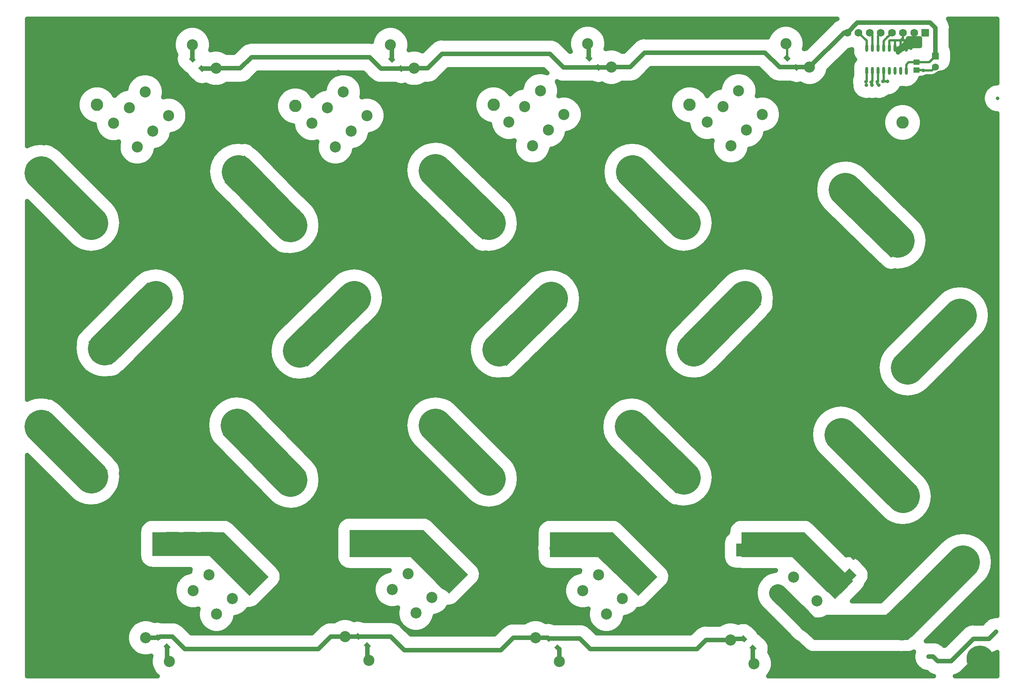
<source format=gbr>
%TF.GenerationSoftware,KiCad,Pcbnew,(5.1.4)-1*%
%TF.CreationDate,2019-12-28T21:17:41+08:00*%
%TF.ProjectId,LPF,4c50462e-6b69-4636-9164-5f7063625858,rev?*%
%TF.SameCoordinates,Original*%
%TF.FileFunction,Copper,L2,Bot*%
%TF.FilePolarity,Positive*%
%FSLAX46Y46*%
G04 Gerber Fmt 4.6, Leading zero omitted, Abs format (unit mm)*
G04 Created by KiCad (PCBNEW (5.1.4)-1) date 2019-12-28 21:17:41*
%MOMM*%
%LPD*%
G04 APERTURE LIST*
%ADD10C,0.100000*%
%ADD11C,2.800000*%
%ADD12C,2.200000*%
%ADD13C,0.350000*%
%ADD14R,2.200000X3.000000*%
%ADD15R,3.000000X2.200000*%
%ADD16C,2.500000*%
%ADD17O,0.600000X1.800000*%
%ADD18C,0.800000*%
%ADD19C,6.000000*%
%ADD20C,1.750000*%
%ADD21R,1.750000X1.750000*%
%ADD22C,1.000000*%
%ADD23R,1.470000X1.160000*%
%ADD24C,1.600000*%
%ADD25R,1.600000X1.600000*%
%ADD26C,0.508000*%
%ADD27C,1.000000*%
%ADD28C,4.000000*%
%ADD29C,2.500000*%
%ADD30C,7.500000*%
%ADD31C,3.500000*%
%ADD32C,0.254000*%
%ADD33C,0.350000*%
G04 APERTURE END LIST*
D10*
G36*
X171500000Y-147500000D02*
G01*
X167500000Y-151500000D01*
X158000000Y-142000000D01*
X146500000Y-142000000D01*
X146500000Y-136500000D01*
X160500000Y-136500000D01*
X171500000Y-147500000D01*
G37*
X171500000Y-147500000D02*
X167500000Y-151500000D01*
X158000000Y-142000000D01*
X146500000Y-142000000D01*
X146500000Y-136500000D01*
X160500000Y-136500000D01*
X171500000Y-147500000D01*
G36*
X127500000Y-146500000D02*
G01*
X123250000Y-150750000D01*
X114250000Y-142000000D01*
X103500000Y-142000000D01*
X103500000Y-136500000D01*
X117500000Y-136500000D01*
X127500000Y-146500000D01*
G37*
X127500000Y-146500000D02*
X123250000Y-150750000D01*
X114250000Y-142000000D01*
X103500000Y-142000000D01*
X103500000Y-136500000D01*
X117500000Y-136500000D01*
X127500000Y-146500000D01*
G36*
X85000000Y-146000000D02*
G01*
X80750000Y-150250000D01*
X72125000Y-142000000D01*
X58500000Y-142000000D01*
X58500000Y-136000000D01*
X75000000Y-136000000D01*
X85000000Y-146000000D01*
G37*
X85000000Y-146000000D02*
X80750000Y-150250000D01*
X72125000Y-142000000D01*
X58500000Y-142000000D01*
X58500000Y-136000000D01*
X75000000Y-136000000D01*
X85000000Y-146000000D01*
G36*
X40250000Y-146500000D02*
G01*
X36000000Y-150750000D01*
X27000000Y-141750000D01*
X14250000Y-141750000D01*
X14250000Y-136500000D01*
X30250000Y-136500000D01*
X40250000Y-146500000D01*
G37*
X40250000Y-146500000D02*
X36000000Y-150750000D01*
X27000000Y-141750000D01*
X14250000Y-141750000D01*
X14250000Y-136500000D01*
X30250000Y-136500000D01*
X40250000Y-146500000D01*
D11*
X196821068Y-142571068D03*
X182678932Y-128428932D03*
X168678932Y-114571068D03*
X182821068Y-100428932D03*
X196821068Y-86571068D03*
X182678932Y-72428932D03*
X168484932Y-58571068D03*
X182627068Y-44428932D03*
X134678932Y-125928932D03*
X148821068Y-140071068D03*
X134821068Y-96928932D03*
X120678932Y-111071068D03*
X134678932Y-68428932D03*
X148821068Y-82571068D03*
X90928932Y-125928932D03*
X105071068Y-140071068D03*
X90821068Y-96928932D03*
X76678932Y-111071068D03*
X90678932Y-68428932D03*
X104821068Y-82571068D03*
X46428932Y-125928932D03*
X60571068Y-140071068D03*
X46321068Y-96928932D03*
X32178932Y-111071068D03*
X46428932Y-68428932D03*
X60571068Y-82571068D03*
X1928932Y-125928932D03*
X16071068Y-140071068D03*
X1821068Y-96928932D03*
X-12321068Y-111071068D03*
X1928932Y-68428932D03*
X16071068Y-82571068D03*
X134821068Y-40428932D03*
X120678932Y-54571068D03*
X90821068Y-40428932D03*
X76678932Y-54571068D03*
X46321068Y-40678932D03*
X32178932Y-54821068D03*
X-12321068Y-54571068D03*
X1821068Y-40428932D03*
D12*
X193449390Y-148949390D03*
D13*
G36*
X195287868Y-148666547D02*
G01*
X193166547Y-150787868D01*
X191610912Y-149232233D01*
X193732233Y-147110912D01*
X195287868Y-148666547D01*
X195287868Y-148666547D01*
G37*
D12*
X197550610Y-153050610D03*
D13*
G36*
X199389088Y-152767767D02*
G01*
X197267767Y-154889088D01*
X195712132Y-153333453D01*
X197833453Y-151212132D01*
X199389088Y-152767767D01*
X199389088Y-152767767D01*
G37*
D12*
X174550610Y-150550610D03*
D13*
G36*
X176389088Y-150267767D02*
G01*
X174267767Y-152389088D01*
X172712132Y-150833453D01*
X174833453Y-148712132D01*
X176389088Y-150267767D01*
X176389088Y-150267767D01*
G37*
D12*
X170449390Y-146449390D03*
D13*
G36*
X172287868Y-146166547D02*
G01*
X170166547Y-148287868D01*
X168610912Y-146732233D01*
X170732233Y-144610912D01*
X172287868Y-146166547D01*
X172287868Y-146166547D01*
G37*
D14*
X140600000Y-140500000D03*
X146400000Y-140500000D03*
D15*
X60500000Y-131350000D03*
X60500000Y-137150000D03*
D12*
X129550610Y-141949390D03*
D13*
G36*
X129267767Y-140110912D02*
G01*
X131389088Y-142232233D01*
X129833453Y-143787868D01*
X127712132Y-141666547D01*
X129267767Y-140110912D01*
X129267767Y-140110912D01*
G37*
D12*
X125449390Y-146050610D03*
D13*
G36*
X125166547Y-144212132D02*
G01*
X127287868Y-146333453D01*
X125732233Y-147889088D01*
X123610912Y-145767767D01*
X125166547Y-144212132D01*
X125166547Y-144212132D01*
G37*
D12*
X126550610Y-138949390D03*
D13*
G36*
X126267767Y-137110912D02*
G01*
X128389088Y-139232233D01*
X126833453Y-140787868D01*
X124712132Y-138666547D01*
X126267767Y-137110912D01*
X126267767Y-137110912D01*
G37*
D12*
X122449390Y-143050610D03*
D13*
G36*
X122166547Y-141212132D02*
G01*
X124287868Y-143333453D01*
X122732233Y-144889088D01*
X120610912Y-142767767D01*
X122166547Y-141212132D01*
X122166547Y-141212132D01*
G37*
D16*
X50019030Y-44624369D03*
X53554564Y-41088835D03*
X57090097Y-37553301D03*
X55322330Y-49927670D03*
X58857864Y-46392136D03*
X62393398Y-42856602D03*
X67696699Y-26946699D03*
X73000000Y-32250000D03*
D12*
X191550610Y-159050610D03*
D13*
G36*
X193389088Y-158767767D02*
G01*
X191267767Y-160889088D01*
X189712132Y-159333453D01*
X191833453Y-157212132D01*
X193389088Y-158767767D01*
X193389088Y-158767767D01*
G37*
D12*
X187449390Y-154949390D03*
D13*
G36*
X189287868Y-154666547D02*
G01*
X187166547Y-156787868D01*
X185610912Y-155232233D01*
X187732233Y-153110912D01*
X189287868Y-154666547D01*
X189287868Y-154666547D01*
G37*
D12*
X168050610Y-117449390D03*
D13*
G36*
X168333453Y-119287868D02*
G01*
X166212132Y-117166547D01*
X167767767Y-115610912D01*
X169889088Y-117732233D01*
X168333453Y-119287868D01*
X168333453Y-119287868D01*
G37*
D12*
X163949390Y-121550610D03*
D13*
G36*
X164232233Y-123389088D02*
G01*
X162110912Y-121267767D01*
X163666547Y-119712132D01*
X165787868Y-121833453D01*
X164232233Y-123389088D01*
X164232233Y-123389088D01*
G37*
D12*
X169777817Y-127379037D03*
D13*
G36*
X170060660Y-129217515D02*
G01*
X167939339Y-127096194D01*
X169494974Y-125540559D01*
X171616295Y-127661880D01*
X170060660Y-129217515D01*
X170060660Y-129217515D01*
G37*
D12*
X173879037Y-123277817D03*
D13*
G36*
X174161880Y-125116295D02*
G01*
X172040559Y-122994974D01*
X173596194Y-121439339D01*
X175717515Y-123560660D01*
X174161880Y-125116295D01*
X174161880Y-125116295D01*
G37*
D12*
X166949390Y-124550610D03*
D13*
G36*
X167232233Y-126389088D02*
G01*
X165110912Y-124267767D01*
X166666547Y-122712132D01*
X168787868Y-124833453D01*
X167232233Y-126389088D01*
X167232233Y-126389088D01*
G37*
D12*
X171050610Y-120449390D03*
D13*
G36*
X171333453Y-122287868D02*
G01*
X169212132Y-120166547D01*
X170767767Y-118610912D01*
X172889088Y-120732233D01*
X171333453Y-122287868D01*
X171333453Y-122287868D01*
G37*
D12*
X195800610Y-99050610D03*
D13*
G36*
X197639088Y-98767767D02*
G01*
X195517767Y-100889088D01*
X193962132Y-99333453D01*
X196083453Y-97212132D01*
X197639088Y-98767767D01*
X197639088Y-98767767D01*
G37*
D12*
X191699390Y-94949390D03*
D13*
G36*
X193537868Y-94666547D02*
G01*
X191416547Y-96787868D01*
X189860912Y-95232233D01*
X191982233Y-93110912D01*
X193537868Y-94666547D01*
X193537868Y-94666547D01*
G37*
D12*
X192800610Y-102050610D03*
D13*
G36*
X194639088Y-101767767D02*
G01*
X192517767Y-103889088D01*
X190962132Y-102333453D01*
X193083453Y-100212132D01*
X194639088Y-101767767D01*
X194639088Y-101767767D01*
G37*
D12*
X188699390Y-97949390D03*
D13*
G36*
X190537868Y-97666547D02*
G01*
X188416547Y-99787868D01*
X186860912Y-98232233D01*
X188982233Y-96110912D01*
X190537868Y-97666547D01*
X190537868Y-97666547D01*
G37*
D12*
X172909545Y-74250357D03*
D13*
G36*
X173192388Y-76088835D02*
G01*
X171071067Y-73967514D01*
X172626702Y-72411879D01*
X174748023Y-74533200D01*
X173192388Y-76088835D01*
X173192388Y-76088835D01*
G37*
D12*
X177010765Y-70149137D03*
D13*
G36*
X177293608Y-71987615D02*
G01*
X175172287Y-69866294D01*
X176727922Y-68310659D01*
X178849243Y-70431980D01*
X177293608Y-71987615D01*
X177293608Y-71987615D01*
G37*
D12*
X175737972Y-77078785D03*
D13*
G36*
X176020815Y-78917263D02*
G01*
X173899494Y-76795942D01*
X175455129Y-75240307D01*
X177576450Y-77361628D01*
X176020815Y-78917263D01*
X176020815Y-78917263D01*
G37*
D12*
X179839192Y-72977565D03*
D13*
G36*
X180122035Y-74816043D02*
G01*
X178000714Y-72694722D01*
X179556349Y-71139087D01*
X181677670Y-73260408D01*
X180122035Y-74816043D01*
X180122035Y-74816043D01*
G37*
D12*
X164424264Y-65765076D03*
D13*
G36*
X164707107Y-67603554D02*
G01*
X162585786Y-65482233D01*
X164141421Y-63926598D01*
X166262742Y-66047919D01*
X164707107Y-67603554D01*
X164707107Y-67603554D01*
G37*
D12*
X168525484Y-61663856D03*
D13*
G36*
X168808327Y-63502334D02*
G01*
X166687006Y-61381013D01*
X168242641Y-59825378D01*
X170363962Y-61946699D01*
X168808327Y-63502334D01*
X168808327Y-63502334D01*
G37*
D12*
X170081118Y-71421930D03*
D13*
G36*
X170363961Y-73260408D02*
G01*
X168242640Y-71139087D01*
X169798275Y-69583452D01*
X171919596Y-71704773D01*
X170363961Y-73260408D01*
X170363961Y-73260408D01*
G37*
D12*
X174182338Y-67320710D03*
D13*
G36*
X174465181Y-69159188D02*
G01*
X172343860Y-67037867D01*
X173899495Y-65482232D01*
X176020816Y-67603553D01*
X174465181Y-69159188D01*
X174465181Y-69159188D01*
G37*
D12*
X167252691Y-68593503D03*
D13*
G36*
X167535534Y-70431981D02*
G01*
X165414213Y-68310660D01*
X166969848Y-66755025D01*
X169091169Y-68876346D01*
X167535534Y-70431981D01*
X167535534Y-70431981D01*
G37*
D12*
X171353911Y-64492283D03*
D13*
G36*
X171636754Y-66330761D02*
G01*
X169515433Y-64209440D01*
X171071068Y-62653805D01*
X173192389Y-64775126D01*
X171636754Y-66330761D01*
X171636754Y-66330761D01*
G37*
D12*
X141856065Y-100974338D03*
D13*
G36*
X143694543Y-100691495D02*
G01*
X141573222Y-102812816D01*
X140017587Y-101257181D01*
X142138908Y-99135860D01*
X143694543Y-100691495D01*
X143694543Y-100691495D01*
G37*
D12*
X137754845Y-96873118D03*
D13*
G36*
X139593323Y-96590275D02*
G01*
X137472002Y-98711596D01*
X135916367Y-97155961D01*
X138037688Y-95034640D01*
X139593323Y-96590275D01*
X139593323Y-96590275D01*
G37*
D12*
X153169775Y-89660630D03*
D13*
G36*
X155008253Y-89377787D02*
G01*
X152886932Y-91499108D01*
X151331297Y-89943473D01*
X153452618Y-87822152D01*
X155008253Y-89377787D01*
X155008253Y-89377787D01*
G37*
D12*
X149068555Y-85559410D03*
D13*
G36*
X150907033Y-85276567D02*
G01*
X148785712Y-87397888D01*
X147230077Y-85842253D01*
X149351398Y-83720932D01*
X150907033Y-85276567D01*
X150907033Y-85276567D01*
G37*
D12*
X150341348Y-92489057D03*
D13*
G36*
X152179826Y-92206214D02*
G01*
X150058505Y-94327535D01*
X148502870Y-92771900D01*
X150624191Y-90650579D01*
X152179826Y-92206214D01*
X152179826Y-92206214D01*
G37*
D12*
X146240128Y-88387837D03*
D13*
G36*
X148078606Y-88104994D02*
G01*
X145957285Y-90226315D01*
X144401650Y-88670680D01*
X146522971Y-86549359D01*
X148078606Y-88104994D01*
X148078606Y-88104994D01*
G37*
D12*
X147512921Y-95317484D03*
D13*
G36*
X149351399Y-95034641D02*
G01*
X147230078Y-97155962D01*
X145674443Y-95600327D01*
X147795764Y-93479006D01*
X149351399Y-95034641D01*
X149351399Y-95034641D01*
G37*
D12*
X143411701Y-91216264D03*
D13*
G36*
X145250179Y-90933421D02*
G01*
X143128858Y-93054742D01*
X141573223Y-91499107D01*
X143694544Y-89377786D01*
X145250179Y-90933421D01*
X145250179Y-90933421D01*
G37*
D12*
X144684493Y-98145911D03*
D13*
G36*
X146522971Y-97863068D02*
G01*
X144401650Y-99984389D01*
X142846015Y-98428754D01*
X144967336Y-96307433D01*
X146522971Y-97863068D01*
X146522971Y-97863068D01*
G37*
D12*
X140583273Y-94044691D03*
D13*
G36*
X142421751Y-93761848D02*
G01*
X140300430Y-95883169D01*
X138744795Y-94327534D01*
X140866116Y-92206213D01*
X142421751Y-93761848D01*
X142421751Y-93761848D01*
G37*
D12*
X127575021Y-72611270D03*
D13*
G36*
X127857864Y-74449748D02*
G01*
X125736543Y-72328427D01*
X127292178Y-70772792D01*
X129413499Y-72894113D01*
X127857864Y-74449748D01*
X127857864Y-74449748D01*
G37*
D12*
X131676241Y-68510050D03*
D13*
G36*
X131959084Y-70348528D02*
G01*
X129837763Y-68227207D01*
X131393398Y-66671572D01*
X133514719Y-68792893D01*
X131959084Y-70348528D01*
X131959084Y-70348528D01*
G37*
D12*
X119089740Y-64125989D03*
D13*
G36*
X119372583Y-65964467D02*
G01*
X117251262Y-63843146D01*
X118806897Y-62287511D01*
X120928218Y-64408832D01*
X119372583Y-65964467D01*
X119372583Y-65964467D01*
G37*
D12*
X123190960Y-60024769D03*
D13*
G36*
X123473803Y-61863247D02*
G01*
X121352482Y-59741926D01*
X122908117Y-58186291D01*
X125029438Y-60307612D01*
X123473803Y-61863247D01*
X123473803Y-61863247D01*
G37*
D12*
X121918167Y-66954416D03*
D13*
G36*
X122201010Y-68792894D02*
G01*
X120079689Y-66671573D01*
X121635324Y-65115938D01*
X123756645Y-67237259D01*
X122201010Y-68792894D01*
X122201010Y-68792894D01*
G37*
D12*
X126019387Y-62853196D03*
D13*
G36*
X126302230Y-64691674D02*
G01*
X124180909Y-62570353D01*
X125736544Y-61014718D01*
X127857865Y-63136039D01*
X126302230Y-64691674D01*
X126302230Y-64691674D01*
G37*
D12*
X124746594Y-69782843D03*
D13*
G36*
X125029437Y-71621321D02*
G01*
X122908116Y-69500000D01*
X124463751Y-67944365D01*
X126585072Y-70065686D01*
X125029437Y-71621321D01*
X125029437Y-71621321D01*
G37*
D12*
X128847814Y-65681623D03*
D13*
G36*
X129130657Y-67520101D02*
G01*
X127009336Y-65398780D01*
X128564971Y-63843145D01*
X130686292Y-65964466D01*
X129130657Y-67520101D01*
X129130657Y-67520101D01*
G37*
D12*
X124663856Y-127222183D03*
D13*
G36*
X124946699Y-129060661D02*
G01*
X122825378Y-126939340D01*
X124381013Y-125383705D01*
X126502334Y-127505026D01*
X124946699Y-129060661D01*
X124946699Y-129060661D01*
G37*
D12*
X128765076Y-123120963D03*
D13*
G36*
X129047919Y-124959441D02*
G01*
X126926598Y-122838120D01*
X128482233Y-121282485D01*
X130603554Y-123403806D01*
X129047919Y-124959441D01*
X129047919Y-124959441D01*
G37*
D12*
X116052943Y-118550610D03*
D13*
G36*
X116335786Y-120389088D02*
G01*
X114214465Y-118267767D01*
X115770100Y-116712132D01*
X117891421Y-118833453D01*
X116335786Y-120389088D01*
X116335786Y-120389088D01*
G37*
D12*
X120154163Y-114449390D03*
D13*
G36*
X120437006Y-116287868D02*
G01*
X118315685Y-114166547D01*
X119871320Y-112610912D01*
X121992641Y-114732233D01*
X120437006Y-116287868D01*
X120437006Y-116287868D01*
G37*
D12*
X127492283Y-130050610D03*
D13*
G36*
X127775126Y-131889088D02*
G01*
X125653805Y-129767767D01*
X127209440Y-128212132D01*
X129330761Y-130333453D01*
X127775126Y-131889088D01*
X127775126Y-131889088D01*
G37*
D12*
X131593503Y-125949390D03*
D13*
G36*
X131876346Y-127787868D02*
G01*
X129755025Y-125666547D01*
X131310660Y-124110912D01*
X133431981Y-126232233D01*
X131876346Y-127787868D01*
X131876346Y-127787868D01*
G37*
D12*
X118881372Y-121379037D03*
D13*
G36*
X119164215Y-123217515D02*
G01*
X117042894Y-121096194D01*
X118598529Y-119540559D01*
X120719850Y-121661880D01*
X119164215Y-123217515D01*
X119164215Y-123217515D01*
G37*
D12*
X122982592Y-117277817D03*
D13*
G36*
X123265435Y-119116295D02*
G01*
X121144114Y-116994974D01*
X122699749Y-115439339D01*
X124821070Y-117560660D01*
X123265435Y-119116295D01*
X123265435Y-119116295D01*
G37*
D12*
X121835429Y-124393756D03*
D13*
G36*
X122118272Y-126232234D02*
G01*
X119996951Y-124110913D01*
X121552586Y-122555278D01*
X123673907Y-124676599D01*
X122118272Y-126232234D01*
X122118272Y-126232234D01*
G37*
D12*
X125936649Y-120292536D03*
D13*
G36*
X126219492Y-122131014D02*
G01*
X124098171Y-120009693D01*
X125653806Y-118454058D01*
X127775127Y-120575379D01*
X126219492Y-122131014D01*
X126219492Y-122131014D01*
G37*
D12*
X80663856Y-126722183D03*
D13*
G36*
X80946699Y-128560661D02*
G01*
X78825378Y-126439340D01*
X80381013Y-124883705D01*
X82502334Y-127005026D01*
X80946699Y-128560661D01*
X80946699Y-128560661D01*
G37*
D12*
X84765076Y-122620963D03*
D13*
G36*
X85047919Y-124459441D02*
G01*
X82926598Y-122338120D01*
X84482233Y-120782485D01*
X86603554Y-122903806D01*
X85047919Y-124459441D01*
X85047919Y-124459441D01*
G37*
D12*
X72052943Y-118050610D03*
D13*
G36*
X72335786Y-119889088D02*
G01*
X70214465Y-117767767D01*
X71770100Y-116212132D01*
X73891421Y-118333453D01*
X72335786Y-119889088D01*
X72335786Y-119889088D01*
G37*
D12*
X76154163Y-113949390D03*
D13*
G36*
X76437006Y-115787868D02*
G01*
X74315685Y-113666547D01*
X75871320Y-112110912D01*
X77992641Y-114232233D01*
X76437006Y-115787868D01*
X76437006Y-115787868D01*
G37*
D12*
X83492283Y-129550610D03*
D13*
G36*
X83775126Y-131389088D02*
G01*
X81653805Y-129267767D01*
X83209440Y-127712132D01*
X85330761Y-129833453D01*
X83775126Y-131389088D01*
X83775126Y-131389088D01*
G37*
D12*
X87593503Y-125449390D03*
D13*
G36*
X87876346Y-127287868D02*
G01*
X85755025Y-125166547D01*
X87310660Y-123610912D01*
X89431981Y-125732233D01*
X87876346Y-127287868D01*
X87876346Y-127287868D01*
G37*
D12*
X74881372Y-120879037D03*
D13*
G36*
X75164215Y-122717515D02*
G01*
X73042894Y-120596194D01*
X74598529Y-119040559D01*
X76719850Y-121161880D01*
X75164215Y-122717515D01*
X75164215Y-122717515D01*
G37*
D12*
X78982592Y-116777817D03*
D13*
G36*
X79265435Y-118616295D02*
G01*
X77144114Y-116494974D01*
X78699749Y-114939339D01*
X80821070Y-117060660D01*
X79265435Y-118616295D01*
X79265435Y-118616295D01*
G37*
D12*
X77835429Y-123893756D03*
D13*
G36*
X78118272Y-125732234D02*
G01*
X75996951Y-123610913D01*
X77552586Y-122055278D01*
X79673907Y-124176599D01*
X78118272Y-125732234D01*
X78118272Y-125732234D01*
G37*
D12*
X81936649Y-119792536D03*
D13*
G36*
X82219492Y-121631014D02*
G01*
X80098171Y-119509693D01*
X81653806Y-117954058D01*
X83775127Y-120075379D01*
X82219492Y-121631014D01*
X82219492Y-121631014D01*
G37*
D12*
X106722183Y-92836144D03*
D13*
G36*
X108560661Y-92553301D02*
G01*
X106439340Y-94674622D01*
X104883705Y-93118987D01*
X107005026Y-90997666D01*
X108560661Y-92553301D01*
X108560661Y-92553301D01*
G37*
D12*
X102620963Y-88734924D03*
D13*
G36*
X104459441Y-88452081D02*
G01*
X102338120Y-90573402D01*
X100782485Y-89017767D01*
X102903806Y-86896446D01*
X104459441Y-88452081D01*
X104459441Y-88452081D01*
G37*
D12*
X98050610Y-101447057D03*
D13*
G36*
X99889088Y-101164214D02*
G01*
X97767767Y-103285535D01*
X96212132Y-101729900D01*
X98333453Y-99608579D01*
X99889088Y-101164214D01*
X99889088Y-101164214D01*
G37*
D12*
X93949390Y-97345837D03*
D13*
G36*
X95787868Y-97062994D02*
G01*
X93666547Y-99184315D01*
X92110912Y-97628680D01*
X94232233Y-95507359D01*
X95787868Y-97062994D01*
X95787868Y-97062994D01*
G37*
D12*
X109550610Y-90007717D03*
D13*
G36*
X111389088Y-89724874D02*
G01*
X109267767Y-91846195D01*
X107712132Y-90290560D01*
X109833453Y-88169239D01*
X111389088Y-89724874D01*
X111389088Y-89724874D01*
G37*
D12*
X105449390Y-85906497D03*
D13*
G36*
X107287868Y-85623654D02*
G01*
X105166547Y-87744975D01*
X103610912Y-86189340D01*
X105732233Y-84068019D01*
X107287868Y-85623654D01*
X107287868Y-85623654D01*
G37*
D12*
X100879037Y-98618628D03*
D13*
G36*
X102717515Y-98335785D02*
G01*
X100596194Y-100457106D01*
X99040559Y-98901471D01*
X101161880Y-96780150D01*
X102717515Y-98335785D01*
X102717515Y-98335785D01*
G37*
D12*
X96777817Y-94517408D03*
D13*
G36*
X98616295Y-94234565D02*
G01*
X96494974Y-96355886D01*
X94939339Y-94800251D01*
X97060660Y-92678930D01*
X98616295Y-94234565D01*
X98616295Y-94234565D01*
G37*
D12*
X103893756Y-95664571D03*
D13*
G36*
X105732234Y-95381728D02*
G01*
X103610913Y-97503049D01*
X102055278Y-95947414D01*
X104176599Y-93826093D01*
X105732234Y-95381728D01*
X105732234Y-95381728D01*
G37*
D12*
X99792536Y-91563351D03*
D13*
G36*
X101631014Y-91280508D02*
G01*
X99509693Y-93401829D01*
X97954058Y-91846194D01*
X100075379Y-89724873D01*
X101631014Y-91280508D01*
X101631014Y-91280508D01*
G37*
D12*
X81163856Y-70222183D03*
D13*
G36*
X81446699Y-72060661D02*
G01*
X79325378Y-69939340D01*
X80881013Y-68383705D01*
X83002334Y-70505026D01*
X81446699Y-72060661D01*
X81446699Y-72060661D01*
G37*
D12*
X85265076Y-66120963D03*
D13*
G36*
X85547919Y-67959441D02*
G01*
X83426598Y-65838120D01*
X84982233Y-64282485D01*
X87103554Y-66403806D01*
X85547919Y-67959441D01*
X85547919Y-67959441D01*
G37*
D12*
X72552943Y-61550610D03*
D13*
G36*
X72835786Y-63389088D02*
G01*
X70714465Y-61267767D01*
X72270100Y-59712132D01*
X74391421Y-61833453D01*
X72835786Y-63389088D01*
X72835786Y-63389088D01*
G37*
D12*
X76654163Y-57449390D03*
D13*
G36*
X76937006Y-59287868D02*
G01*
X74815685Y-57166547D01*
X76371320Y-55610912D01*
X78492641Y-57732233D01*
X76937006Y-59287868D01*
X76937006Y-59287868D01*
G37*
D12*
X83992283Y-73050610D03*
D13*
G36*
X84275126Y-74889088D02*
G01*
X82153805Y-72767767D01*
X83709440Y-71212132D01*
X85830761Y-73333453D01*
X84275126Y-74889088D01*
X84275126Y-74889088D01*
G37*
D12*
X88093503Y-68949390D03*
D13*
G36*
X88376346Y-70787868D02*
G01*
X86255025Y-68666547D01*
X87810660Y-67110912D01*
X89931981Y-69232233D01*
X88376346Y-70787868D01*
X88376346Y-70787868D01*
G37*
D12*
X75381372Y-64379037D03*
D13*
G36*
X75664215Y-66217515D02*
G01*
X73542894Y-64096194D01*
X75098529Y-62540559D01*
X77219850Y-64661880D01*
X75664215Y-66217515D01*
X75664215Y-66217515D01*
G37*
D12*
X79482592Y-60277817D03*
D13*
G36*
X79765435Y-62116295D02*
G01*
X77644114Y-59994974D01*
X79199749Y-58439339D01*
X81321070Y-60560660D01*
X79765435Y-62116295D01*
X79765435Y-62116295D01*
G37*
D12*
X78335429Y-67393756D03*
D13*
G36*
X78618272Y-69232234D02*
G01*
X76496951Y-67110913D01*
X78052586Y-65555278D01*
X80173907Y-67676599D01*
X78618272Y-69232234D01*
X78618272Y-69232234D01*
G37*
D12*
X82436649Y-63292536D03*
D13*
G36*
X82719492Y-65131014D02*
G01*
X80598171Y-63009693D01*
X82153806Y-61454058D01*
X84275127Y-63575379D01*
X82719492Y-65131014D01*
X82719492Y-65131014D01*
G37*
D12*
X85300610Y-140699390D03*
D13*
G36*
X85017767Y-138860912D02*
G01*
X87139088Y-140982233D01*
X85583453Y-142537868D01*
X83462132Y-140416547D01*
X85017767Y-138860912D01*
X85017767Y-138860912D01*
G37*
D12*
X81199390Y-144800610D03*
D13*
G36*
X80916547Y-142962132D02*
G01*
X83037868Y-145083453D01*
X81482233Y-146639088D01*
X79360912Y-144517767D01*
X80916547Y-142962132D01*
X80916547Y-142962132D01*
G37*
D15*
X63500000Y-146500000D03*
X63500000Y-140700000D03*
D12*
X33396089Y-124540202D03*
D13*
G36*
X33678932Y-126378680D02*
G01*
X31557611Y-124257359D01*
X33113246Y-122701724D01*
X35234567Y-124823045D01*
X33678932Y-126378680D01*
X33678932Y-126378680D01*
G37*
D12*
X37497309Y-120438982D03*
D13*
G36*
X37780152Y-122277460D02*
G01*
X35658831Y-120156139D01*
X37214466Y-118600504D01*
X39335787Y-120721825D01*
X37780152Y-122277460D01*
X37780152Y-122277460D01*
G37*
D12*
X36224516Y-127368629D03*
D13*
G36*
X36507359Y-129207107D02*
G01*
X34386038Y-127085786D01*
X35941673Y-125530151D01*
X38062994Y-127651472D01*
X36507359Y-129207107D01*
X36507359Y-129207107D01*
G37*
D12*
X40325736Y-123267409D03*
D13*
G36*
X40608579Y-125105887D02*
G01*
X38487258Y-122984566D01*
X40042893Y-121428931D01*
X42164214Y-123550252D01*
X40608579Y-125105887D01*
X40608579Y-125105887D01*
G37*
D12*
X30567662Y-121711775D03*
D13*
G36*
X30850505Y-123550253D02*
G01*
X28729184Y-121428932D01*
X30284819Y-119873297D01*
X32406140Y-121994618D01*
X30850505Y-123550253D01*
X30850505Y-123550253D01*
G37*
D12*
X34668882Y-117610555D03*
D13*
G36*
X34951725Y-119449033D02*
G01*
X32830404Y-117327712D01*
X34386039Y-115772077D01*
X36507360Y-117893398D01*
X34951725Y-119449033D01*
X34951725Y-119449033D01*
G37*
D12*
X27739235Y-118883348D03*
D13*
G36*
X28022078Y-120721826D02*
G01*
X25900757Y-118600505D01*
X27456392Y-117044870D01*
X29577713Y-119166191D01*
X28022078Y-120721826D01*
X28022078Y-120721826D01*
G37*
D12*
X31840455Y-114782128D03*
D13*
G36*
X32123298Y-116620606D02*
G01*
X30001977Y-114499285D01*
X31557612Y-112943650D01*
X33678933Y-115064971D01*
X32123298Y-116620606D01*
X32123298Y-116620606D01*
G37*
D12*
X39052942Y-130197057D03*
D13*
G36*
X39335785Y-132035535D02*
G01*
X37214464Y-129914214D01*
X38770099Y-128358579D01*
X40891420Y-130479900D01*
X39335785Y-132035535D01*
X39335785Y-132035535D01*
G37*
D12*
X43154162Y-126095837D03*
D13*
G36*
X43437005Y-127934315D02*
G01*
X41315684Y-125812994D01*
X42871319Y-124257359D01*
X44992640Y-126378680D01*
X43437005Y-127934315D01*
X43437005Y-127934315D01*
G37*
D12*
X59040202Y-95853911D03*
D13*
G36*
X60878680Y-95571068D02*
G01*
X58757359Y-97692389D01*
X57201724Y-96136754D01*
X59323045Y-94015433D01*
X60878680Y-95571068D01*
X60878680Y-95571068D01*
G37*
D12*
X54938982Y-91752691D03*
D13*
G36*
X56777460Y-91469848D02*
G01*
X54656139Y-93591169D01*
X53100504Y-92035534D01*
X55221825Y-89914213D01*
X56777460Y-91469848D01*
X56777460Y-91469848D01*
G37*
D12*
X61868629Y-93025484D03*
D13*
G36*
X63707107Y-92742641D02*
G01*
X61585786Y-94863962D01*
X60030151Y-93308327D01*
X62151472Y-91187006D01*
X63707107Y-92742641D01*
X63707107Y-92742641D01*
G37*
D12*
X57767409Y-88924264D03*
D13*
G36*
X59605887Y-88641421D02*
G01*
X57484566Y-90762742D01*
X55928931Y-89207107D01*
X58050252Y-87085786D01*
X59605887Y-88641421D01*
X59605887Y-88641421D01*
G37*
D12*
X56211775Y-98682338D03*
D13*
G36*
X58050253Y-98399495D02*
G01*
X55928932Y-100520816D01*
X54373297Y-98965181D01*
X56494618Y-96843860D01*
X58050253Y-98399495D01*
X58050253Y-98399495D01*
G37*
D12*
X52110555Y-94581118D03*
D13*
G36*
X53949033Y-94298275D02*
G01*
X51827712Y-96419596D01*
X50272077Y-94863961D01*
X52393398Y-92742640D01*
X53949033Y-94298275D01*
X53949033Y-94298275D01*
G37*
D12*
X53383348Y-101510765D03*
D13*
G36*
X55221826Y-101227922D02*
G01*
X53100505Y-103349243D01*
X51544870Y-101793608D01*
X53666191Y-99672287D01*
X55221826Y-101227922D01*
X55221826Y-101227922D01*
G37*
D12*
X49282128Y-97409545D03*
D13*
G36*
X51120606Y-97126702D02*
G01*
X48999285Y-99248023D01*
X47443650Y-97692388D01*
X49564971Y-95571067D01*
X51120606Y-97126702D01*
X51120606Y-97126702D01*
G37*
D12*
X64697057Y-90197058D03*
D13*
G36*
X66535535Y-89914215D02*
G01*
X64414214Y-92035536D01*
X62858579Y-90479901D01*
X64979900Y-88358580D01*
X66535535Y-89914215D01*
X66535535Y-89914215D01*
G37*
D12*
X60595837Y-86095838D03*
D13*
G36*
X62434315Y-85812995D02*
G01*
X60312994Y-87934316D01*
X58757359Y-86378681D01*
X60878680Y-84257360D01*
X62434315Y-85812995D01*
X62434315Y-85812995D01*
G37*
D12*
X30997487Y-64995154D03*
D13*
G36*
X31280330Y-66833632D02*
G01*
X29159009Y-64712311D01*
X30714644Y-63156676D01*
X32835965Y-65277997D01*
X31280330Y-66833632D01*
X31280330Y-66833632D01*
G37*
D12*
X35098707Y-60893934D03*
D13*
G36*
X35381550Y-62732412D02*
G01*
X33260229Y-60611091D01*
X34815864Y-59055456D01*
X36937185Y-61176777D01*
X35381550Y-62732412D01*
X35381550Y-62732412D01*
G37*
D12*
X39482768Y-73480435D03*
D13*
G36*
X39765611Y-75318913D02*
G01*
X37644290Y-73197592D01*
X39199925Y-71641957D01*
X41321246Y-73763278D01*
X39765611Y-75318913D01*
X39765611Y-75318913D01*
G37*
D12*
X43583988Y-69379215D03*
D13*
G36*
X43866831Y-71217693D02*
G01*
X41745510Y-69096372D01*
X43301145Y-67540737D01*
X45422466Y-69662058D01*
X43866831Y-71217693D01*
X43866831Y-71217693D01*
G37*
D12*
X36654340Y-70652008D03*
D13*
G36*
X36937183Y-72490486D02*
G01*
X34815862Y-70369165D01*
X36371497Y-68813530D01*
X38492818Y-70934851D01*
X36937183Y-72490486D01*
X36937183Y-72490486D01*
G37*
D12*
X40755560Y-66550788D03*
D13*
G36*
X41038403Y-68389266D02*
G01*
X38917082Y-66267945D01*
X40472717Y-64712310D01*
X42594038Y-66833631D01*
X41038403Y-68389266D01*
X41038403Y-68389266D01*
G37*
D12*
X33825914Y-67823582D03*
D13*
G36*
X34108757Y-69662060D02*
G01*
X31987436Y-67540739D01*
X33543071Y-65985104D01*
X35664392Y-68106425D01*
X34108757Y-69662060D01*
X34108757Y-69662060D01*
G37*
D12*
X37927134Y-63722362D03*
D13*
G36*
X38209977Y-65560840D02*
G01*
X36088656Y-63439519D01*
X37644291Y-61883884D01*
X39765612Y-64005205D01*
X38209977Y-65560840D01*
X38209977Y-65560840D01*
G37*
D12*
X28169060Y-62166727D03*
D13*
G36*
X28451903Y-64005205D02*
G01*
X26330582Y-61883884D01*
X27886217Y-60328249D01*
X30007538Y-62449570D01*
X28451903Y-64005205D01*
X28451903Y-64005205D01*
G37*
D12*
X32270280Y-58065507D03*
D13*
G36*
X32553123Y-59903985D02*
G01*
X30431802Y-57782664D01*
X31987437Y-56227029D01*
X34108758Y-58348350D01*
X32553123Y-59903985D01*
X32553123Y-59903985D01*
G37*
D15*
X19000000Y-146500000D03*
X19000000Y-140700000D03*
X18750000Y-131794544D03*
X18750000Y-137594544D03*
D12*
X-8457464Y-126557969D03*
D13*
G36*
X-8174621Y-128396447D02*
G01*
X-10295942Y-126275126D01*
X-8740307Y-124719491D01*
X-6618986Y-126840812D01*
X-8174621Y-128396447D01*
X-8174621Y-128396447D01*
G37*
D12*
X-4356244Y-122456749D03*
D13*
G36*
X-4073401Y-124295227D02*
G01*
X-6194722Y-122173906D01*
X-4639087Y-120618271D01*
X-2517766Y-122739592D01*
X-4073401Y-124295227D01*
X-4073401Y-124295227D01*
G37*
D12*
X-5629037Y-129386397D03*
D13*
G36*
X-5346194Y-131224875D02*
G01*
X-7467515Y-129103554D01*
X-5911880Y-127547919D01*
X-3790559Y-129669240D01*
X-5346194Y-131224875D01*
X-5346194Y-131224875D01*
G37*
D12*
X-1527817Y-125285177D03*
D13*
G36*
X-1244974Y-127123655D02*
G01*
X-3366295Y-125002334D01*
X-1810660Y-123446699D01*
X310661Y-125568020D01*
X-1244974Y-127123655D01*
X-1244974Y-127123655D01*
G37*
D12*
X-11285891Y-123729542D03*
D13*
G36*
X-11003048Y-125568020D02*
G01*
X-13124369Y-123446699D01*
X-11568734Y-121891064D01*
X-9447413Y-124012385D01*
X-11003048Y-125568020D01*
X-11003048Y-125568020D01*
G37*
D12*
X-7184671Y-119628322D03*
D13*
G36*
X-6901828Y-121466800D02*
G01*
X-9023149Y-119345479D01*
X-7467514Y-117789844D01*
X-5346193Y-119911165D01*
X-6901828Y-121466800D01*
X-6901828Y-121466800D01*
G37*
D12*
X17884241Y-92681445D03*
D13*
G36*
X19722719Y-92398602D02*
G01*
X17601398Y-94519923D01*
X16045763Y-92964288D01*
X18167084Y-90842967D01*
X19722719Y-92398602D01*
X19722719Y-92398602D01*
G37*
D12*
X13783021Y-88580225D03*
D13*
G36*
X15621499Y-88297382D02*
G01*
X13500178Y-90418703D01*
X11944543Y-88863068D01*
X14065864Y-86741747D01*
X15621499Y-88297382D01*
X15621499Y-88297382D01*
G37*
D12*
X20712668Y-89853018D03*
D13*
G36*
X22551146Y-89570175D02*
G01*
X20429825Y-91691496D01*
X18874190Y-90135861D01*
X20995511Y-88014540D01*
X22551146Y-89570175D01*
X22551146Y-89570175D01*
G37*
D12*
X16611448Y-85751798D03*
D13*
G36*
X18449926Y-85468955D02*
G01*
X16328605Y-87590276D01*
X14772970Y-86034641D01*
X16894291Y-83913320D01*
X18449926Y-85468955D01*
X18449926Y-85468955D01*
G37*
D12*
X15055814Y-95509872D03*
D13*
G36*
X16894292Y-95227029D02*
G01*
X14772971Y-97348350D01*
X13217336Y-95792715D01*
X15338657Y-93671394D01*
X16894292Y-95227029D01*
X16894292Y-95227029D01*
G37*
D12*
X10954594Y-91408652D03*
D13*
G36*
X12793072Y-91125809D02*
G01*
X10671751Y-93247130D01*
X9116116Y-91691495D01*
X11237437Y-89570174D01*
X12793072Y-91125809D01*
X12793072Y-91125809D01*
G37*
D12*
X12227386Y-98338299D03*
D13*
G36*
X14065864Y-98055456D02*
G01*
X11944543Y-100176777D01*
X10388908Y-98621142D01*
X12510229Y-96499821D01*
X14065864Y-98055456D01*
X14065864Y-98055456D01*
G37*
D12*
X8126166Y-94237079D03*
D13*
G36*
X9964644Y-93954236D02*
G01*
X7843323Y-96075557D01*
X6287688Y-94519922D01*
X8409009Y-92398601D01*
X9964644Y-93954236D01*
X9964644Y-93954236D01*
G37*
D12*
X9398960Y-101166727D03*
D13*
G36*
X11237438Y-100883884D02*
G01*
X9116117Y-103005205D01*
X7560482Y-101449570D01*
X9681803Y-99328249D01*
X11237438Y-100883884D01*
X11237438Y-100883884D01*
G37*
D12*
X5297740Y-97065507D03*
D13*
G36*
X7136218Y-96782664D02*
G01*
X5014897Y-98903985D01*
X3459262Y-97348350D01*
X5580583Y-95227029D01*
X7136218Y-96782664D01*
X7136218Y-96782664D01*
G37*
D12*
X-8338299Y-69677134D03*
D13*
G36*
X-8055456Y-71515612D02*
G01*
X-10176777Y-69394291D01*
X-8621142Y-67838656D01*
X-6499821Y-69959977D01*
X-8055456Y-71515612D01*
X-8055456Y-71515612D01*
G37*
D12*
X-4237079Y-65575914D03*
D13*
G36*
X-3954236Y-67414392D02*
G01*
X-6075557Y-65293071D01*
X-4519922Y-63737436D01*
X-2398601Y-65858757D01*
X-3954236Y-67414392D01*
X-3954236Y-67414392D01*
G37*
D12*
X-5509872Y-72505561D03*
D13*
G36*
X-5227029Y-74344039D02*
G01*
X-7348350Y-72222718D01*
X-5792715Y-70667083D01*
X-3671394Y-72788404D01*
X-5227029Y-74344039D01*
X-5227029Y-74344039D01*
G37*
D12*
X-1408652Y-68404341D03*
D13*
G36*
X-1125809Y-70242819D02*
G01*
X-3247130Y-68121498D01*
X-1691495Y-66565863D01*
X429826Y-68687184D01*
X-1125809Y-70242819D01*
X-1125809Y-70242819D01*
G37*
D12*
X-11166727Y-66848707D03*
D13*
G36*
X-10883884Y-68687185D02*
G01*
X-13005205Y-66565864D01*
X-11449570Y-65010229D01*
X-9328249Y-67131550D01*
X-10883884Y-68687185D01*
X-10883884Y-68687185D01*
G37*
D12*
X-7065507Y-62747487D03*
D13*
G36*
X-6782664Y-64585965D02*
G01*
X-8903985Y-62464644D01*
X-7348350Y-60909009D01*
X-5227029Y-63030330D01*
X-6782664Y-64585965D01*
X-6782664Y-64585965D01*
G37*
D16*
X35730970Y-147875631D03*
X32195436Y-151411165D03*
X28659903Y-154946699D03*
X30427670Y-142572330D03*
X26892136Y-146107864D03*
X23356602Y-149643398D03*
X18053301Y-165553301D03*
X12750000Y-160250000D03*
D17*
X174555000Y-32850000D03*
X175825000Y-32850000D03*
X177095000Y-32850000D03*
X178365000Y-32850000D03*
X179635000Y-32850000D03*
X180905000Y-32850000D03*
X182175000Y-32850000D03*
X183445000Y-32850000D03*
X183445000Y-27650000D03*
X182175000Y-27650000D03*
X180905000Y-27650000D03*
X179635000Y-27650000D03*
X178365000Y-27650000D03*
X177095000Y-27650000D03*
X175825000Y-27650000D03*
X174555000Y-27650000D03*
D18*
X202056810Y-23812500D03*
X202056810Y-26187500D03*
X200000000Y-27375000D03*
X197943190Y-26187500D03*
X197943190Y-23812500D03*
X200000000Y-22625000D03*
D19*
X200000000Y-25000000D03*
D18*
X202056810Y-163812500D03*
X202056810Y-166187500D03*
X200000000Y-167375000D03*
X197943190Y-166187500D03*
X197943190Y-163812500D03*
X200000000Y-162625000D03*
D19*
X200000000Y-165000000D03*
D18*
X16056810Y-23812500D03*
X16056810Y-26187500D03*
X14000000Y-27375000D03*
X11943190Y-26187500D03*
X11943190Y-23812500D03*
X14000000Y-22625000D03*
D19*
X14000000Y-25000000D03*
D18*
X10056810Y-163812500D03*
X10056810Y-166187500D03*
X8000000Y-167375000D03*
X5943190Y-166187500D03*
X5943190Y-163812500D03*
X8000000Y-162625000D03*
D19*
X8000000Y-165000000D03*
D16*
X138769030Y-44374369D03*
X142304564Y-40838835D03*
X145840097Y-37303301D03*
X144072330Y-49677670D03*
X147607864Y-46142136D03*
X151143398Y-42606602D03*
X156446699Y-26696699D03*
X161750000Y-32000000D03*
X94269030Y-44374369D03*
X97804564Y-40838835D03*
X101340097Y-37303301D03*
X99572330Y-49677670D03*
X103107864Y-46142136D03*
X106643398Y-42606602D03*
X111946699Y-26696699D03*
X117250000Y-32000000D03*
X166980970Y-148375631D03*
X163445436Y-151911165D03*
X159909903Y-155446699D03*
X161677670Y-143072330D03*
X158142136Y-146607864D03*
X154606602Y-150143398D03*
X149303301Y-166053301D03*
X144000000Y-160750000D03*
X123230970Y-147875631D03*
X119695436Y-151411165D03*
X116159903Y-154946699D03*
X117927670Y-142572330D03*
X114392136Y-146107864D03*
X110856602Y-149643398D03*
X105553301Y-165553301D03*
X100250000Y-160250000D03*
X80480970Y-147625631D03*
X76945436Y-151161165D03*
X73409903Y-154696699D03*
X75177670Y-142322330D03*
X71642136Y-145857864D03*
X68106602Y-149393398D03*
X62803301Y-165303301D03*
X57500000Y-160000000D03*
X5519030Y-44624369D03*
X9054564Y-41088835D03*
X12590097Y-37553301D03*
X10822330Y-49927670D03*
X14357864Y-46392136D03*
X17893398Y-42856602D03*
X23196699Y-26946699D03*
X28500000Y-32250000D03*
D20*
X170250000Y-24250000D03*
X172750000Y-24250000D03*
X175250000Y-24250000D03*
X177750000Y-24250000D03*
X180250000Y-24250000D03*
X182750000Y-24250000D03*
X185250000Y-24250000D03*
D21*
X187750000Y-24250000D03*
D18*
X4785850Y-28515227D03*
X5886108Y-24586541D03*
X543209Y-24272586D03*
X3057681Y-21758114D03*
X6200063Y-29929440D03*
X4471894Y-23172328D03*
X8714535Y-27414969D03*
X1800445Y-23015350D03*
X6043086Y-27257991D03*
X7457299Y-28672204D03*
X3371636Y-27101013D03*
X4628872Y-25843777D03*
X3214658Y-24429564D03*
X1957423Y-25686800D03*
X7300321Y-26000755D03*
X-4280673Y-34753323D03*
X-6952123Y-34596345D03*
X-5537909Y-36010559D03*
X-1609224Y-34910300D03*
X-5694887Y-33339109D03*
X-7109101Y-31924896D03*
X-195010Y-36324514D03*
X-4437651Y-32081873D03*
X-5851865Y-30667660D03*
X-8366336Y-33182132D03*
X-2866460Y-36167536D03*
X-3023438Y-33496087D03*
X-1452246Y-37581750D03*
X-2709482Y-38838986D03*
X-4123696Y-37424772D03*
X-5734773Y-153714150D03*
X-9663459Y-152613892D03*
X-9977414Y-157956791D03*
X-12491886Y-155442319D03*
X-4320560Y-152299937D03*
X-11077672Y-154028106D03*
X-6835031Y-149785465D03*
X-11234650Y-156699555D03*
X-6992009Y-152456914D03*
X-5577796Y-151042701D03*
X-7148987Y-155128364D03*
X-8406223Y-153871128D03*
X-9820436Y-155285342D03*
X-8563200Y-156542577D03*
X-8249245Y-151199679D03*
X503323Y-162780673D03*
X346345Y-165452123D03*
X1760559Y-164037909D03*
X660300Y-160109224D03*
X-910891Y-164194887D03*
X-2325104Y-165609101D03*
X2074514Y-158695010D03*
X-2168127Y-162937651D03*
X-3582340Y-164351865D03*
X-1067868Y-166866336D03*
X1917536Y-161366460D03*
X-753913Y-161523438D03*
X3331750Y-159952246D03*
X4588986Y-161209482D03*
X3174772Y-162623696D03*
D22*
X158792983Y-32042983D03*
D13*
G36*
X157997488Y-31954595D02*
G01*
X158704595Y-31247488D01*
X159588478Y-32131371D01*
X158881371Y-32838478D01*
X157997488Y-31954595D01*
X157997488Y-31954595D01*
G37*
D22*
X156707017Y-29957017D03*
D13*
G36*
X155911522Y-29868629D02*
G01*
X156618629Y-29161522D01*
X157502512Y-30045405D01*
X156795405Y-30752512D01*
X155911522Y-29868629D01*
X155911522Y-29868629D01*
G37*
D22*
X114292983Y-32042983D03*
D13*
G36*
X113497488Y-31954595D02*
G01*
X114204595Y-31247488D01*
X115088478Y-32131371D01*
X114381371Y-32838478D01*
X113497488Y-31954595D01*
X113497488Y-31954595D01*
G37*
D22*
X112207017Y-29957017D03*
D13*
G36*
X111411522Y-29868629D02*
G01*
X112118629Y-29161522D01*
X113002512Y-30045405D01*
X112295405Y-30752512D01*
X111411522Y-29868629D01*
X111411522Y-29868629D01*
G37*
D22*
X146957017Y-160457017D03*
D13*
G36*
X147752512Y-160545405D02*
G01*
X147045405Y-161252512D01*
X146161522Y-160368629D01*
X146868629Y-159661522D01*
X147752512Y-160545405D01*
X147752512Y-160545405D01*
G37*
D22*
X149042983Y-162542983D03*
D13*
G36*
X149838478Y-162631371D02*
G01*
X149131371Y-163338478D01*
X148247488Y-162454595D01*
X148954595Y-161747488D01*
X149838478Y-162631371D01*
X149838478Y-162631371D01*
G37*
D22*
X103164034Y-160414034D03*
D13*
G36*
X103959529Y-160502422D02*
G01*
X103252422Y-161209529D01*
X102368539Y-160325646D01*
X103075646Y-159618539D01*
X103959529Y-160502422D01*
X103959529Y-160502422D01*
G37*
D22*
X105250000Y-162500000D03*
D13*
G36*
X106045495Y-162588388D02*
G01*
X105338388Y-163295495D01*
X104454505Y-162411612D01*
X105161612Y-161704505D01*
X106045495Y-162588388D01*
X106045495Y-162588388D01*
G37*
D22*
X70042983Y-32292983D03*
D13*
G36*
X69247488Y-32204595D02*
G01*
X69954595Y-31497488D01*
X70838478Y-32381371D01*
X70131371Y-33088478D01*
X69247488Y-32204595D01*
X69247488Y-32204595D01*
G37*
D22*
X67957017Y-30207017D03*
D13*
G36*
X67161522Y-30118629D02*
G01*
X67868629Y-29411522D01*
X68752512Y-30295405D01*
X68045405Y-31002512D01*
X67161522Y-30118629D01*
X67161522Y-30118629D01*
G37*
D22*
X60414034Y-159914034D03*
D13*
G36*
X61209529Y-160002422D02*
G01*
X60502422Y-160709529D01*
X59618539Y-159825646D01*
X60325646Y-159118539D01*
X61209529Y-160002422D01*
X61209529Y-160002422D01*
G37*
D22*
X62500000Y-162000000D03*
D13*
G36*
X63295495Y-162088388D02*
G01*
X62588388Y-162795495D01*
X61704505Y-161911612D01*
X62411612Y-161204505D01*
X63295495Y-162088388D01*
X63295495Y-162088388D01*
G37*
D22*
X25292983Y-32292983D03*
D13*
G36*
X24497488Y-32204595D02*
G01*
X25204595Y-31497488D01*
X26088478Y-32381371D01*
X25381371Y-33088478D01*
X24497488Y-32204595D01*
X24497488Y-32204595D01*
G37*
D22*
X23207017Y-30207017D03*
D13*
G36*
X22411522Y-30118629D02*
G01*
X23118629Y-29411522D01*
X24002512Y-30295405D01*
X23295405Y-31002512D01*
X22411522Y-30118629D01*
X22411522Y-30118629D01*
G37*
D22*
X15414034Y-160164034D03*
D13*
G36*
X16209529Y-160252422D02*
G01*
X15502422Y-160959529D01*
X14618539Y-160075646D01*
X15325646Y-159368539D01*
X16209529Y-160252422D01*
X16209529Y-160252422D01*
G37*
D22*
X17500000Y-162250000D03*
D13*
G36*
X18295495Y-162338388D02*
G01*
X17588388Y-163045495D01*
X16704505Y-162161612D01*
X17411612Y-161454505D01*
X18295495Y-162338388D01*
X18295495Y-162338388D01*
G37*
D12*
X193293251Y-142986902D03*
D13*
G36*
X191454773Y-143269745D02*
G01*
X193576094Y-141148424D01*
X195131729Y-142704059D01*
X193010408Y-144825380D01*
X191454773Y-143269745D01*
X191454773Y-143269745D01*
G37*
D12*
X189192031Y-138885682D03*
D13*
G36*
X187353553Y-139168525D02*
G01*
X189474874Y-137047204D01*
X191030509Y-138602839D01*
X188909188Y-140724160D01*
X187353553Y-139168525D01*
X187353553Y-139168525D01*
G37*
D12*
X190464824Y-145815329D03*
D13*
G36*
X188626346Y-146098172D02*
G01*
X190747667Y-143976851D01*
X192303302Y-145532486D01*
X190181981Y-147653807D01*
X188626346Y-146098172D01*
X188626346Y-146098172D01*
G37*
D12*
X186363604Y-141714109D03*
D13*
G36*
X184525126Y-141996952D02*
G01*
X186646447Y-139875631D01*
X188202082Y-141431266D01*
X186080761Y-143552587D01*
X184525126Y-141996952D01*
X184525126Y-141996952D01*
G37*
D12*
X187636396Y-148643756D03*
D13*
G36*
X185797918Y-148926599D02*
G01*
X187919239Y-146805278D01*
X189474874Y-148360913D01*
X187353553Y-150482234D01*
X185797918Y-148926599D01*
X185797918Y-148926599D01*
G37*
D12*
X183535176Y-144542536D03*
D13*
G36*
X181696698Y-144825379D02*
G01*
X183818019Y-142704058D01*
X185373654Y-144259693D01*
X183252333Y-146381014D01*
X181696698Y-144825379D01*
X181696698Y-144825379D01*
G37*
D12*
X184807969Y-151472183D03*
D13*
G36*
X182969491Y-151755026D02*
G01*
X185090812Y-149633705D01*
X186646447Y-151189340D01*
X184525126Y-153310661D01*
X182969491Y-151755026D01*
X182969491Y-151755026D01*
G37*
D12*
X180706749Y-147370963D03*
D13*
G36*
X178868271Y-147653806D02*
G01*
X180989592Y-145532485D01*
X182545227Y-147088120D01*
X180423906Y-149209441D01*
X178868271Y-147653806D01*
X178868271Y-147653806D01*
G37*
D12*
X190449390Y-151949390D03*
D13*
G36*
X192287868Y-151666547D02*
G01*
X190166547Y-153787868D01*
X188610912Y-152232233D01*
X190732233Y-150110912D01*
X192287868Y-151666547D01*
X192287868Y-151666547D01*
G37*
D12*
X194550610Y-156050610D03*
D13*
G36*
X196389088Y-155767767D02*
G01*
X194267767Y-157889088D01*
X192712132Y-156333453D01*
X194833453Y-154212132D01*
X196389088Y-155767767D01*
X196389088Y-155767767D01*
G37*
D12*
X177025484Y-126085429D03*
D13*
G36*
X177308327Y-127923907D02*
G01*
X175187006Y-125802586D01*
X176742641Y-124246951D01*
X178863962Y-126368272D01*
X177308327Y-127923907D01*
X177308327Y-127923907D01*
G37*
D12*
X172924264Y-130186649D03*
D13*
G36*
X173207107Y-132025127D02*
G01*
X171085786Y-129903806D01*
X172641421Y-128348171D01*
X174762742Y-130469492D01*
X173207107Y-132025127D01*
X173207107Y-132025127D01*
G37*
D12*
X179853911Y-128913856D03*
D13*
G36*
X180136754Y-130752334D02*
G01*
X178015433Y-128631013D01*
X179571068Y-127075378D01*
X181692389Y-129196699D01*
X180136754Y-130752334D01*
X180136754Y-130752334D01*
G37*
D12*
X175752691Y-133015076D03*
D13*
G36*
X176035534Y-134853554D02*
G01*
X173914213Y-132732233D01*
X175469848Y-131176598D01*
X177591169Y-133297919D01*
X176035534Y-134853554D01*
X176035534Y-134853554D01*
G37*
D12*
X183067662Y-125507717D03*
D13*
G36*
X182784819Y-123669239D02*
G01*
X184906140Y-125790560D01*
X183350505Y-127346195D01*
X181229184Y-125224874D01*
X182784819Y-123669239D01*
X182784819Y-123669239D01*
G37*
D12*
X187168882Y-121406497D03*
D13*
G36*
X186886039Y-119568019D02*
G01*
X189007360Y-121689340D01*
X187451725Y-123244975D01*
X185330404Y-121123654D01*
X186886039Y-119568019D01*
X186886039Y-119568019D01*
G37*
D12*
X180239235Y-122679290D03*
D13*
G36*
X179956392Y-120840812D02*
G01*
X182077713Y-122962133D01*
X180522078Y-124517768D01*
X178400757Y-122396447D01*
X179956392Y-120840812D01*
X179956392Y-120840812D01*
G37*
D12*
X184340455Y-118578070D03*
D13*
G36*
X184057612Y-116739592D02*
G01*
X186178933Y-118860913D01*
X184623298Y-120416548D01*
X182501977Y-118295227D01*
X184057612Y-116739592D01*
X184057612Y-116739592D01*
G37*
D12*
X177410808Y-119850863D03*
D13*
G36*
X177127965Y-118012385D02*
G01*
X179249286Y-120133706D01*
X177693651Y-121689341D01*
X175572330Y-119568020D01*
X177127965Y-118012385D01*
X177127965Y-118012385D01*
G37*
D12*
X181512028Y-115749643D03*
D13*
G36*
X181229185Y-113911165D02*
G01*
X183350506Y-116032486D01*
X181794871Y-117588121D01*
X179673550Y-115466800D01*
X181229185Y-113911165D01*
X181229185Y-113911165D01*
G37*
D12*
X174582381Y-117022435D03*
D13*
G36*
X174299538Y-115183957D02*
G01*
X176420859Y-117305278D01*
X174865224Y-118860913D01*
X172743903Y-116739592D01*
X174299538Y-115183957D01*
X174299538Y-115183957D01*
G37*
D12*
X178683601Y-112921215D03*
D13*
G36*
X178400758Y-111082737D02*
G01*
X180522079Y-113204058D01*
X178966444Y-114759693D01*
X176845123Y-112638372D01*
X178400758Y-111082737D01*
X178400758Y-111082737D01*
G37*
D12*
X171753954Y-114194008D03*
D13*
G36*
X171471111Y-112355530D02*
G01*
X173592432Y-114476851D01*
X172036797Y-116032486D01*
X169915476Y-113911165D01*
X171471111Y-112355530D01*
X171471111Y-112355530D01*
G37*
D12*
X175855174Y-110092788D03*
D13*
G36*
X175572331Y-108254310D02*
G01*
X177693652Y-110375631D01*
X176138017Y-111931266D01*
X174016696Y-109809945D01*
X175572331Y-108254310D01*
X175572331Y-108254310D01*
G37*
D12*
X185699390Y-100949390D03*
D13*
G36*
X187537868Y-100666547D02*
G01*
X185416547Y-102787868D01*
X183860912Y-101232233D01*
X185982233Y-99110912D01*
X187537868Y-100666547D01*
X187537868Y-100666547D01*
G37*
D12*
X189800610Y-105050610D03*
D13*
G36*
X191639088Y-104767767D02*
G01*
X189517767Y-106889088D01*
X187962132Y-105333453D01*
X190083453Y-103212132D01*
X191639088Y-104767767D01*
X191639088Y-104767767D01*
G37*
D12*
X193823581Y-86191853D03*
D13*
G36*
X191985103Y-86474696D02*
G01*
X194106424Y-84353375D01*
X195662059Y-85909010D01*
X193540738Y-88030331D01*
X191985103Y-86474696D01*
X191985103Y-86474696D01*
G37*
D12*
X189722361Y-82090633D03*
D13*
G36*
X187883883Y-82373476D02*
G01*
X190005204Y-80252155D01*
X191560839Y-81807790D01*
X189439518Y-83929111D01*
X187883883Y-82373476D01*
X187883883Y-82373476D01*
G37*
D12*
X190995154Y-89020280D03*
D13*
G36*
X189156676Y-89303123D02*
G01*
X191277997Y-87181802D01*
X192833632Y-88737437D01*
X190712311Y-90858758D01*
X189156676Y-89303123D01*
X189156676Y-89303123D01*
G37*
D12*
X186893934Y-84919060D03*
D13*
G36*
X185055456Y-85201903D02*
G01*
X187176777Y-83080582D01*
X188732412Y-84636217D01*
X186611091Y-86757538D01*
X185055456Y-85201903D01*
X185055456Y-85201903D01*
G37*
D12*
X188166727Y-91848707D03*
D13*
G36*
X186328249Y-92131550D02*
G01*
X188449570Y-90010229D01*
X190005205Y-91565864D01*
X187883884Y-93687185D01*
X186328249Y-92131550D01*
X186328249Y-92131550D01*
G37*
D12*
X184065507Y-87747487D03*
D13*
G36*
X182227029Y-88030330D02*
G01*
X184348350Y-85909009D01*
X185903985Y-87464644D01*
X183782664Y-89585965D01*
X182227029Y-88030330D01*
X182227029Y-88030330D01*
G37*
D12*
X185338299Y-94677134D03*
D13*
G36*
X183499821Y-94959977D02*
G01*
X185621142Y-92838656D01*
X187176777Y-94394291D01*
X185055456Y-96515612D01*
X183499821Y-94959977D01*
X183499821Y-94959977D01*
G37*
D12*
X181237079Y-90575914D03*
D13*
G36*
X179398601Y-90858757D02*
G01*
X181519922Y-88737436D01*
X183075557Y-90293071D01*
X180954236Y-92414392D01*
X179398601Y-90858757D01*
X179398601Y-90858757D01*
G37*
D12*
X182509872Y-97505561D03*
D13*
G36*
X180671394Y-97788404D02*
G01*
X182792715Y-95667083D01*
X184348350Y-97222718D01*
X182227029Y-99344039D01*
X180671394Y-97788404D01*
X180671394Y-97788404D01*
G37*
D12*
X178408652Y-93404341D03*
D13*
G36*
X176570174Y-93687184D02*
G01*
X178691495Y-91565863D01*
X180247130Y-93121498D01*
X178125809Y-95242819D01*
X176570174Y-93687184D01*
X176570174Y-93687184D01*
G37*
D12*
X182974516Y-69336144D03*
D13*
G36*
X182691673Y-67497666D02*
G01*
X184812994Y-69618987D01*
X183257359Y-71174622D01*
X181136038Y-69053301D01*
X182691673Y-67497666D01*
X182691673Y-67497666D01*
G37*
D12*
X187075736Y-65234924D03*
D13*
G36*
X186792893Y-63396446D02*
G01*
X188914214Y-65517767D01*
X187358579Y-67073402D01*
X185237258Y-64952081D01*
X186792893Y-63396446D01*
X186792893Y-63396446D01*
G37*
D12*
X180146089Y-66507717D03*
D13*
G36*
X179863246Y-64669239D02*
G01*
X181984567Y-66790560D01*
X180428932Y-68346195D01*
X178307611Y-66224874D01*
X179863246Y-64669239D01*
X179863246Y-64669239D01*
G37*
D12*
X184247309Y-62406497D03*
D13*
G36*
X183964466Y-60568019D02*
G01*
X186085787Y-62689340D01*
X184530152Y-64244975D01*
X182408831Y-62123654D01*
X183964466Y-60568019D01*
X183964466Y-60568019D01*
G37*
D12*
X177317662Y-63679290D03*
D13*
G36*
X177034819Y-61840812D02*
G01*
X179156140Y-63962133D01*
X177600505Y-65517768D01*
X175479184Y-63396447D01*
X177034819Y-61840812D01*
X177034819Y-61840812D01*
G37*
D12*
X181418882Y-59578070D03*
D13*
G36*
X181136039Y-57739592D02*
G01*
X183257360Y-59860913D01*
X181701725Y-61416548D01*
X179580404Y-59295227D01*
X181136039Y-57739592D01*
X181136039Y-57739592D01*
G37*
D12*
X174489235Y-60850863D03*
D13*
G36*
X174206392Y-59012385D02*
G01*
X176327713Y-61133706D01*
X174772078Y-62689341D01*
X172650757Y-60568020D01*
X174206392Y-59012385D01*
X174206392Y-59012385D01*
G37*
D12*
X178590455Y-56749643D03*
D13*
G36*
X178307612Y-54911165D02*
G01*
X180428933Y-57032486D01*
X178873298Y-58588121D01*
X176751977Y-56466800D01*
X178307612Y-54911165D01*
X178307612Y-54911165D01*
G37*
D12*
X171660808Y-58022435D03*
D13*
G36*
X171377965Y-56183957D02*
G01*
X173499286Y-58305278D01*
X171943651Y-59860913D01*
X169822330Y-57739592D01*
X171377965Y-56183957D01*
X171377965Y-56183957D01*
G37*
D12*
X175762028Y-53921215D03*
D13*
G36*
X175479185Y-52082737D02*
G01*
X177600506Y-54204058D01*
X176044871Y-55759693D01*
X173923550Y-53638372D01*
X175479185Y-52082737D01*
X175479185Y-52082737D01*
G37*
D12*
X167231876Y-145068377D03*
D13*
G36*
X166949033Y-143229899D02*
G01*
X169070354Y-145351220D01*
X167514719Y-146906855D01*
X165393398Y-144785534D01*
X166949033Y-143229899D01*
X166949033Y-143229899D01*
G37*
D12*
X171333096Y-140967157D03*
D13*
G36*
X171050253Y-139128679D02*
G01*
X173171574Y-141250000D01*
X171615939Y-142805635D01*
X169494618Y-140684314D01*
X171050253Y-139128679D01*
X171050253Y-139128679D01*
G37*
D12*
X164403448Y-142239950D03*
D13*
G36*
X164120605Y-140401472D02*
G01*
X166241926Y-142522793D01*
X164686291Y-144078428D01*
X162564970Y-141957107D01*
X164120605Y-140401472D01*
X164120605Y-140401472D01*
G37*
D12*
X168504668Y-138138730D03*
D13*
G36*
X168221825Y-136300252D02*
G01*
X170343146Y-138421573D01*
X168787511Y-139977208D01*
X166666190Y-137855887D01*
X168221825Y-136300252D01*
X168221825Y-136300252D01*
G37*
D12*
X161575021Y-139411523D03*
D13*
G36*
X161292178Y-137573045D02*
G01*
X163413499Y-139694366D01*
X161857864Y-141250001D01*
X159736543Y-139128680D01*
X161292178Y-137573045D01*
X161292178Y-137573045D01*
G37*
D12*
X165676241Y-135310303D03*
D13*
G36*
X165393398Y-133471825D02*
G01*
X167514719Y-135593146D01*
X165959084Y-137148781D01*
X163837763Y-135027460D01*
X165393398Y-133471825D01*
X165393398Y-133471825D01*
G37*
D15*
X157500000Y-137650000D03*
X157500000Y-131850000D03*
X153500000Y-137650000D03*
X153500000Y-131850000D03*
X149518660Y-137650000D03*
X149518660Y-131850000D03*
D12*
X135086322Y-122659367D03*
D13*
G36*
X134803479Y-120820889D02*
G01*
X136924800Y-122942210D01*
X135369165Y-124497845D01*
X133247844Y-122376524D01*
X134803479Y-120820889D01*
X134803479Y-120820889D01*
G37*
D12*
X139187542Y-118558147D03*
D13*
G36*
X138904699Y-116719669D02*
G01*
X141026020Y-118840990D01*
X139470385Y-120396625D01*
X137349064Y-118275304D01*
X138904699Y-116719669D01*
X138904699Y-116719669D01*
G37*
D12*
X132257895Y-119830940D03*
D13*
G36*
X131975052Y-117992462D02*
G01*
X134096373Y-120113783D01*
X132540738Y-121669418D01*
X130419417Y-119548097D01*
X131975052Y-117992462D01*
X131975052Y-117992462D01*
G37*
D12*
X136359115Y-115729720D03*
D13*
G36*
X136076272Y-113891242D02*
G01*
X138197593Y-116012563D01*
X136641958Y-117568198D01*
X134520637Y-115446877D01*
X136076272Y-113891242D01*
X136076272Y-113891242D01*
G37*
D12*
X129429468Y-117002513D03*
D13*
G36*
X129146625Y-115164035D02*
G01*
X131267946Y-117285356D01*
X129712311Y-118840991D01*
X127590990Y-116719670D01*
X129146625Y-115164035D01*
X129146625Y-115164035D01*
G37*
D12*
X133530688Y-112901293D03*
D13*
G36*
X133247845Y-111062815D02*
G01*
X135369166Y-113184136D01*
X133813531Y-114739771D01*
X131692210Y-112618450D01*
X133247845Y-111062815D01*
X133247845Y-111062815D01*
G37*
D12*
X126601040Y-114174086D03*
D13*
G36*
X126318197Y-112335608D02*
G01*
X128439518Y-114456929D01*
X126883883Y-116012564D01*
X124762562Y-113891243D01*
X126318197Y-112335608D01*
X126318197Y-112335608D01*
G37*
D12*
X130702260Y-110072866D03*
D13*
G36*
X130419417Y-108234388D02*
G01*
X132540738Y-110355709D01*
X130985103Y-111911344D01*
X128863782Y-109790023D01*
X130419417Y-108234388D01*
X130419417Y-108234388D01*
G37*
D12*
X123772613Y-111345659D03*
D13*
G36*
X123489770Y-109507181D02*
G01*
X125611091Y-111628502D01*
X124055456Y-113184137D01*
X121934135Y-111062816D01*
X123489770Y-109507181D01*
X123489770Y-109507181D01*
G37*
D12*
X127873833Y-107244439D03*
D13*
G36*
X127590990Y-105405961D02*
G01*
X129712311Y-107527282D01*
X128156676Y-109082917D01*
X126035355Y-106961596D01*
X127590990Y-105405961D01*
X127590990Y-105405961D01*
G37*
D12*
X145745154Y-82126882D03*
D13*
G36*
X143906676Y-82409725D02*
G01*
X146027997Y-80288404D01*
X147583632Y-81844039D01*
X145462311Y-83965360D01*
X143906676Y-82409725D01*
X143906676Y-82409725D01*
G37*
D12*
X141643934Y-78025662D03*
D13*
G36*
X139805456Y-78308505D02*
G01*
X141926777Y-76187184D01*
X143482412Y-77742819D01*
X141361091Y-79864140D01*
X139805456Y-78308505D01*
X139805456Y-78308505D01*
G37*
D12*
X142916727Y-84955309D03*
D13*
G36*
X141078249Y-85238152D02*
G01*
X143199570Y-83116831D01*
X144755205Y-84672466D01*
X142633884Y-86793787D01*
X141078249Y-85238152D01*
X141078249Y-85238152D01*
G37*
D12*
X138815507Y-80854089D03*
D13*
G36*
X136977029Y-81136932D02*
G01*
X139098350Y-79015611D01*
X140653985Y-80571246D01*
X138532664Y-82692567D01*
X136977029Y-81136932D01*
X136977029Y-81136932D01*
G37*
D12*
X140088299Y-87783736D03*
D13*
G36*
X138249821Y-88066579D02*
G01*
X140371142Y-85945258D01*
X141926777Y-87500893D01*
X139805456Y-89622214D01*
X138249821Y-88066579D01*
X138249821Y-88066579D01*
G37*
D12*
X135987079Y-83682516D03*
D13*
G36*
X134148601Y-83965359D02*
G01*
X136269922Y-81844038D01*
X137825557Y-83399673D01*
X135704236Y-85520994D01*
X134148601Y-83965359D01*
X134148601Y-83965359D01*
G37*
D12*
X137259872Y-90612163D03*
D13*
G36*
X135421394Y-90895006D02*
G01*
X137542715Y-88773685D01*
X139098350Y-90329320D01*
X136977029Y-92450641D01*
X135421394Y-90895006D01*
X135421394Y-90895006D01*
G37*
D12*
X133158652Y-86510943D03*
D13*
G36*
X131320174Y-86793786D02*
G01*
X133441495Y-84672465D01*
X134997130Y-86228100D01*
X132875809Y-88349421D01*
X131320174Y-86793786D01*
X131320174Y-86793786D01*
G37*
D12*
X134431445Y-93440590D03*
D13*
G36*
X132592967Y-93723433D02*
G01*
X134714288Y-91602112D01*
X136269923Y-93157747D01*
X134148602Y-95279068D01*
X132592967Y-93723433D01*
X132592967Y-93723433D01*
G37*
D12*
X130330225Y-89339370D03*
D13*
G36*
X128491747Y-89622213D02*
G01*
X130613068Y-87500892D01*
X132168703Y-89056527D01*
X130047382Y-91177848D01*
X128491747Y-89622213D01*
X128491747Y-89622213D01*
G37*
D12*
X129480613Y-59646804D03*
D13*
G36*
X129197770Y-57808326D02*
G01*
X131319091Y-59929647D01*
X129763456Y-61485282D01*
X127642135Y-59363961D01*
X129197770Y-57808326D01*
X129197770Y-57808326D01*
G37*
D12*
X133581833Y-55545584D03*
D13*
G36*
X133298990Y-53707106D02*
G01*
X135420311Y-55828427D01*
X133864676Y-57384062D01*
X131743355Y-55262741D01*
X133298990Y-53707106D01*
X133298990Y-53707106D01*
G37*
D12*
X132309040Y-62475231D03*
D13*
G36*
X132026197Y-60636753D02*
G01*
X134147518Y-62758074D01*
X132591883Y-64313709D01*
X130470562Y-62192388D01*
X132026197Y-60636753D01*
X132026197Y-60636753D01*
G37*
D12*
X136410260Y-58374011D03*
D13*
G36*
X136127417Y-56535533D02*
G01*
X138248738Y-58656854D01*
X136693103Y-60212489D01*
X134571782Y-58091168D01*
X136127417Y-56535533D01*
X136127417Y-56535533D01*
G37*
D12*
X126652186Y-56818377D03*
D13*
G36*
X126369343Y-54979899D02*
G01*
X128490664Y-57101220D01*
X126935029Y-58656855D01*
X124813708Y-56535534D01*
X126369343Y-54979899D01*
X126369343Y-54979899D01*
G37*
D12*
X130753406Y-52717157D03*
D13*
G36*
X130470563Y-50878679D02*
G01*
X132591884Y-53000000D01*
X131036249Y-54555635D01*
X128914928Y-52434314D01*
X130470563Y-50878679D01*
X130470563Y-50878679D01*
G37*
D12*
X123823759Y-53989950D03*
D13*
G36*
X123540916Y-52151472D02*
G01*
X125662237Y-54272793D01*
X124106602Y-55828428D01*
X121985281Y-53707107D01*
X123540916Y-52151472D01*
X123540916Y-52151472D01*
G37*
D12*
X127924979Y-49888730D03*
D13*
G36*
X127642136Y-48050252D02*
G01*
X129763457Y-50171573D01*
X128207822Y-51727208D01*
X126086501Y-49605887D01*
X127642136Y-48050252D01*
X127642136Y-48050252D01*
G37*
D12*
X135137467Y-65303658D03*
D13*
G36*
X134854624Y-63465180D02*
G01*
X136975945Y-65586501D01*
X135420310Y-67142136D01*
X133298989Y-65020815D01*
X134854624Y-63465180D01*
X134854624Y-63465180D01*
G37*
D12*
X139238687Y-61202438D03*
D13*
G36*
X138955844Y-59363960D02*
G01*
X141077165Y-61485281D01*
X139521530Y-63040916D01*
X137400209Y-60919595D01*
X138955844Y-59363960D01*
X138955844Y-59363960D01*
G37*
D12*
X120300610Y-57199390D03*
D13*
G36*
X120583453Y-59037868D02*
G01*
X118462132Y-56916547D01*
X120017767Y-55360912D01*
X122139088Y-57482233D01*
X120583453Y-59037868D01*
X120583453Y-59037868D01*
G37*
D12*
X116199390Y-61300610D03*
D13*
G36*
X116482233Y-63139088D02*
G01*
X114360912Y-61017767D01*
X115916547Y-59462132D01*
X118037868Y-61583453D01*
X116482233Y-63139088D01*
X116482233Y-63139088D01*
G37*
D12*
X119699390Y-140300610D03*
D13*
G36*
X119416547Y-138462132D02*
G01*
X121537868Y-140583453D01*
X119982233Y-142139088D01*
X117860912Y-140017767D01*
X119416547Y-138462132D01*
X119416547Y-138462132D01*
G37*
D12*
X123800610Y-136199390D03*
D13*
G36*
X123517767Y-134360912D02*
G01*
X125639088Y-136482233D01*
X124083453Y-138037868D01*
X121962132Y-135916547D01*
X123517767Y-134360912D01*
X123517767Y-134360912D01*
G37*
D15*
X115250001Y-137650000D03*
X115250001Y-131850000D03*
X111250000Y-137650001D03*
X111250000Y-131850001D03*
X107250000Y-137650000D03*
X107250000Y-131850000D03*
D12*
X91348885Y-122775484D03*
D13*
G36*
X91066042Y-120937006D02*
G01*
X93187363Y-123058327D01*
X91631728Y-124613962D01*
X89510407Y-122492641D01*
X91066042Y-120937006D01*
X91066042Y-120937006D01*
G37*
D12*
X95450105Y-118674264D03*
D13*
G36*
X95167262Y-116835786D02*
G01*
X97288583Y-118957107D01*
X95732948Y-120512742D01*
X93611627Y-118391421D01*
X95167262Y-116835786D01*
X95167262Y-116835786D01*
G37*
D12*
X88520458Y-119947057D03*
D13*
G36*
X88237615Y-118108579D02*
G01*
X90358936Y-120229900D01*
X88803301Y-121785535D01*
X86681980Y-119664214D01*
X88237615Y-118108579D01*
X88237615Y-118108579D01*
G37*
D12*
X92621678Y-115845837D03*
D13*
G36*
X92338835Y-114007359D02*
G01*
X94460156Y-116128680D01*
X92904521Y-117684315D01*
X90783200Y-115562994D01*
X92338835Y-114007359D01*
X92338835Y-114007359D01*
G37*
D12*
X85692031Y-117118629D03*
D13*
G36*
X85409188Y-115280151D02*
G01*
X87530509Y-117401472D01*
X85974874Y-118957107D01*
X83853553Y-116835786D01*
X85409188Y-115280151D01*
X85409188Y-115280151D01*
G37*
D12*
X89793251Y-113017409D03*
D13*
G36*
X89510408Y-111178931D02*
G01*
X91631729Y-113300252D01*
X90076094Y-114855887D01*
X87954773Y-112734566D01*
X89510408Y-111178931D01*
X89510408Y-111178931D01*
G37*
D12*
X82863604Y-114290202D03*
D13*
G36*
X82580761Y-112451724D02*
G01*
X84702082Y-114573045D01*
X83146447Y-116128680D01*
X81025126Y-114007359D01*
X82580761Y-112451724D01*
X82580761Y-112451724D01*
G37*
D12*
X86964824Y-110188982D03*
D13*
G36*
X86681981Y-108350504D02*
G01*
X88803302Y-110471825D01*
X87247667Y-112027460D01*
X85126346Y-109906139D01*
X86681981Y-108350504D01*
X86681981Y-108350504D01*
G37*
D12*
X80035176Y-111461775D03*
D13*
G36*
X79752333Y-109623297D02*
G01*
X81873654Y-111744618D01*
X80318019Y-113300253D01*
X78196698Y-111178932D01*
X79752333Y-109623297D01*
X79752333Y-109623297D01*
G37*
D12*
X84136396Y-107360555D03*
D13*
G36*
X83853553Y-105522077D02*
G01*
X85974874Y-107643398D01*
X84419239Y-109199033D01*
X82297918Y-107077712D01*
X83853553Y-105522077D01*
X83853553Y-105522077D01*
G37*
D12*
X101616474Y-82669775D03*
D13*
G36*
X99777996Y-82952618D02*
G01*
X101899317Y-80831297D01*
X103454952Y-82386932D01*
X101333631Y-84508253D01*
X99777996Y-82952618D01*
X99777996Y-82952618D01*
G37*
D12*
X97515254Y-78568555D03*
D13*
G36*
X95676776Y-78851398D02*
G01*
X97798097Y-76730077D01*
X99353732Y-78285712D01*
X97232411Y-80407033D01*
X95676776Y-78851398D01*
X95676776Y-78851398D01*
G37*
D12*
X98788047Y-85498202D03*
D13*
G36*
X96949569Y-85781045D02*
G01*
X99070890Y-83659724D01*
X100626525Y-85215359D01*
X98505204Y-87336680D01*
X96949569Y-85781045D01*
X96949569Y-85781045D01*
G37*
D12*
X94686827Y-81396982D03*
D13*
G36*
X92848349Y-81679825D02*
G01*
X94969670Y-79558504D01*
X96525305Y-81114139D01*
X94403984Y-83235460D01*
X92848349Y-81679825D01*
X92848349Y-81679825D01*
G37*
D12*
X95959620Y-88326629D03*
D13*
G36*
X94121142Y-88609472D02*
G01*
X96242463Y-86488151D01*
X97798098Y-88043786D01*
X95676777Y-90165107D01*
X94121142Y-88609472D01*
X94121142Y-88609472D01*
G37*
D12*
X91858400Y-84225409D03*
D13*
G36*
X90019922Y-84508252D02*
G01*
X92141243Y-82386931D01*
X93696878Y-83942566D01*
X91575557Y-86063887D01*
X90019922Y-84508252D01*
X90019922Y-84508252D01*
G37*
D12*
X93131193Y-91155056D03*
D13*
G36*
X91292715Y-91437899D02*
G01*
X93414036Y-89316578D01*
X94969671Y-90872213D01*
X92848350Y-92993534D01*
X91292715Y-91437899D01*
X91292715Y-91437899D01*
G37*
D12*
X89029973Y-87053836D03*
D13*
G36*
X87191495Y-87336679D02*
G01*
X89312816Y-85215358D01*
X90868451Y-86770993D01*
X88747130Y-88892314D01*
X87191495Y-87336679D01*
X87191495Y-87336679D01*
G37*
D12*
X90302765Y-93983483D03*
D13*
G36*
X88464287Y-94266326D02*
G01*
X90585608Y-92145005D01*
X92141243Y-93700640D01*
X90019922Y-95821961D01*
X88464287Y-94266326D01*
X88464287Y-94266326D01*
G37*
D12*
X86201545Y-89882263D03*
D13*
G36*
X84363067Y-90165106D02*
G01*
X86484388Y-88043785D01*
X88040023Y-89599420D01*
X85918702Y-91720741D01*
X84363067Y-90165106D01*
X84363067Y-90165106D01*
G37*
D12*
X91345837Y-65550610D03*
D13*
G36*
X91062994Y-63712132D02*
G01*
X93184315Y-65833453D01*
X91628680Y-67389088D01*
X89507359Y-65267767D01*
X91062994Y-63712132D01*
X91062994Y-63712132D01*
G37*
D12*
X95447057Y-61449390D03*
D13*
G36*
X95164214Y-59610912D02*
G01*
X97285535Y-61732233D01*
X95729900Y-63287868D01*
X93608579Y-61166547D01*
X95164214Y-59610912D01*
X95164214Y-59610912D01*
G37*
D12*
X88517409Y-62722183D03*
D13*
G36*
X88234566Y-60883705D02*
G01*
X90355887Y-63005026D01*
X88800252Y-64560661D01*
X86678931Y-62439340D01*
X88234566Y-60883705D01*
X88234566Y-60883705D01*
G37*
D12*
X92618629Y-58620963D03*
D13*
G36*
X92335786Y-56782485D02*
G01*
X94457107Y-58903806D01*
X92901472Y-60459441D01*
X90780151Y-58338120D01*
X92335786Y-56782485D01*
X92335786Y-56782485D01*
G37*
D12*
X85563351Y-59707464D03*
D13*
G36*
X85280508Y-57868986D02*
G01*
X87401829Y-59990307D01*
X85846194Y-61545942D01*
X83724873Y-59424621D01*
X85280508Y-57868986D01*
X85280508Y-57868986D01*
G37*
D12*
X89664571Y-55606244D03*
D13*
G36*
X89381728Y-53767766D02*
G01*
X91503049Y-55889087D01*
X89947414Y-57444722D01*
X87826093Y-55323401D01*
X89381728Y-53767766D01*
X89381728Y-53767766D01*
G37*
D12*
X82734924Y-56879037D03*
D13*
G36*
X82452081Y-55040559D02*
G01*
X84573402Y-57161880D01*
X83017767Y-58717515D01*
X80896446Y-56596194D01*
X82452081Y-55040559D01*
X82452081Y-55040559D01*
G37*
D12*
X86836144Y-52777817D03*
D13*
G36*
X86553301Y-50939339D02*
G01*
X88674622Y-53060660D01*
X87118987Y-54616295D01*
X84997666Y-52494974D01*
X86553301Y-50939339D01*
X86553301Y-50939339D01*
G37*
D12*
X79906497Y-54050610D03*
D13*
G36*
X79623654Y-52212132D02*
G01*
X81744975Y-54333453D01*
X80189340Y-55889088D01*
X78068019Y-53767767D01*
X79623654Y-52212132D01*
X79623654Y-52212132D01*
G37*
D12*
X84007717Y-49949390D03*
D13*
G36*
X83724874Y-48110912D02*
G01*
X85846195Y-50232233D01*
X84290560Y-51787868D01*
X82169239Y-49666547D01*
X83724874Y-48110912D01*
X83724874Y-48110912D01*
G37*
D12*
X78308147Y-141995154D03*
D13*
G36*
X78025304Y-140156676D02*
G01*
X80146625Y-142277997D01*
X78590990Y-143833632D01*
X76469669Y-141712311D01*
X78025304Y-140156676D01*
X78025304Y-140156676D01*
G37*
D12*
X82409367Y-137893934D03*
D13*
G36*
X82126524Y-136055456D02*
G01*
X84247845Y-138176777D01*
X82692210Y-139732412D01*
X80570889Y-137611091D01*
X82126524Y-136055456D01*
X82126524Y-136055456D01*
G37*
D12*
X75479720Y-139166727D03*
D13*
G36*
X75196877Y-137328249D02*
G01*
X77318198Y-139449570D01*
X75762563Y-141005205D01*
X73641242Y-138883884D01*
X75196877Y-137328249D01*
X75196877Y-137328249D01*
G37*
D12*
X79580940Y-135065507D03*
D13*
G36*
X79298097Y-133227029D02*
G01*
X81419418Y-135348350D01*
X79863783Y-136903985D01*
X77742462Y-134782664D01*
X79298097Y-133227029D01*
X79298097Y-133227029D01*
G37*
D15*
X72500000Y-137150000D03*
X72500000Y-131350000D03*
X68500000Y-137150000D03*
X68500000Y-131350000D03*
X64500000Y-137150000D03*
X64500000Y-131350000D03*
D12*
X46820710Y-122732591D03*
D13*
G36*
X46537867Y-120894113D02*
G01*
X48659188Y-123015434D01*
X47103553Y-124571069D01*
X44982232Y-122449748D01*
X46537867Y-120894113D01*
X46537867Y-120894113D01*
G37*
D12*
X50921930Y-118631371D03*
D13*
G36*
X50639087Y-116792893D02*
G01*
X52760408Y-118914214D01*
X51204773Y-120469849D01*
X49083452Y-118348528D01*
X50639087Y-116792893D01*
X50639087Y-116792893D01*
G37*
D12*
X43992283Y-119904163D03*
D13*
G36*
X43709440Y-118065685D02*
G01*
X45830761Y-120187006D01*
X44275126Y-121742641D01*
X42153805Y-119621320D01*
X43709440Y-118065685D01*
X43709440Y-118065685D01*
G37*
D12*
X48093503Y-115802943D03*
D13*
G36*
X47810660Y-113964465D02*
G01*
X49931981Y-116085786D01*
X48376346Y-117641421D01*
X46255025Y-115520100D01*
X47810660Y-113964465D01*
X47810660Y-113964465D01*
G37*
D12*
X41163856Y-117075736D03*
D13*
G36*
X40881013Y-115237258D02*
G01*
X43002334Y-117358579D01*
X41446699Y-118914214D01*
X39325378Y-116792893D01*
X40881013Y-115237258D01*
X40881013Y-115237258D01*
G37*
D12*
X45265076Y-112974516D03*
D13*
G36*
X44982233Y-111136038D02*
G01*
X47103554Y-113257359D01*
X45547919Y-114812994D01*
X43426598Y-112691673D01*
X44982233Y-111136038D01*
X44982233Y-111136038D01*
G37*
D12*
X38335429Y-114247309D03*
D13*
G36*
X38052586Y-112408831D02*
G01*
X40173907Y-114530152D01*
X38618272Y-116085787D01*
X36496951Y-113964466D01*
X38052586Y-112408831D01*
X38052586Y-112408831D01*
G37*
D12*
X42436649Y-110146089D03*
D13*
G36*
X42153806Y-108307611D02*
G01*
X44275127Y-110428932D01*
X42719492Y-111984567D01*
X40598171Y-109863246D01*
X42153806Y-108307611D01*
X42153806Y-108307611D01*
G37*
D12*
X35507002Y-111418882D03*
D13*
G36*
X35224159Y-109580404D02*
G01*
X37345480Y-111701725D01*
X35789845Y-113257360D01*
X33668524Y-111136039D01*
X35224159Y-109580404D01*
X35224159Y-109580404D01*
G37*
D12*
X39608222Y-107317662D03*
D13*
G36*
X39325379Y-105479184D02*
G01*
X41446700Y-107600505D01*
X39891065Y-109156140D01*
X37769744Y-107034819D01*
X39325379Y-105479184D01*
X39325379Y-105479184D01*
G37*
D12*
X57217872Y-82590455D03*
D13*
G36*
X55379394Y-82873298D02*
G01*
X57500715Y-80751977D01*
X59056350Y-82307612D01*
X56935029Y-84428933D01*
X55379394Y-82873298D01*
X55379394Y-82873298D01*
G37*
D12*
X53116652Y-78489235D03*
D13*
G36*
X51278174Y-78772078D02*
G01*
X53399495Y-76650757D01*
X54955130Y-78206392D01*
X52833809Y-80327713D01*
X51278174Y-78772078D01*
X51278174Y-78772078D01*
G37*
D12*
X54389445Y-85418882D03*
D13*
G36*
X52550967Y-85701725D02*
G01*
X54672288Y-83580404D01*
X56227923Y-85136039D01*
X54106602Y-87257360D01*
X52550967Y-85701725D01*
X52550967Y-85701725D01*
G37*
D12*
X50288225Y-81317662D03*
D13*
G36*
X48449747Y-81600505D02*
G01*
X50571068Y-79479184D01*
X52126703Y-81034819D01*
X50005382Y-83156140D01*
X48449747Y-81600505D01*
X48449747Y-81600505D01*
G37*
D12*
X51561018Y-88247309D03*
D13*
G36*
X49722540Y-88530152D02*
G01*
X51843861Y-86408831D01*
X53399496Y-87964466D01*
X51278175Y-90085787D01*
X49722540Y-88530152D01*
X49722540Y-88530152D01*
G37*
D12*
X47459798Y-84146089D03*
D13*
G36*
X45621320Y-84428932D02*
G01*
X47742641Y-82307611D01*
X49298276Y-83863246D01*
X47176955Y-85984567D01*
X45621320Y-84428932D01*
X45621320Y-84428932D01*
G37*
D12*
X48732591Y-91075736D03*
D13*
G36*
X46894113Y-91358579D02*
G01*
X49015434Y-89237258D01*
X50571069Y-90792893D01*
X48449748Y-92914214D01*
X46894113Y-91358579D01*
X46894113Y-91358579D01*
G37*
D12*
X44631371Y-86974516D03*
D13*
G36*
X42792893Y-87257359D02*
G01*
X44914214Y-85136038D01*
X46469849Y-86691673D01*
X44348528Y-88812994D01*
X42792893Y-87257359D01*
X42792893Y-87257359D01*
G37*
D12*
X45904163Y-93904163D03*
D13*
G36*
X44065685Y-94187006D02*
G01*
X46187006Y-92065685D01*
X47742641Y-93621320D01*
X45621320Y-95742641D01*
X44065685Y-94187006D01*
X44065685Y-94187006D01*
G37*
D12*
X41802943Y-89802943D03*
D13*
G36*
X39964465Y-90085786D02*
G01*
X42085786Y-87964465D01*
X43641421Y-89520100D01*
X41520100Y-91641421D01*
X39964465Y-90085786D01*
X39964465Y-90085786D01*
G37*
D12*
X46479720Y-64934493D03*
D13*
G36*
X46196877Y-63096015D02*
G01*
X48318198Y-65217336D01*
X46762563Y-66772971D01*
X44641242Y-64651650D01*
X46196877Y-63096015D01*
X46196877Y-63096015D01*
G37*
D12*
X50580940Y-60833273D03*
D13*
G36*
X50298097Y-58994795D02*
G01*
X52419418Y-61116116D01*
X50863783Y-62671751D01*
X48742462Y-60550430D01*
X50298097Y-58994795D01*
X50298097Y-58994795D01*
G37*
D12*
X43651293Y-62106066D03*
D13*
G36*
X43368450Y-60267588D02*
G01*
X45489771Y-62388909D01*
X43934136Y-63944544D01*
X41812815Y-61823223D01*
X43368450Y-60267588D01*
X43368450Y-60267588D01*
G37*
D12*
X47752513Y-58004846D03*
D13*
G36*
X47469670Y-56166368D02*
G01*
X49590991Y-58287689D01*
X48035356Y-59843324D01*
X45914035Y-57722003D01*
X47469670Y-56166368D01*
X47469670Y-56166368D01*
G37*
D12*
X40822866Y-59277639D03*
D13*
G36*
X40540023Y-57439161D02*
G01*
X42661344Y-59560482D01*
X41105709Y-61116117D01*
X38984388Y-58994796D01*
X40540023Y-57439161D01*
X40540023Y-57439161D01*
G37*
D12*
X44924086Y-55176419D03*
D13*
G36*
X44641243Y-53337941D02*
G01*
X46762564Y-55459262D01*
X45206929Y-57014897D01*
X43085608Y-54893576D01*
X44641243Y-53337941D01*
X44641243Y-53337941D01*
G37*
D12*
X37994439Y-56449212D03*
D13*
G36*
X37711596Y-54610734D02*
G01*
X39832917Y-56732055D01*
X38277282Y-58287690D01*
X36155961Y-56166369D01*
X37711596Y-54610734D01*
X37711596Y-54610734D01*
G37*
D12*
X42095659Y-52347992D03*
D13*
G36*
X41812816Y-50509514D02*
G01*
X43934137Y-52630835D01*
X42378502Y-54186470D01*
X40257181Y-52065149D01*
X41812816Y-50509514D01*
X41812816Y-50509514D01*
G37*
D12*
X35166012Y-53620785D03*
D13*
G36*
X34883169Y-51782307D02*
G01*
X37004490Y-53903628D01*
X35448855Y-55459263D01*
X33327534Y-53337942D01*
X34883169Y-51782307D01*
X34883169Y-51782307D01*
G37*
D12*
X39267232Y-49519565D03*
D13*
G36*
X38984389Y-47681087D02*
G01*
X41105710Y-49802408D01*
X39550075Y-51358043D01*
X37428754Y-49236722D01*
X38984389Y-47681087D01*
X38984389Y-47681087D01*
G37*
D12*
X36449390Y-144800610D03*
D13*
G36*
X36166547Y-142962132D02*
G01*
X38287868Y-145083453D01*
X36732233Y-146639088D01*
X34610912Y-144517767D01*
X36166547Y-142962132D01*
X36166547Y-142962132D01*
G37*
D12*
X40550610Y-140699390D03*
D13*
G36*
X40267767Y-138860912D02*
G01*
X42389088Y-140982233D01*
X40833453Y-142537868D01*
X38712132Y-140416547D01*
X40267767Y-138860912D01*
X40267767Y-138860912D01*
G37*
D12*
X33699390Y-142050610D03*
D13*
G36*
X33416547Y-140212132D02*
G01*
X35537868Y-142333453D01*
X33982233Y-143889088D01*
X31860912Y-141767767D01*
X33416547Y-140212132D01*
X33416547Y-140212132D01*
G37*
D12*
X37800610Y-137949390D03*
D13*
G36*
X37517767Y-136110912D02*
G01*
X39639088Y-138232233D01*
X38083453Y-139787868D01*
X35962132Y-137666547D01*
X37517767Y-136110912D01*
X37517767Y-136110912D01*
G37*
D15*
X26530330Y-137594544D03*
X26530330Y-131794544D03*
D12*
X30949390Y-139300610D03*
D13*
G36*
X30666547Y-137462132D02*
G01*
X32787868Y-139583453D01*
X31232233Y-141139088D01*
X29110912Y-139017767D01*
X30666547Y-137462132D01*
X30666547Y-137462132D01*
G37*
D12*
X35050610Y-135199390D03*
D13*
G36*
X34767767Y-133360912D02*
G01*
X36889088Y-135482233D01*
X35333453Y-137037868D01*
X33212132Y-134916547D01*
X34767767Y-133360912D01*
X34767767Y-133360912D01*
G37*
D15*
X22641243Y-137594544D03*
X22641243Y-131794544D03*
D12*
X2434671Y-122371678D03*
D13*
G36*
X2151828Y-120533200D02*
G01*
X4273149Y-122654521D01*
X2717514Y-124210156D01*
X596193Y-122088835D01*
X2151828Y-120533200D01*
X2151828Y-120533200D01*
G37*
D12*
X6535891Y-118270458D03*
D13*
G36*
X6253048Y-116431980D02*
G01*
X8374369Y-118553301D01*
X6818734Y-120108936D01*
X4697413Y-117987615D01*
X6253048Y-116431980D01*
X6253048Y-116431980D01*
G37*
D12*
X-393756Y-119543251D03*
D13*
G36*
X-676599Y-117704773D02*
G01*
X1444722Y-119826094D01*
X-110913Y-121381729D01*
X-2232234Y-119260408D01*
X-676599Y-117704773D01*
X-676599Y-117704773D01*
G37*
D12*
X3707464Y-115442031D03*
D13*
G36*
X3424621Y-113603553D02*
G01*
X5545942Y-115724874D01*
X3990307Y-117280509D01*
X1868986Y-115159188D01*
X3424621Y-113603553D01*
X3424621Y-113603553D01*
G37*
D12*
X-3222183Y-116714824D03*
D13*
G36*
X-3505026Y-114876346D02*
G01*
X-1383705Y-116997667D01*
X-2939340Y-118553302D01*
X-5060661Y-116431981D01*
X-3505026Y-114876346D01*
X-3505026Y-114876346D01*
G37*
D12*
X879037Y-112613604D03*
D13*
G36*
X596194Y-110775126D02*
G01*
X2717515Y-112896447D01*
X1161880Y-114452082D01*
X-959441Y-112330761D01*
X596194Y-110775126D01*
X596194Y-110775126D01*
G37*
D12*
X-6050610Y-113886396D03*
D13*
G36*
X-6333453Y-112047918D02*
G01*
X-4212132Y-114169239D01*
X-5767767Y-115724874D01*
X-7889088Y-113603553D01*
X-6333453Y-112047918D01*
X-6333453Y-112047918D01*
G37*
D12*
X-1949390Y-109785176D03*
D13*
G36*
X-2232233Y-107946698D02*
G01*
X-110912Y-110068019D01*
X-1666547Y-111623654D01*
X-3787868Y-109502333D01*
X-2232233Y-107946698D01*
X-2232233Y-107946698D01*
G37*
D12*
X-8879037Y-111057969D03*
D13*
G36*
X-9161880Y-109219491D02*
G01*
X-7040559Y-111340812D01*
X-8596194Y-112896447D01*
X-10717515Y-110775126D01*
X-9161880Y-109219491D01*
X-9161880Y-109219491D01*
G37*
D12*
X-4777817Y-106956749D03*
D13*
G36*
X-5060660Y-105118271D02*
G01*
X-2939339Y-107239592D01*
X-4494974Y-108795227D01*
X-6616295Y-106673906D01*
X-5060660Y-105118271D01*
X-5060660Y-105118271D01*
G37*
D12*
X12952260Y-82184493D03*
D13*
G36*
X11113782Y-82467336D02*
G01*
X13235103Y-80346015D01*
X14790738Y-81901650D01*
X12669417Y-84022971D01*
X11113782Y-82467336D01*
X11113782Y-82467336D01*
G37*
D12*
X8851040Y-78083273D03*
D13*
G36*
X7012562Y-78366116D02*
G01*
X9133883Y-76244795D01*
X10689518Y-77800430D01*
X8568197Y-79921751D01*
X7012562Y-78366116D01*
X7012562Y-78366116D01*
G37*
D12*
X10123833Y-85012921D03*
D13*
G36*
X8285355Y-85295764D02*
G01*
X10406676Y-83174443D01*
X11962311Y-84730078D01*
X9840990Y-86851399D01*
X8285355Y-85295764D01*
X8285355Y-85295764D01*
G37*
D12*
X6022613Y-80911701D03*
D13*
G36*
X4184135Y-81194544D02*
G01*
X6305456Y-79073223D01*
X7861091Y-80628858D01*
X5739770Y-82750179D01*
X4184135Y-81194544D01*
X4184135Y-81194544D01*
G37*
D12*
X7295406Y-87841348D03*
D13*
G36*
X5456928Y-88124191D02*
G01*
X7578249Y-86002870D01*
X9133884Y-87558505D01*
X7012563Y-89679826D01*
X5456928Y-88124191D01*
X5456928Y-88124191D01*
G37*
D12*
X3194186Y-83740128D03*
D13*
G36*
X1355708Y-84022971D02*
G01*
X3477029Y-81901650D01*
X5032664Y-83457285D01*
X2911343Y-85578606D01*
X1355708Y-84022971D01*
X1355708Y-84022971D01*
G37*
D12*
X4466979Y-90669775D03*
D13*
G36*
X2628501Y-90952618D02*
G01*
X4749822Y-88831297D01*
X6305457Y-90386932D01*
X4184136Y-92508253D01*
X2628501Y-90952618D01*
X2628501Y-90952618D01*
G37*
D12*
X365759Y-86568555D03*
D13*
G36*
X-1472719Y-86851398D02*
G01*
X648602Y-84730077D01*
X2204237Y-86285712D01*
X82916Y-88407033D01*
X-1472719Y-86851398D01*
X-1472719Y-86851398D01*
G37*
D12*
X1638552Y-93498202D03*
D13*
G36*
X-199926Y-93781045D02*
G01*
X1921395Y-91659724D01*
X3477030Y-93215359D01*
X1355709Y-95336680D01*
X-199926Y-93781045D01*
X-199926Y-93781045D01*
G37*
D12*
X-2462668Y-89396982D03*
D13*
G36*
X-4301146Y-89679825D02*
G01*
X-2179825Y-87558504D01*
X-624190Y-89114139D01*
X-2745511Y-91235460D01*
X-4301146Y-89679825D01*
X-4301146Y-89679825D01*
G37*
D12*
X1972361Y-65159367D03*
D13*
G36*
X1689518Y-63320889D02*
G01*
X3810839Y-65442210D01*
X2255204Y-66997845D01*
X133883Y-64876524D01*
X1689518Y-63320889D01*
X1689518Y-63320889D01*
G37*
D12*
X6073581Y-61058147D03*
D13*
G36*
X5790738Y-59219669D02*
G01*
X7912059Y-61340990D01*
X6356424Y-62896625D01*
X4235103Y-60775304D01*
X5790738Y-59219669D01*
X5790738Y-59219669D01*
G37*
D12*
X-856066Y-62330940D03*
D13*
G36*
X-1138909Y-60492462D02*
G01*
X982412Y-62613783D01*
X-573223Y-64169418D01*
X-2694544Y-62048097D01*
X-1138909Y-60492462D01*
X-1138909Y-60492462D01*
G37*
D12*
X3245154Y-58229720D03*
D13*
G36*
X2962311Y-56391242D02*
G01*
X5083632Y-58512563D01*
X3527997Y-60068198D01*
X1406676Y-57946877D01*
X2962311Y-56391242D01*
X2962311Y-56391242D01*
G37*
D12*
X-3684493Y-59502513D03*
D13*
G36*
X-3967336Y-57664035D02*
G01*
X-1846015Y-59785356D01*
X-3401650Y-61340991D01*
X-5522971Y-59219670D01*
X-3967336Y-57664035D01*
X-3967336Y-57664035D01*
G37*
D12*
X416727Y-55401293D03*
D13*
G36*
X133884Y-53562815D02*
G01*
X2255205Y-55684136D01*
X699570Y-57239771D01*
X-1421751Y-55118450D01*
X133884Y-53562815D01*
X133884Y-53562815D01*
G37*
D12*
X-6512921Y-56674086D03*
D13*
G36*
X-6795764Y-54835608D02*
G01*
X-4674443Y-56956929D01*
X-6230078Y-58512564D01*
X-8351399Y-56391243D01*
X-6795764Y-54835608D01*
X-6795764Y-54835608D01*
G37*
D12*
X-2411701Y-52572866D03*
D13*
G36*
X-2694544Y-50734388D02*
G01*
X-573223Y-52855709D01*
X-2128858Y-54411344D01*
X-4250179Y-52290023D01*
X-2694544Y-50734388D01*
X-2694544Y-50734388D01*
G37*
D12*
X-9341348Y-53845659D03*
D13*
G36*
X-9624191Y-52007181D02*
G01*
X-7502870Y-54128502D01*
X-9058505Y-55684137D01*
X-11179826Y-53562816D01*
X-9624191Y-52007181D01*
X-9624191Y-52007181D01*
G37*
D12*
X-5240128Y-49744439D03*
D13*
G36*
X-5522971Y-47905961D02*
G01*
X-3401650Y-50027282D01*
X-4957285Y-51582917D01*
X-7078606Y-49461596D01*
X-5522971Y-47905961D01*
X-5522971Y-47905961D01*
G37*
D23*
X185750000Y-32640000D03*
X185750000Y-30860000D03*
D24*
X190000000Y-32000000D03*
D25*
X190000000Y-29500000D03*
D18*
X204000000Y-39000000D03*
X185985281Y-137014719D03*
X183156854Y-139843146D03*
X180328427Y-142671573D03*
X188813708Y-134186292D03*
X177500000Y-145500000D03*
X185985281Y-60485281D03*
X183156854Y-57656854D03*
X180328427Y-54828427D03*
X188813708Y-63313708D03*
X177500000Y-52000000D03*
X170985281Y-76485281D03*
X168156854Y-73656854D03*
X165328427Y-70828427D03*
X173813708Y-79313708D03*
X162500000Y-68000000D03*
X184985281Y-82514719D03*
X182156854Y-85343146D03*
X179328427Y-88171573D03*
X187813708Y-79686292D03*
X176500000Y-91000000D03*
X186485281Y-116485281D03*
X183656854Y-113656854D03*
X180828427Y-110828427D03*
X189313708Y-119313708D03*
X178000000Y-108000000D03*
X170485281Y-132985281D03*
X167656854Y-130156854D03*
X164828427Y-127328427D03*
X173313708Y-135813708D03*
X162000000Y-124500000D03*
X5485281Y-112985281D03*
X2656854Y-110156854D03*
X-171573Y-107328427D03*
X8313708Y-115813708D03*
X-3000000Y-104500000D03*
X122485281Y-71985281D03*
X119656854Y-69156854D03*
X116828427Y-66328427D03*
X125313708Y-74813708D03*
X114000000Y-63500000D03*
X152985281Y-94514719D03*
X150156854Y-97343146D03*
X147328427Y-100171573D03*
X155813708Y-91686292D03*
X144500000Y-103000000D03*
X136485281Y-79014719D03*
X133656854Y-81843146D03*
X130828427Y-84671573D03*
X139313708Y-76186292D03*
X128000000Y-87500000D03*
X138485281Y-113985281D03*
X135656854Y-111156854D03*
X132828427Y-108328427D03*
X141313708Y-116813708D03*
X130000000Y-105500000D03*
X117014719Y-123514719D03*
X119843146Y-126343146D03*
X122671573Y-129171573D03*
X114186292Y-120686292D03*
X125500000Y-132000000D03*
X108985281Y-95014719D03*
X106156854Y-97843146D03*
X103328427Y-100671573D03*
X111813708Y-92186292D03*
X100500000Y-103500000D03*
X92485281Y-79514719D03*
X89656854Y-82343146D03*
X86828427Y-85171573D03*
X95313708Y-76686292D03*
X84000000Y-88000000D03*
X73014719Y-66514719D03*
X75843146Y-69343146D03*
X78671573Y-72171573D03*
X70186292Y-63686292D03*
X81500000Y-75000000D03*
X63485281Y-95014719D03*
X60656854Y-97843146D03*
X57828427Y-100671573D03*
X66313708Y-92186292D03*
X55000000Y-103500000D03*
X94985281Y-113485281D03*
X92156854Y-110656854D03*
X89328427Y-107828427D03*
X97813708Y-116313708D03*
X86500000Y-105000000D03*
X33985281Y-129485281D03*
X31156854Y-126656854D03*
X28328427Y-123828427D03*
X36813708Y-132313708D03*
X25500000Y-121000000D03*
X42500000Y-84000000D03*
X45500000Y-81500000D03*
X51500000Y-77000000D03*
X39000000Y-87000000D03*
X48500000Y-79000000D03*
X190500000Y-159500000D03*
X195500000Y-155000000D03*
X187250000Y-32750000D03*
X184500000Y-27750000D03*
X-13500000Y-21500000D03*
X-10960000Y-21500000D03*
X-8420000Y-21500000D03*
X-5880000Y-21500000D03*
X-3340000Y-21500000D03*
X-800000Y-21500000D03*
X1740000Y-21500000D03*
X4280000Y-21500000D03*
X6820000Y-21500000D03*
X9360000Y-21500000D03*
X11900000Y-21500000D03*
X14440000Y-21500000D03*
X16980000Y-21500000D03*
X19520000Y-21500000D03*
X22060000Y-21500000D03*
X24600000Y-21500000D03*
X27140000Y-21500000D03*
X29680000Y-21500000D03*
X32220000Y-21500000D03*
X34760000Y-21500000D03*
X37300000Y-21500000D03*
X39840000Y-21500000D03*
X42380000Y-21500000D03*
X44920000Y-21500000D03*
X47460000Y-21500000D03*
X50000000Y-21500000D03*
X52540000Y-21500000D03*
X55080000Y-21500000D03*
X57620000Y-21500000D03*
X60160000Y-21500000D03*
X62700000Y-21500000D03*
X65240000Y-21500000D03*
X67780000Y-21500000D03*
X70320000Y-21500000D03*
X72860000Y-21500000D03*
X75400000Y-21500000D03*
X77940000Y-21500000D03*
X80480000Y-21500000D03*
X83020000Y-21500000D03*
X85560000Y-21500000D03*
X88100000Y-21500000D03*
X90640000Y-21500000D03*
X93180000Y-21500000D03*
X95720000Y-21500000D03*
X98260000Y-21500000D03*
X100800000Y-21500000D03*
X103340000Y-21500000D03*
X105880000Y-21500000D03*
X108420000Y-21500000D03*
X110960000Y-21500000D03*
X113500000Y-21500000D03*
X116040000Y-21500000D03*
X118580000Y-21500000D03*
X121120000Y-21500000D03*
X123660000Y-21500000D03*
X126200000Y-21500000D03*
X128740000Y-21500000D03*
X131280000Y-21500000D03*
X133820000Y-21500000D03*
X136360000Y-21500000D03*
X138900000Y-21500000D03*
X141440000Y-21500000D03*
X143980000Y-21500000D03*
X146520000Y-21500000D03*
X149060000Y-21500000D03*
X151600000Y-21500000D03*
X154140000Y-21500000D03*
X156680000Y-21500000D03*
X159220000Y-21500000D03*
X161760000Y-21500000D03*
X164300000Y-21500000D03*
X194500000Y-21500000D03*
X197500000Y-21500000D03*
X203000000Y-28500000D03*
X203000000Y-33000000D03*
X-13500000Y-24500000D03*
X-13500000Y-27500000D03*
X-13500000Y-30000000D03*
X-13500000Y-32500000D03*
X-13500000Y-35000000D03*
X-13500000Y-37500000D03*
X-13500000Y-40000000D03*
X-13500000Y-42500000D03*
X-13500000Y-45000000D03*
X-13500000Y-47500000D03*
X-13500000Y-49500000D03*
X-13500000Y-62500000D03*
X-13500000Y-65000000D03*
X-13500000Y-67500000D03*
X-13500000Y-70000000D03*
X-13500000Y-72500000D03*
X-13500000Y-75000000D03*
X-13500000Y-77500000D03*
X-13500000Y-80000000D03*
X-13500000Y-82500000D03*
X-13500000Y-85000000D03*
X-13500000Y-87500000D03*
X-13500000Y-90000000D03*
X-13500000Y-92500000D03*
X-13500000Y-95000000D03*
X-13500000Y-97500000D03*
X-13500000Y-100000000D03*
X-13500000Y-102500000D03*
X-13500000Y-105000000D03*
X-13500000Y-120000000D03*
X-13500000Y-122500000D03*
X-13500000Y-125000000D03*
X-13500000Y-127500000D03*
X-13500000Y-130000000D03*
X-13500000Y-132500000D03*
X-13500000Y-135000000D03*
X-13500000Y-137500000D03*
X-13500000Y-140000000D03*
X-13500000Y-142500000D03*
X-13500000Y-145000000D03*
X-13500000Y-147500000D03*
X-13500000Y-150000000D03*
X-13500000Y-152500000D03*
X-13500000Y-158000000D03*
X-13500000Y-160500000D03*
X-13500000Y-163000000D03*
X-13500000Y-165500000D03*
X-13500000Y-168000000D03*
X-11500000Y-168500000D03*
X-9000000Y-168500000D03*
X-6500000Y-168500000D03*
X-4000000Y-168500000D03*
X1500000Y-168500000D03*
X12500000Y-168500000D03*
X196500000Y-31500000D03*
X198500000Y-33500000D03*
X201500000Y-36500000D03*
X194500000Y-29500000D03*
X194000000Y-34000000D03*
X196000000Y-36000000D03*
X198000000Y-38000000D03*
X201000000Y-41000000D03*
X202500000Y-42500000D03*
X20000000Y-37500000D03*
X22500000Y-37500000D03*
X25000000Y-37500000D03*
X27500000Y-37500000D03*
X30000000Y-37500000D03*
X32500000Y-37500000D03*
X35000000Y-37500000D03*
X37000000Y-36000000D03*
X38500000Y-34500000D03*
X20000000Y-48000000D03*
X22500000Y-48000000D03*
X25000000Y-48000000D03*
X27500000Y-48000000D03*
X30000000Y-48000000D03*
X32500000Y-48000000D03*
X35000000Y-48000000D03*
X37500000Y-48000000D03*
X41000000Y-48000000D03*
X42500000Y-46500000D03*
X43500000Y-45000000D03*
X64500000Y-48000000D03*
X67500000Y-48000000D03*
X69500000Y-48000000D03*
X72500000Y-48000000D03*
X75000000Y-48000000D03*
X77500000Y-48000000D03*
X80000000Y-48000000D03*
X82000000Y-48000000D03*
X84000000Y-48000000D03*
X86500000Y-45500000D03*
X65500000Y-37500000D03*
X68000000Y-37500000D03*
X70500000Y-37500000D03*
X73000000Y-37500000D03*
X75500000Y-37500000D03*
X78000000Y-37500000D03*
X80000000Y-36500000D03*
X82000000Y-35000000D03*
X83500000Y-33500000D03*
X63500000Y-36500000D03*
X62000000Y-35000000D03*
X59500000Y-33500000D03*
X56000000Y-33000000D03*
X53500000Y-33500000D03*
X47000000Y-50000000D03*
X49000000Y-52500000D03*
X51000000Y-54500000D03*
X55500000Y-55000000D03*
X59000000Y-54500000D03*
X61500000Y-51500000D03*
X90000000Y-47000000D03*
X91500000Y-49000000D03*
X93500000Y-51500000D03*
X96500000Y-54000000D03*
X101000000Y-54500000D03*
X106000000Y-50500000D03*
X111000000Y-47500000D03*
X116000000Y-47500000D03*
X121500000Y-47500000D03*
X125000000Y-43500000D03*
X129000000Y-40000000D03*
X131500000Y-45000000D03*
X135000000Y-48000000D03*
X139000000Y-52000000D03*
X144500000Y-54500000D03*
X149500000Y-51500000D03*
X154500000Y-50000000D03*
X159500000Y-50000000D03*
X165000000Y-50000000D03*
X170500000Y-50000000D03*
X175500000Y-50000000D03*
X180500000Y-50000000D03*
X185500000Y-50000000D03*
X188500000Y-48000000D03*
X156500000Y-38500000D03*
X161000000Y-38500000D03*
X166000000Y-38000000D03*
X170500000Y-38500000D03*
X109000000Y-36500000D03*
X114500000Y-36500000D03*
X-3500000Y-43500000D03*
X-1000000Y-46000000D03*
X1000000Y-48500000D03*
X3500000Y-51000000D03*
X8000000Y-54000000D03*
X15000000Y-54500000D03*
X18000000Y-51000000D03*
X10500000Y-31500000D03*
X14500000Y-32000000D03*
X17500000Y-35000000D03*
X195500000Y-50000000D03*
X195500000Y-55080000D03*
X195500000Y-60160000D03*
X195500000Y-65240000D03*
X195500000Y-70320000D03*
X195500000Y-75400000D03*
X195500000Y-80480000D03*
X195500000Y-105880000D03*
X195500000Y-110960000D03*
X195500000Y-116040000D03*
X195500000Y-121120000D03*
X195500000Y-126200000D03*
X195500000Y-131280000D03*
X195500000Y-136360000D03*
X11500000Y-103000000D03*
X14500000Y-100500000D03*
X17500000Y-98000000D03*
X20500000Y-95000000D03*
X23500000Y-92000000D03*
X7000000Y-75500000D03*
X4000000Y-77500000D03*
X1000000Y-80000000D03*
X-2000000Y-82500000D03*
X26000000Y-64000000D03*
X28828427Y-66828427D03*
X31656854Y-69656854D03*
X34485281Y-72485281D03*
X37313708Y-75313708D03*
X73014719Y-123014719D03*
X75843146Y-125843146D03*
X78671573Y-128671573D03*
X70186292Y-120186292D03*
X81500000Y-131500000D03*
X50485281Y-113485281D03*
X47656854Y-110656854D03*
X44828427Y-107828427D03*
X53313708Y-116313708D03*
X42000000Y-105000000D03*
D22*
X195500000Y-102000000D03*
X-4500000Y-85500000D03*
X189500000Y-164487990D03*
X202500000Y-160000000D03*
X188512010Y-164487990D03*
X203635011Y-158864989D03*
D18*
X174500000Y-35999976D03*
X174414818Y-35287769D03*
X175643137Y-35356863D03*
X175750000Y-35999976D03*
X177000000Y-35250000D03*
X177342157Y-35999976D03*
X179250606Y-35186968D03*
X178251144Y-35186968D03*
D26*
X182175000Y-26242000D02*
X182175000Y-27650000D01*
X181933000Y-26000000D02*
X182175000Y-26242000D01*
X179635000Y-26115000D02*
X179750000Y-26000000D01*
X179635000Y-27650000D02*
X179635000Y-26115000D01*
X180905000Y-26095000D02*
X181000000Y-26000000D01*
X180905000Y-27650000D02*
X180905000Y-26095000D01*
X179750000Y-26000000D02*
X181000000Y-26000000D01*
X181000000Y-26000000D02*
X181933000Y-26000000D01*
X182237436Y-26000000D02*
X181933000Y-26000000D01*
X182750000Y-25487436D02*
X182237436Y-26000000D01*
X182750000Y-24250000D02*
X182750000Y-25487436D01*
X185750000Y-32640000D02*
X187140000Y-32640000D01*
X187140000Y-32640000D02*
X187250000Y-32750000D01*
X189250000Y-32750000D02*
X190000000Y-32000000D01*
X187250000Y-32750000D02*
X189250000Y-32750000D01*
X183445000Y-26242000D02*
X183203000Y-26000000D01*
X183445000Y-27650000D02*
X183445000Y-26242000D01*
X182750000Y-25750000D02*
X182500000Y-26000000D01*
X182750000Y-24250000D02*
X182750000Y-25750000D01*
X183203000Y-26000000D02*
X182500000Y-26000000D01*
X182500000Y-26000000D02*
X181933000Y-26000000D01*
X183445000Y-27650000D02*
X184400000Y-27650000D01*
X184400000Y-27650000D02*
X184500000Y-27750000D01*
X169170999Y-24579001D02*
X169920999Y-24579001D01*
X161750000Y-32000000D02*
X169170999Y-24579001D01*
X184507000Y-30860000D02*
X185750000Y-30860000D01*
X184027000Y-30860000D02*
X184507000Y-30860000D01*
X183445000Y-31442000D02*
X184027000Y-30860000D01*
X183445000Y-32850000D02*
X183445000Y-31442000D01*
X188640000Y-30860000D02*
X190000000Y-29500000D01*
X185750000Y-30860000D02*
X188640000Y-30860000D01*
X161707017Y-32042983D02*
X161750000Y-32000000D01*
X158792983Y-32042983D02*
X161707017Y-32042983D01*
D27*
X28457017Y-32292983D02*
X28500000Y-32250000D01*
X25292983Y-32292983D02*
X28457017Y-32292983D01*
X34000000Y-32250000D02*
X28500000Y-32250000D01*
X36500000Y-29750000D02*
X34000000Y-32250000D01*
X63000000Y-29750000D02*
X36500000Y-29750000D01*
X70042983Y-32292983D02*
X65542983Y-32292983D01*
X65542983Y-32292983D02*
X63000000Y-29750000D01*
X72957017Y-32292983D02*
X73000000Y-32250000D01*
X70042983Y-32292983D02*
X72957017Y-32292983D01*
X73000000Y-32250000D02*
X76000000Y-32250000D01*
X76000000Y-32250000D02*
X79250000Y-29000000D01*
X79250000Y-29000000D02*
X103500000Y-29000000D01*
X106542983Y-32042983D02*
X114292983Y-32042983D01*
X103500000Y-29000000D02*
X106542983Y-32042983D01*
X117207017Y-32042983D02*
X117250000Y-32000000D01*
X114292983Y-32042983D02*
X117207017Y-32042983D01*
X169500000Y-24250000D02*
X170250000Y-24250000D01*
X161750000Y-32000000D02*
X169500000Y-24250000D01*
X170250000Y-24250000D02*
X172500000Y-22000000D01*
X190000000Y-27700000D02*
X190000000Y-29500000D01*
X190000000Y-23164198D02*
X190000000Y-27700000D01*
X188835802Y-22000000D02*
X190000000Y-23164198D01*
X172500000Y-22000000D02*
X188835802Y-22000000D01*
X144292983Y-160457017D02*
X144000000Y-160750000D01*
X146957017Y-160457017D02*
X144292983Y-160457017D01*
X144000000Y-160750000D02*
X138500000Y-160750000D01*
X138500000Y-160750000D02*
X136500000Y-162750000D01*
X112500000Y-162750000D02*
X110164034Y-160414034D01*
X136500000Y-162750000D02*
X112500000Y-162750000D01*
X103164034Y-160414034D02*
X110164034Y-160414034D01*
X103000000Y-160250000D02*
X103164034Y-160414034D01*
X100250000Y-160250000D02*
X103000000Y-160250000D01*
X100250000Y-160250000D02*
X95250000Y-160250000D01*
X95250000Y-160250000D02*
X92500000Y-163000000D01*
X92500000Y-163000000D02*
X70750000Y-163000000D01*
X67707017Y-159957017D02*
X60457017Y-159957017D01*
X70750000Y-163000000D02*
X67707017Y-159957017D01*
X60414034Y-160000000D02*
X60457017Y-159957017D01*
X57500000Y-160000000D02*
X60414034Y-160000000D01*
X15914034Y-160000000D02*
X15707017Y-160207017D01*
X15664034Y-160250000D02*
X15707017Y-160207017D01*
X12750000Y-160250000D02*
X15664034Y-160250000D01*
X57500000Y-160000000D02*
X54250000Y-160000000D01*
X54250000Y-160000000D02*
X51500000Y-162750000D01*
X21500000Y-162750000D02*
X18750000Y-160000000D01*
X51500000Y-162750000D02*
X21500000Y-162750000D01*
X18750000Y-160000000D02*
X15914034Y-160000000D01*
X202000000Y-160500000D02*
X202500000Y-160000000D01*
X198568158Y-160500000D02*
X202000000Y-160500000D01*
X193568158Y-165500000D02*
X198568158Y-160500000D01*
X190512010Y-165500000D02*
X193568158Y-165500000D01*
X189500000Y-164487990D02*
X190512010Y-165500000D01*
X117250000Y-32000000D02*
X121500000Y-32000000D01*
X124750000Y-28750000D02*
X151750000Y-28750000D01*
X121500000Y-32000000D02*
X124750000Y-28750000D01*
X151750000Y-28750000D02*
X155000000Y-32000000D01*
X155000000Y-32000000D02*
X161750000Y-32000000D01*
X189500000Y-164487990D02*
X188512010Y-164487990D01*
X202500000Y-160000000D02*
X203000000Y-159500000D01*
X202500000Y-160000000D02*
X203635011Y-158864989D01*
D28*
X-11857864Y-54750000D02*
X-12250000Y-54750000D01*
D29*
X1972360Y-65159367D02*
X-9341348Y-53845659D01*
X1972361Y-65159367D02*
X1972360Y-65159367D01*
D30*
X500000Y-67000000D02*
X-10750000Y-55750000D01*
D28*
X16071068Y-82571068D02*
X16071068Y-82678932D01*
D30*
X15000000Y-83750000D02*
X3500000Y-95250000D01*
X500000Y-124000000D02*
X-10750000Y-112750000D01*
D31*
X35730970Y-147875630D02*
X30427670Y-142572330D01*
X35730970Y-147875631D02*
X35730970Y-147875630D01*
X27926408Y-140071068D02*
X30427670Y-142572330D01*
X16071068Y-140071068D02*
X27926408Y-140071068D01*
D28*
X32178932Y-54821068D02*
X32821068Y-54821068D01*
D30*
X33500000Y-55500000D02*
X45250000Y-67500000D01*
D28*
X60571068Y-82571068D02*
X60571068Y-82678932D01*
D30*
X59500000Y-83750000D02*
X47250000Y-95750000D01*
X33250000Y-112500000D02*
X45250000Y-124750000D01*
D28*
X80480970Y-147625631D02*
X80480970Y-147625630D01*
X72926408Y-140071068D02*
X75177670Y-142322330D01*
X60571068Y-140071068D02*
X72926408Y-140071068D01*
X80480970Y-147625630D02*
X75177670Y-142322330D01*
X76678932Y-54571068D02*
X76821068Y-54571068D01*
D30*
X77750000Y-55250000D02*
X89750000Y-67000000D01*
D28*
X104821068Y-82571068D02*
X104821068Y-82928932D01*
D30*
X103750000Y-84000000D02*
X92000000Y-95500000D01*
X77750000Y-112500000D02*
X89750000Y-124500000D01*
D28*
X123230970Y-147875631D02*
X123230970Y-147875630D01*
X115426408Y-140071068D02*
X105321068Y-140071068D01*
X123230970Y-147875630D02*
X115426408Y-140071068D01*
D30*
X133500000Y-67000000D02*
X122000000Y-55500000D01*
X135750000Y-95500000D02*
X147250000Y-83750000D01*
X121750000Y-112750000D02*
X133500000Y-124250000D01*
D28*
X166980970Y-148375631D02*
X166980970Y-148375630D01*
X158676408Y-140071068D02*
X148821068Y-140071068D01*
X166980970Y-148375630D02*
X158676408Y-140071068D01*
X168484932Y-58571068D02*
X168821068Y-58571068D01*
D30*
X169750000Y-59500000D02*
X181500000Y-71000000D01*
D28*
X196057854Y-87192146D02*
X196199990Y-87192146D01*
D30*
X183750000Y-99500000D02*
X195500000Y-87750000D01*
X168821068Y-114571068D02*
X182678932Y-128428932D01*
D28*
X168678932Y-114571068D02*
X168821068Y-114571068D01*
X154606602Y-150143398D02*
X159909903Y-155446699D01*
X159909903Y-155446699D02*
X161463204Y-157000000D01*
D30*
X182392136Y-157000000D02*
X196199990Y-143192146D01*
D27*
X23207017Y-26957017D02*
X23196699Y-26946699D01*
X23207017Y-30207017D02*
X23207017Y-26957017D01*
X17500000Y-165000000D02*
X18053301Y-165553301D01*
X17500000Y-162250000D02*
X17500000Y-165000000D01*
D26*
X174555000Y-32850000D02*
X174555000Y-35147587D01*
X174555000Y-35147587D02*
X174414818Y-35287769D01*
D27*
X67957017Y-27207017D02*
X67696699Y-26946699D01*
X67957017Y-30207017D02*
X67957017Y-27207017D01*
X62500000Y-165000000D02*
X62803301Y-165303301D01*
X62500000Y-162000000D02*
X62500000Y-165000000D01*
D26*
X175825000Y-35175000D02*
X175643137Y-35356863D01*
X175825000Y-32850000D02*
X175825000Y-35175000D01*
X175643137Y-35922548D02*
X175643137Y-35356863D01*
X175750000Y-35463726D02*
X175643137Y-35356863D01*
X175750000Y-35999976D02*
X175750000Y-35463726D01*
D27*
X112207017Y-26957017D02*
X111946699Y-26696699D01*
X112207017Y-29957017D02*
X112207017Y-26957017D01*
X105553301Y-162803301D02*
X105250000Y-162500000D01*
X105553301Y-165553301D02*
X105553301Y-162803301D01*
D26*
X177095000Y-32850000D02*
X177095000Y-35155000D01*
X177095000Y-35155000D02*
X177000000Y-35250000D01*
X177000000Y-35250000D02*
X177000000Y-35815685D01*
X177342152Y-36157837D02*
X177342157Y-36157837D01*
X177000000Y-35815685D02*
X177342152Y-36157837D01*
X177000000Y-35657819D02*
X177342157Y-35999976D01*
X177000000Y-35250000D02*
X177000000Y-35657819D01*
X156707017Y-26957017D02*
X156446699Y-26696699D01*
X156707017Y-29957017D02*
X156707017Y-26957017D01*
D27*
X149042983Y-165792983D02*
X149303301Y-166053301D01*
X149042983Y-162542983D02*
X149042983Y-165792983D01*
D26*
X178251144Y-35186968D02*
X179250606Y-35186968D01*
X178365000Y-32850000D02*
X178365000Y-35073112D01*
X178365000Y-35073112D02*
X178251144Y-35186968D01*
X174555000Y-26055000D02*
X172750000Y-24250000D01*
X174555000Y-27650000D02*
X174555000Y-26055000D01*
X175825000Y-24825000D02*
X175250000Y-24250000D01*
X175825000Y-27650000D02*
X175825000Y-24825000D01*
X177095000Y-24905000D02*
X177750000Y-24250000D01*
X177095000Y-27650000D02*
X177095000Y-24905000D01*
X178365000Y-27650000D02*
X178365000Y-26127750D01*
X178365000Y-26127750D02*
X179367751Y-25124999D01*
X179375001Y-25124999D02*
X180250000Y-24250000D01*
X179367751Y-25124999D02*
X179375001Y-25124999D01*
D32*
G36*
X198046428Y-140764065D02*
G01*
X196724503Y-139950573D01*
X197668879Y-139883118D01*
X198046428Y-140764065D01*
X198046428Y-140764065D01*
G37*
X198046428Y-140764065D02*
X196724503Y-139950573D01*
X197668879Y-139883118D01*
X198046428Y-140764065D01*
G36*
X197258855Y-140577647D02*
G01*
X196948068Y-140689253D01*
X196948068Y-142264460D01*
X196835209Y-142377319D01*
X197014817Y-142556927D01*
X197127676Y-142444068D01*
X198702883Y-142444068D01*
X198816972Y-142126365D01*
X198691864Y-141745528D01*
X198494862Y-141396416D01*
X198388712Y-141272944D01*
X198882701Y-141576937D01*
X199365296Y-144955098D01*
X197319392Y-147001002D01*
X197154425Y-146799990D01*
X195598790Y-145244355D01*
X195198777Y-144916073D01*
X194742406Y-144672138D01*
X194247215Y-144521923D01*
X194215531Y-144518802D01*
X194318026Y-144415788D01*
X194318026Y-144191282D01*
X193293251Y-143166507D01*
X191985634Y-144474124D01*
X191985634Y-144507712D01*
X191952046Y-144507712D01*
X190644429Y-145815329D01*
X190658572Y-145829472D01*
X190478967Y-146009077D01*
X190464824Y-145994934D01*
X189157207Y-147302551D01*
X189157207Y-147336139D01*
X189123618Y-147336139D01*
X187816001Y-148643756D01*
X188840776Y-149668531D01*
X189014173Y-149668531D01*
X189021923Y-149747215D01*
X189172138Y-150242406D01*
X189416073Y-150698777D01*
X189424615Y-150709185D01*
X189424615Y-150745010D01*
X189588569Y-150908964D01*
X189744355Y-151098790D01*
X190626118Y-151980553D01*
X190480553Y-152126118D01*
X189598790Y-151244355D01*
X189408964Y-151088569D01*
X189245010Y-150924615D01*
X189209185Y-150924615D01*
X189198777Y-150916073D01*
X188742406Y-150672138D01*
X188247215Y-150521923D01*
X188217108Y-150518958D01*
X188661171Y-150072642D01*
X188661171Y-149848136D01*
X187636396Y-148823361D01*
X186328779Y-150130978D01*
X186328779Y-150164566D01*
X186295191Y-150164566D01*
X184987574Y-151472183D01*
X185001717Y-151486326D01*
X184822112Y-151665931D01*
X184807969Y-151651788D01*
X183500352Y-152959405D01*
X183500352Y-153183912D01*
X183715566Y-153400756D01*
X183416073Y-153765689D01*
X183172138Y-154222060D01*
X183021923Y-154717251D01*
X182971202Y-155232233D01*
X183021923Y-155747215D01*
X183172138Y-156242406D01*
X183416073Y-156698777D01*
X183744355Y-157098790D01*
X185299990Y-158654425D01*
X185501002Y-158819392D01*
X183697394Y-160623000D01*
X162800058Y-160623000D01*
X159201881Y-157264701D01*
X159260456Y-157224149D01*
X159488827Y-157293424D01*
X159782903Y-157177417D01*
X159782903Y-156862455D01*
X160036903Y-156686609D01*
X160036903Y-157177417D01*
X160330979Y-157293424D01*
X160683166Y-157175792D01*
X161005637Y-156991712D01*
X161286000Y-156748258D01*
X161513480Y-156454786D01*
X161679336Y-156122574D01*
X161756628Y-155867775D01*
X161641440Y-155575776D01*
X161836119Y-155440998D01*
X162314557Y-155639174D01*
X163063585Y-155788165D01*
X163827287Y-155788165D01*
X164576315Y-155639174D01*
X165281884Y-155346918D01*
X165611014Y-155127000D01*
X179000000Y-155127000D01*
X179024776Y-155124560D01*
X179048601Y-155117333D01*
X179070557Y-155105597D01*
X179089803Y-155089803D01*
X182339772Y-151839834D01*
X182343680Y-151879507D01*
X182379989Y-151999205D01*
X182438953Y-152109520D01*
X182518306Y-152206211D01*
X183096240Y-152779800D01*
X183320747Y-152779800D01*
X184628364Y-151472183D01*
X184614222Y-151458041D01*
X184793827Y-151278436D01*
X184807969Y-151292578D01*
X186115586Y-149984961D01*
X186115586Y-149951373D01*
X186149174Y-149951373D01*
X187456791Y-148643756D01*
X187442649Y-148629614D01*
X187622254Y-148450009D01*
X187636396Y-148464151D01*
X188944013Y-147156534D01*
X188944013Y-147122946D01*
X188977602Y-147122946D01*
X190285219Y-145815329D01*
X190271077Y-145801187D01*
X190450682Y-145621582D01*
X190464824Y-145635724D01*
X191772441Y-144328107D01*
X191772441Y-144294519D01*
X191806029Y-144294519D01*
X193113646Y-142986902D01*
X193472856Y-142986902D01*
X194497631Y-144011677D01*
X194722137Y-144011677D01*
X195090523Y-143645150D01*
X195147274Y-143745720D01*
X195408599Y-144049690D01*
X195724204Y-144296838D01*
X196081961Y-144477665D01*
X196376365Y-144566972D01*
X196694068Y-144452883D01*
X196694068Y-142698068D01*
X196948068Y-142698068D01*
X196948068Y-144452883D01*
X197265771Y-144566972D01*
X197646608Y-144441864D01*
X197995720Y-144244862D01*
X198299690Y-143983537D01*
X198546838Y-143667932D01*
X198727665Y-143310175D01*
X198816972Y-143015771D01*
X198702883Y-142698068D01*
X196948068Y-142698068D01*
X196694068Y-142698068D01*
X195769211Y-142698068D01*
X195757540Y-142579578D01*
X195721231Y-142459880D01*
X195712779Y-142444068D01*
X196694068Y-142444068D01*
X196694068Y-140689253D01*
X196376365Y-140575164D01*
X195995528Y-140700272D01*
X195646416Y-140897274D01*
X195342446Y-141158599D01*
X195095298Y-141474204D01*
X194991641Y-141679285D01*
X194780473Y-141679285D01*
X193472856Y-142986902D01*
X193113646Y-142986902D01*
X193099504Y-142972760D01*
X193279109Y-142793155D01*
X193293251Y-142807297D01*
X194600868Y-141499680D01*
X194600868Y-141275173D01*
X194027279Y-140697239D01*
X193930588Y-140617886D01*
X193866606Y-140583687D01*
X195743607Y-139645187D01*
X197258855Y-140577647D01*
X197258855Y-140577647D01*
G37*
X197258855Y-140577647D02*
X196948068Y-140689253D01*
X196948068Y-142264460D01*
X196835209Y-142377319D01*
X197014817Y-142556927D01*
X197127676Y-142444068D01*
X198702883Y-142444068D01*
X198816972Y-142126365D01*
X198691864Y-141745528D01*
X198494862Y-141396416D01*
X198388712Y-141272944D01*
X198882701Y-141576937D01*
X199365296Y-144955098D01*
X197319392Y-147001002D01*
X197154425Y-146799990D01*
X195598790Y-145244355D01*
X195198777Y-144916073D01*
X194742406Y-144672138D01*
X194247215Y-144521923D01*
X194215531Y-144518802D01*
X194318026Y-144415788D01*
X194318026Y-144191282D01*
X193293251Y-143166507D01*
X191985634Y-144474124D01*
X191985634Y-144507712D01*
X191952046Y-144507712D01*
X190644429Y-145815329D01*
X190658572Y-145829472D01*
X190478967Y-146009077D01*
X190464824Y-145994934D01*
X189157207Y-147302551D01*
X189157207Y-147336139D01*
X189123618Y-147336139D01*
X187816001Y-148643756D01*
X188840776Y-149668531D01*
X189014173Y-149668531D01*
X189021923Y-149747215D01*
X189172138Y-150242406D01*
X189416073Y-150698777D01*
X189424615Y-150709185D01*
X189424615Y-150745010D01*
X189588569Y-150908964D01*
X189744355Y-151098790D01*
X190626118Y-151980553D01*
X190480553Y-152126118D01*
X189598790Y-151244355D01*
X189408964Y-151088569D01*
X189245010Y-150924615D01*
X189209185Y-150924615D01*
X189198777Y-150916073D01*
X188742406Y-150672138D01*
X188247215Y-150521923D01*
X188217108Y-150518958D01*
X188661171Y-150072642D01*
X188661171Y-149848136D01*
X187636396Y-148823361D01*
X186328779Y-150130978D01*
X186328779Y-150164566D01*
X186295191Y-150164566D01*
X184987574Y-151472183D01*
X185001717Y-151486326D01*
X184822112Y-151665931D01*
X184807969Y-151651788D01*
X183500352Y-152959405D01*
X183500352Y-153183912D01*
X183715566Y-153400756D01*
X183416073Y-153765689D01*
X183172138Y-154222060D01*
X183021923Y-154717251D01*
X182971202Y-155232233D01*
X183021923Y-155747215D01*
X183172138Y-156242406D01*
X183416073Y-156698777D01*
X183744355Y-157098790D01*
X185299990Y-158654425D01*
X185501002Y-158819392D01*
X183697394Y-160623000D01*
X162800058Y-160623000D01*
X159201881Y-157264701D01*
X159260456Y-157224149D01*
X159488827Y-157293424D01*
X159782903Y-157177417D01*
X159782903Y-156862455D01*
X160036903Y-156686609D01*
X160036903Y-157177417D01*
X160330979Y-157293424D01*
X160683166Y-157175792D01*
X161005637Y-156991712D01*
X161286000Y-156748258D01*
X161513480Y-156454786D01*
X161679336Y-156122574D01*
X161756628Y-155867775D01*
X161641440Y-155575776D01*
X161836119Y-155440998D01*
X162314557Y-155639174D01*
X163063585Y-155788165D01*
X163827287Y-155788165D01*
X164576315Y-155639174D01*
X165281884Y-155346918D01*
X165611014Y-155127000D01*
X179000000Y-155127000D01*
X179024776Y-155124560D01*
X179048601Y-155117333D01*
X179070557Y-155105597D01*
X179089803Y-155089803D01*
X182339772Y-151839834D01*
X182343680Y-151879507D01*
X182379989Y-151999205D01*
X182438953Y-152109520D01*
X182518306Y-152206211D01*
X183096240Y-152779800D01*
X183320747Y-152779800D01*
X184628364Y-151472183D01*
X184614222Y-151458041D01*
X184793827Y-151278436D01*
X184807969Y-151292578D01*
X186115586Y-149984961D01*
X186115586Y-149951373D01*
X186149174Y-149951373D01*
X187456791Y-148643756D01*
X187442649Y-148629614D01*
X187622254Y-148450009D01*
X187636396Y-148464151D01*
X188944013Y-147156534D01*
X188944013Y-147122946D01*
X188977602Y-147122946D01*
X190285219Y-145815329D01*
X190271077Y-145801187D01*
X190450682Y-145621582D01*
X190464824Y-145635724D01*
X191772441Y-144328107D01*
X191772441Y-144294519D01*
X191806029Y-144294519D01*
X193113646Y-142986902D01*
X193472856Y-142986902D01*
X194497631Y-144011677D01*
X194722137Y-144011677D01*
X195090523Y-143645150D01*
X195147274Y-143745720D01*
X195408599Y-144049690D01*
X195724204Y-144296838D01*
X196081961Y-144477665D01*
X196376365Y-144566972D01*
X196694068Y-144452883D01*
X196694068Y-142698068D01*
X196948068Y-142698068D01*
X196948068Y-144452883D01*
X197265771Y-144566972D01*
X197646608Y-144441864D01*
X197995720Y-144244862D01*
X198299690Y-143983537D01*
X198546838Y-143667932D01*
X198727665Y-143310175D01*
X198816972Y-143015771D01*
X198702883Y-142698068D01*
X196948068Y-142698068D01*
X196694068Y-142698068D01*
X195769211Y-142698068D01*
X195757540Y-142579578D01*
X195721231Y-142459880D01*
X195712779Y-142444068D01*
X196694068Y-142444068D01*
X196694068Y-140689253D01*
X196376365Y-140575164D01*
X195995528Y-140700272D01*
X195646416Y-140897274D01*
X195342446Y-141158599D01*
X195095298Y-141474204D01*
X194991641Y-141679285D01*
X194780473Y-141679285D01*
X193472856Y-142986902D01*
X193113646Y-142986902D01*
X193099504Y-142972760D01*
X193279109Y-142793155D01*
X193293251Y-142807297D01*
X194600868Y-141499680D01*
X194600868Y-141275173D01*
X194027279Y-140697239D01*
X193930588Y-140617886D01*
X193866606Y-140583687D01*
X195743607Y-139645187D01*
X197258855Y-140577647D01*
D27*
G36*
X167546096Y-21325775D02*
G01*
X167013151Y-21763151D01*
X166903542Y-21896710D01*
X160980441Y-27819812D01*
X160539098Y-27907601D01*
X160696699Y-27115287D01*
X160696699Y-26278111D01*
X160533374Y-25457020D01*
X160213000Y-24683569D01*
X159747890Y-23987482D01*
X159155916Y-23395508D01*
X158459829Y-22930398D01*
X157686378Y-22610024D01*
X156865287Y-22446699D01*
X156028111Y-22446699D01*
X155207020Y-22610024D01*
X154433569Y-22930398D01*
X153737482Y-23395508D01*
X153145508Y-23987482D01*
X152680398Y-24683569D01*
X152425242Y-25299571D01*
X151921944Y-25250000D01*
X151750000Y-25233065D01*
X151578056Y-25250000D01*
X124921943Y-25250000D01*
X124749999Y-25233065D01*
X124063879Y-25300642D01*
X123462512Y-25483065D01*
X123404127Y-25500776D01*
X122796096Y-25825775D01*
X122263151Y-26263151D01*
X122153542Y-26396710D01*
X120050253Y-28500000D01*
X119661678Y-28500000D01*
X119263130Y-28233699D01*
X118489679Y-27913325D01*
X117668588Y-27750000D01*
X116831412Y-27750000D01*
X116039098Y-27907601D01*
X116196699Y-27115287D01*
X116196699Y-26278111D01*
X116033374Y-25457020D01*
X115713000Y-24683569D01*
X115247890Y-23987482D01*
X114655916Y-23395508D01*
X113959829Y-22930398D01*
X113186378Y-22610024D01*
X112365287Y-22446699D01*
X111528111Y-22446699D01*
X110707020Y-22610024D01*
X109933569Y-22930398D01*
X109237482Y-23395508D01*
X108645508Y-23987482D01*
X108180398Y-24683569D01*
X107860024Y-25457020D01*
X107696699Y-26278111D01*
X107696699Y-27115287D01*
X107860024Y-27936378D01*
X108111288Y-28542983D01*
X107992730Y-28542983D01*
X106096466Y-26646720D01*
X105986849Y-26513151D01*
X105453904Y-26075775D01*
X104845873Y-25750776D01*
X104186120Y-25550642D01*
X103671944Y-25500000D01*
X103500000Y-25483065D01*
X103328056Y-25500000D01*
X79421943Y-25500000D01*
X79249999Y-25483065D01*
X78563879Y-25550642D01*
X78048371Y-25707020D01*
X77904127Y-25750776D01*
X77296096Y-26075775D01*
X76763151Y-26513151D01*
X76653542Y-26646710D01*
X74874130Y-28426123D01*
X74239679Y-28163325D01*
X73418588Y-28000000D01*
X72581412Y-28000000D01*
X71789098Y-28157601D01*
X71946699Y-27365287D01*
X71946699Y-26528111D01*
X71783374Y-25707020D01*
X71463000Y-24933569D01*
X70997890Y-24237482D01*
X70405916Y-23645508D01*
X69709829Y-23180398D01*
X68936378Y-22860024D01*
X68115287Y-22696699D01*
X67278111Y-22696699D01*
X66457020Y-22860024D01*
X65683569Y-23180398D01*
X64987482Y-23645508D01*
X64395508Y-24237482D01*
X63930398Y-24933569D01*
X63610024Y-25707020D01*
X63495676Y-26281885D01*
X63171944Y-26250000D01*
X63000000Y-26233065D01*
X62828056Y-26250000D01*
X36671944Y-26250000D01*
X36500000Y-26233065D01*
X35813879Y-26300642D01*
X35361424Y-26437893D01*
X35154127Y-26500776D01*
X34546096Y-26825775D01*
X34013151Y-27263151D01*
X33903538Y-27396715D01*
X32550254Y-28750000D01*
X30911678Y-28750000D01*
X30513130Y-28483699D01*
X29739679Y-28163325D01*
X28918588Y-28000000D01*
X28081412Y-28000000D01*
X27289098Y-28157601D01*
X27446699Y-27365287D01*
X27446699Y-26528111D01*
X27283374Y-25707020D01*
X26963000Y-24933569D01*
X26497890Y-24237482D01*
X25905916Y-23645508D01*
X25209829Y-23180398D01*
X24436378Y-22860024D01*
X23615287Y-22696699D01*
X22778111Y-22696699D01*
X21957020Y-22860024D01*
X21183569Y-23180398D01*
X20487482Y-23645508D01*
X19895508Y-24237482D01*
X19430398Y-24933569D01*
X19110024Y-25707020D01*
X18946699Y-26528111D01*
X18946699Y-27365287D01*
X19110024Y-28186378D01*
X19430398Y-28959829D01*
X19566335Y-29163273D01*
X19454930Y-29530526D01*
X19397007Y-30118629D01*
X19454930Y-30706732D01*
X19626473Y-31272234D01*
X19905044Y-31793404D01*
X20279938Y-32250213D01*
X20704503Y-32674778D01*
X20720168Y-32693866D01*
X20739257Y-32709532D01*
X21163821Y-33134096D01*
X21620630Y-33508990D01*
X21861997Y-33638003D01*
X21991010Y-33879370D01*
X22365904Y-34336179D01*
X22790468Y-34760743D01*
X22806134Y-34779832D01*
X22825223Y-34795498D01*
X23249787Y-35220062D01*
X23706596Y-35594956D01*
X24227766Y-35873527D01*
X24793268Y-36045070D01*
X25381371Y-36102993D01*
X25969474Y-36045070D01*
X26354932Y-35928143D01*
X26486870Y-36016301D01*
X27260321Y-36336675D01*
X28081412Y-36500000D01*
X28918588Y-36500000D01*
X29739679Y-36336675D01*
X30513130Y-36016301D01*
X30911678Y-35750000D01*
X33828056Y-35750000D01*
X34000000Y-35766935D01*
X34686120Y-35699358D01*
X34799037Y-35665105D01*
X35345873Y-35499224D01*
X35953904Y-35174225D01*
X36486849Y-34736849D01*
X36596466Y-34603280D01*
X37949747Y-33250000D01*
X61550254Y-33250000D01*
X62946521Y-34646268D01*
X63056134Y-34779832D01*
X63589079Y-35217208D01*
X64103817Y-35492341D01*
X64197110Y-35542207D01*
X64856862Y-35742341D01*
X65542982Y-35809918D01*
X65714926Y-35792983D01*
X68827079Y-35792983D01*
X68977766Y-35873527D01*
X69543268Y-36045070D01*
X70131371Y-36102993D01*
X70719474Y-36045070D01*
X70932991Y-35980300D01*
X70986870Y-36016301D01*
X71760321Y-36336675D01*
X72581412Y-36500000D01*
X73418588Y-36500000D01*
X74239679Y-36336675D01*
X75013130Y-36016301D01*
X75411678Y-35750000D01*
X75828056Y-35750000D01*
X76000000Y-35766935D01*
X76686120Y-35699358D01*
X76799037Y-35665105D01*
X77345873Y-35499224D01*
X77953904Y-35174225D01*
X78486849Y-34736849D01*
X78596466Y-34603280D01*
X80699747Y-32500000D01*
X102050254Y-32500000D01*
X102899182Y-33348928D01*
X102579776Y-33216626D01*
X101758685Y-33053301D01*
X100921509Y-33053301D01*
X100100418Y-33216626D01*
X99326967Y-33537000D01*
X98630880Y-34002110D01*
X98038906Y-34594084D01*
X97573796Y-35290171D01*
X97253422Y-36063622D01*
X97139186Y-36637924D01*
X96564885Y-36752160D01*
X95791434Y-37072534D01*
X95095347Y-37537644D01*
X94547240Y-38085751D01*
X94238771Y-37624095D01*
X93625905Y-37011229D01*
X92905250Y-36529702D01*
X92104501Y-36198021D01*
X91254430Y-36028932D01*
X90387706Y-36028932D01*
X89537635Y-36198021D01*
X88736886Y-36529702D01*
X88016231Y-37011229D01*
X87403365Y-37624095D01*
X86921838Y-38344750D01*
X86590157Y-39145499D01*
X86421068Y-39995570D01*
X86421068Y-40862294D01*
X86590157Y-41712365D01*
X86921838Y-42513114D01*
X87403365Y-43233769D01*
X88016231Y-43846635D01*
X88736886Y-44328162D01*
X89537635Y-44659843D01*
X90019030Y-44755598D01*
X90019030Y-44792957D01*
X90182355Y-45614048D01*
X90502729Y-46387499D01*
X90967839Y-47083586D01*
X91559813Y-47675560D01*
X92255900Y-48140670D01*
X93029351Y-48461044D01*
X93850442Y-48624369D01*
X94687618Y-48624369D01*
X95479931Y-48466768D01*
X95322330Y-49259082D01*
X95322330Y-50096258D01*
X95485655Y-50917349D01*
X95806029Y-51690800D01*
X96271139Y-52386887D01*
X96863113Y-52978861D01*
X97559200Y-53443971D01*
X98332651Y-53764345D01*
X99153742Y-53927670D01*
X99990918Y-53927670D01*
X100812009Y-53764345D01*
X101585460Y-53443971D01*
X102281547Y-52978861D01*
X102873521Y-52386887D01*
X103338631Y-51690800D01*
X103659005Y-50917349D01*
X103773241Y-50343047D01*
X104347543Y-50228811D01*
X105120994Y-49908437D01*
X105817081Y-49443327D01*
X106409055Y-48851353D01*
X106874165Y-48155266D01*
X107194539Y-47381815D01*
X107308775Y-46807513D01*
X107883077Y-46693277D01*
X108656528Y-46372903D01*
X109352615Y-45907793D01*
X109944589Y-45315819D01*
X110409699Y-44619732D01*
X110730073Y-43846281D01*
X110893398Y-43025190D01*
X110893398Y-42188014D01*
X110730073Y-41366923D01*
X110409699Y-40593472D01*
X110010195Y-39995570D01*
X130421068Y-39995570D01*
X130421068Y-40862294D01*
X130590157Y-41712365D01*
X130921838Y-42513114D01*
X131403365Y-43233769D01*
X132016231Y-43846635D01*
X132736886Y-44328162D01*
X133537635Y-44659843D01*
X134387706Y-44828932D01*
X134526186Y-44828932D01*
X134682355Y-45614048D01*
X135002729Y-46387499D01*
X135467839Y-47083586D01*
X136059813Y-47675560D01*
X136755900Y-48140670D01*
X137529351Y-48461044D01*
X138350442Y-48624369D01*
X139187618Y-48624369D01*
X139979931Y-48466768D01*
X139822330Y-49259082D01*
X139822330Y-50096258D01*
X139985655Y-50917349D01*
X140306029Y-51690800D01*
X140771139Y-52386887D01*
X141363113Y-52978861D01*
X142059200Y-53443971D01*
X142832651Y-53764345D01*
X143653742Y-53927670D01*
X144490918Y-53927670D01*
X145312009Y-53764345D01*
X146085460Y-53443971D01*
X146781547Y-52978861D01*
X147373521Y-52386887D01*
X147838631Y-51690800D01*
X148159005Y-50917349D01*
X148273241Y-50343047D01*
X148847543Y-50228811D01*
X149620994Y-49908437D01*
X150317081Y-49443327D01*
X150909055Y-48851353D01*
X151374165Y-48155266D01*
X151694539Y-47381815D01*
X151808775Y-46807513D01*
X152383077Y-46693277D01*
X153156528Y-46372903D01*
X153852615Y-45907793D01*
X154444589Y-45315819D01*
X154909699Y-44619732D01*
X155168235Y-43995570D01*
X178227068Y-43995570D01*
X178227068Y-44862294D01*
X178396157Y-45712365D01*
X178727838Y-46513114D01*
X179209365Y-47233769D01*
X179822231Y-47846635D01*
X180542886Y-48328162D01*
X181343635Y-48659843D01*
X182193706Y-48828932D01*
X183060430Y-48828932D01*
X183910501Y-48659843D01*
X184711250Y-48328162D01*
X185431905Y-47846635D01*
X186044771Y-47233769D01*
X186526298Y-46513114D01*
X186857979Y-45712365D01*
X187027068Y-44862294D01*
X187027068Y-43995570D01*
X186857979Y-43145499D01*
X186526298Y-42344750D01*
X186044771Y-41624095D01*
X185431905Y-41011229D01*
X184711250Y-40529702D01*
X183910501Y-40198021D01*
X183060430Y-40028932D01*
X182193706Y-40028932D01*
X181343635Y-40198021D01*
X180542886Y-40529702D01*
X179822231Y-41011229D01*
X179209365Y-41624095D01*
X178727838Y-42344750D01*
X178396157Y-43145499D01*
X178227068Y-43995570D01*
X155168235Y-43995570D01*
X155230073Y-43846281D01*
X155393398Y-43025190D01*
X155393398Y-42188014D01*
X155230073Y-41366923D01*
X154909699Y-40593472D01*
X154444589Y-39897385D01*
X153852615Y-39305411D01*
X153156528Y-38840301D01*
X152383077Y-38519927D01*
X151561986Y-38356602D01*
X150724810Y-38356602D01*
X149932496Y-38514203D01*
X150090097Y-37721889D01*
X150090097Y-36884713D01*
X149926772Y-36063622D01*
X149606398Y-35290171D01*
X149141288Y-34594084D01*
X148549314Y-34002110D01*
X147853227Y-33537000D01*
X147079776Y-33216626D01*
X146258685Y-33053301D01*
X145421509Y-33053301D01*
X144600418Y-33216626D01*
X143826967Y-33537000D01*
X143130880Y-34002110D01*
X142538906Y-34594084D01*
X142073796Y-35290171D01*
X141753422Y-36063622D01*
X141639186Y-36637924D01*
X141064885Y-36752160D01*
X140291434Y-37072534D01*
X139595347Y-37537644D01*
X139003373Y-38129618D01*
X138773617Y-38473473D01*
X138720298Y-38344750D01*
X138238771Y-37624095D01*
X137625905Y-37011229D01*
X136905250Y-36529702D01*
X136104501Y-36198021D01*
X135254430Y-36028932D01*
X134387706Y-36028932D01*
X133537635Y-36198021D01*
X132736886Y-36529702D01*
X132016231Y-37011229D01*
X131403365Y-37624095D01*
X130921838Y-38344750D01*
X130590157Y-39145499D01*
X130421068Y-39995570D01*
X110010195Y-39995570D01*
X109944589Y-39897385D01*
X109352615Y-39305411D01*
X108656528Y-38840301D01*
X107883077Y-38519927D01*
X107061986Y-38356602D01*
X106224810Y-38356602D01*
X105432496Y-38514203D01*
X105590097Y-37721889D01*
X105590097Y-36884713D01*
X105426772Y-36063622D01*
X105106398Y-35290171D01*
X105058117Y-35217914D01*
X105197110Y-35292207D01*
X105856862Y-35492341D01*
X106542983Y-35559918D01*
X106714927Y-35542983D01*
X113077079Y-35542983D01*
X113227766Y-35623527D01*
X113793268Y-35795070D01*
X114381371Y-35852993D01*
X114969474Y-35795070D01*
X115182991Y-35730300D01*
X115236870Y-35766301D01*
X116010321Y-36086675D01*
X116831412Y-36250000D01*
X117668588Y-36250000D01*
X118489679Y-36086675D01*
X119263130Y-35766301D01*
X119661678Y-35500000D01*
X121328056Y-35500000D01*
X121500000Y-35516935D01*
X122186120Y-35449358D01*
X122845873Y-35249224D01*
X123453904Y-34924225D01*
X123986849Y-34486849D01*
X124096466Y-34353280D01*
X126199747Y-32250000D01*
X150300253Y-32250000D01*
X152403542Y-34353290D01*
X152513151Y-34486849D01*
X153046096Y-34924225D01*
X153520483Y-35177790D01*
X153654127Y-35249224D01*
X154313879Y-35449358D01*
X154999999Y-35516935D01*
X155171943Y-35500000D01*
X157496663Y-35500000D01*
X157727766Y-35623527D01*
X158293268Y-35795070D01*
X158881371Y-35852993D01*
X159469474Y-35795070D01*
X159682991Y-35730300D01*
X159736870Y-35766301D01*
X160510321Y-36086675D01*
X161331412Y-36250000D01*
X162168588Y-36250000D01*
X162989679Y-36086675D01*
X163763130Y-35766301D01*
X164459217Y-35301191D01*
X165051191Y-34709217D01*
X165516301Y-34013130D01*
X165836675Y-33239679D01*
X165930188Y-32769559D01*
X170574748Y-28125000D01*
X170631654Y-28125000D01*
X171255000Y-28001008D01*
X171255000Y-28412116D01*
X171302748Y-28896912D01*
X171491446Y-29518965D01*
X171797874Y-30092252D01*
X171927334Y-30250000D01*
X171797874Y-30407747D01*
X171491446Y-30981034D01*
X171302748Y-31603087D01*
X171255000Y-32087883D01*
X171255000Y-33612116D01*
X171288380Y-33951030D01*
X171145478Y-34296026D01*
X171014818Y-34952898D01*
X171014818Y-35622640D01*
X171100000Y-36050879D01*
X171100000Y-36334847D01*
X171230660Y-36991719D01*
X171486959Y-37610480D01*
X171859048Y-38167350D01*
X172332626Y-38640928D01*
X172889496Y-39013017D01*
X173508257Y-39269316D01*
X174165129Y-39399976D01*
X174834871Y-39399976D01*
X175125000Y-39342266D01*
X175415129Y-39399976D01*
X176084871Y-39399976D01*
X176529085Y-39311616D01*
X176704257Y-39364754D01*
X176953748Y-39389327D01*
X177007286Y-39399976D01*
X177061873Y-39399976D01*
X177182300Y-39411837D01*
X177182310Y-39411837D01*
X177342152Y-39427580D01*
X177501994Y-39411837D01*
X177502009Y-39411837D01*
X177622436Y-39399976D01*
X177677028Y-39399976D01*
X177730571Y-39389326D01*
X177980052Y-39364754D01*
X178219948Y-39291982D01*
X178333900Y-39269316D01*
X178441239Y-39224855D01*
X178593434Y-39178687D01*
X178733697Y-39103715D01*
X178952661Y-39013017D01*
X179149726Y-38881342D01*
X179158729Y-38876530D01*
X179166620Y-38870054D01*
X179509531Y-38640928D01*
X179563491Y-38586968D01*
X179585477Y-38586968D01*
X180242349Y-38456308D01*
X180861110Y-38200009D01*
X181417980Y-37827920D01*
X181891558Y-37354342D01*
X182263647Y-36797472D01*
X182281022Y-36755525D01*
X182810000Y-36703425D01*
X183445000Y-36765967D01*
X184091912Y-36702252D01*
X184713965Y-36513554D01*
X185287252Y-36207126D01*
X185789743Y-35794743D01*
X186202126Y-35292253D01*
X186508554Y-34718966D01*
X186591970Y-34443979D01*
X187073103Y-34396592D01*
X187638605Y-34225049D01*
X187846363Y-34114000D01*
X188480158Y-34114000D01*
X188640000Y-34129743D01*
X188799842Y-34114000D01*
X188799852Y-34114000D01*
X189277895Y-34066917D01*
X189891277Y-33880850D01*
X190456572Y-33578693D01*
X190778474Y-33314515D01*
X190800000Y-33314515D01*
X191388103Y-33256592D01*
X191953605Y-33085049D01*
X192474775Y-32806478D01*
X192931584Y-32431584D01*
X193306478Y-31974775D01*
X193585049Y-31453605D01*
X193756592Y-30888103D01*
X193814515Y-30300000D01*
X193814515Y-28700000D01*
X193756592Y-28111897D01*
X193585049Y-27546395D01*
X193500000Y-27387279D01*
X193500000Y-23336142D01*
X193516935Y-23164198D01*
X193449358Y-22478077D01*
X193335928Y-22104149D01*
X193249224Y-21818325D01*
X192924225Y-21210294D01*
X192840275Y-21108000D01*
X203892001Y-21108000D01*
X203892001Y-35600000D01*
X203665129Y-35600000D01*
X203008257Y-35730660D01*
X202389496Y-35986959D01*
X201832626Y-36359048D01*
X201359048Y-36832626D01*
X200986959Y-37389496D01*
X200730660Y-38008257D01*
X200600000Y-38665129D01*
X200600000Y-39334871D01*
X200730660Y-39991743D01*
X200986959Y-40610504D01*
X201359048Y-41167374D01*
X201832626Y-41640952D01*
X202389496Y-42013041D01*
X203008257Y-42269340D01*
X203665129Y-42400000D01*
X203892001Y-42400000D01*
X203892000Y-155364989D01*
X203806955Y-155364989D01*
X203635011Y-155348054D01*
X203463067Y-155364989D01*
X203290291Y-155364989D01*
X203120835Y-155398696D01*
X202948890Y-155415631D01*
X202783554Y-155465785D01*
X202614099Y-155499492D01*
X202454472Y-155565612D01*
X202289139Y-155615765D01*
X202136771Y-155697207D01*
X201977139Y-155763329D01*
X201833472Y-155859324D01*
X201681107Y-155940765D01*
X201547559Y-156050365D01*
X201403891Y-156146361D01*
X200916383Y-156633869D01*
X200916379Y-156633875D01*
X200550254Y-157000000D01*
X198740102Y-157000000D01*
X198568158Y-156983065D01*
X197882037Y-157050642D01*
X197366209Y-157207117D01*
X197222285Y-157250776D01*
X196614254Y-157575775D01*
X196081309Y-158013151D01*
X195971696Y-158146715D01*
X192118412Y-162000000D01*
X191985459Y-162000000D01*
X191853291Y-161891533D01*
X191731120Y-161769362D01*
X191587460Y-161673372D01*
X191453904Y-161563765D01*
X191301532Y-161482321D01*
X191157872Y-161386330D01*
X190998245Y-161320210D01*
X190845873Y-161238766D01*
X190680538Y-161188612D01*
X190520912Y-161122493D01*
X190351455Y-161088786D01*
X190186120Y-161038632D01*
X190014177Y-161021697D01*
X189844720Y-160987990D01*
X189671944Y-160987990D01*
X189500000Y-160971055D01*
X189328056Y-160987990D01*
X188167290Y-160987990D01*
X187997833Y-161021697D01*
X187907480Y-161030596D01*
X201207438Y-147730640D01*
X201839565Y-146960391D01*
X202112611Y-146449557D01*
X202205047Y-146297197D01*
X202228498Y-146232748D01*
X202466350Y-145787758D01*
X202852323Y-144515378D01*
X202982649Y-143192147D01*
X202852323Y-141868915D01*
X202466350Y-140596535D01*
X201839565Y-139423903D01*
X200996054Y-138396082D01*
X199968233Y-137552571D01*
X198795601Y-136925786D01*
X197523221Y-136539813D01*
X196199989Y-136409487D01*
X194876758Y-136539813D01*
X193604378Y-136925786D01*
X192431745Y-137552571D01*
X191661496Y-138184698D01*
X191600746Y-138245448D01*
X191583289Y-138255591D01*
X191128680Y-138628680D01*
X177757360Y-152000000D01*
X171313352Y-152000000D01*
X173656676Y-149656676D01*
X173838824Y-149434925D01*
X174022596Y-149214354D01*
X174027717Y-149204961D01*
X174034502Y-149196701D01*
X174170084Y-148943842D01*
X174307540Y-148691730D01*
X174310739Y-148681522D01*
X174315791Y-148672100D01*
X174399709Y-148397618D01*
X174437949Y-148275592D01*
X174794346Y-147841322D01*
X175072917Y-147320152D01*
X175244460Y-146754650D01*
X175302383Y-146166547D01*
X175244460Y-145578444D01*
X175072917Y-145012942D01*
X174794346Y-144491772D01*
X174419452Y-144034963D01*
X172863817Y-142479328D01*
X172407008Y-142104434D01*
X171885838Y-141825863D01*
X171320336Y-141654320D01*
X170732233Y-141596397D01*
X170144130Y-141654320D01*
X170008742Y-141695390D01*
X162656676Y-134343324D01*
X162438945Y-134164478D01*
X162223149Y-133983404D01*
X162209096Y-133975678D01*
X162196701Y-133965497D01*
X161948426Y-133832373D01*
X161701523Y-133696637D01*
X161686232Y-133691786D01*
X161672100Y-133684209D01*
X161402705Y-133601846D01*
X161134131Y-133516650D01*
X161118193Y-133514862D01*
X161102855Y-133510173D01*
X160822593Y-133481705D01*
X160542585Y-133450297D01*
X160511231Y-133450078D01*
X160510647Y-133450019D01*
X160510103Y-133450070D01*
X160500000Y-133450000D01*
X146500000Y-133450000D01*
X146214364Y-133478007D01*
X145928487Y-133504024D01*
X145918228Y-133507043D01*
X145907585Y-133508087D01*
X145632840Y-133591037D01*
X145357450Y-133672089D01*
X145347971Y-133677045D01*
X145337735Y-133680135D01*
X145084314Y-133814881D01*
X144829932Y-133947869D01*
X144821598Y-133954569D01*
X144812156Y-133959590D01*
X144589728Y-134140998D01*
X144366027Y-134320858D01*
X144359153Y-134329051D01*
X144350866Y-134335809D01*
X144167891Y-134556987D01*
X143983404Y-134776851D01*
X143978253Y-134786220D01*
X143971435Y-134794462D01*
X143834890Y-135046997D01*
X143696637Y-135298477D01*
X143693404Y-135308669D01*
X143688317Y-135318077D01*
X143603420Y-135592334D01*
X143516650Y-135865869D01*
X143515458Y-135876493D01*
X143512295Y-135886712D01*
X143482287Y-136172219D01*
X143450297Y-136457415D01*
X143450154Y-136477948D01*
X143450074Y-136478707D01*
X143450143Y-136479467D01*
X143450000Y-136500000D01*
X143450000Y-136637326D01*
X143168416Y-136868416D01*
X142793522Y-137325225D01*
X142514951Y-137846395D01*
X142343408Y-138411897D01*
X142285485Y-139000000D01*
X142285485Y-142000000D01*
X142343408Y-142588103D01*
X142514951Y-143153605D01*
X142793522Y-143674775D01*
X143168416Y-144131584D01*
X143625225Y-144506478D01*
X144146395Y-144785049D01*
X144711897Y-144956592D01*
X145300000Y-145014515D01*
X146141793Y-145014515D01*
X146172219Y-145017713D01*
X146457415Y-145049703D01*
X146477948Y-145049846D01*
X146478707Y-145049926D01*
X146479467Y-145049857D01*
X146500000Y-145050000D01*
X148361533Y-145050000D01*
X148575441Y-145071068D01*
X154178531Y-145071068D01*
X154139537Y-145165209D01*
X153626432Y-145215745D01*
X152683928Y-145501650D01*
X151815311Y-145965935D01*
X151053962Y-146590758D01*
X150429139Y-147352107D01*
X149964854Y-148220724D01*
X149678949Y-149163228D01*
X149582411Y-150143398D01*
X149678949Y-151123568D01*
X149964854Y-152066072D01*
X150429139Y-152934689D01*
X150897384Y-153505247D01*
X156548053Y-159155917D01*
X156548059Y-159155922D01*
X158101355Y-160709218D01*
X158671912Y-161177462D01*
X158997922Y-161351718D01*
X160703045Y-162943166D01*
X161083289Y-163244409D01*
X161601950Y-163521639D01*
X162164729Y-163692356D01*
X162750000Y-163750000D01*
X182060534Y-163750000D01*
X182392136Y-163782660D01*
X182723738Y-163750000D01*
X183750000Y-163750000D01*
X184335271Y-163692356D01*
X184898050Y-163521639D01*
X185188139Y-163366583D01*
X185146513Y-163467078D01*
X185112806Y-163636535D01*
X185062652Y-163801870D01*
X185045717Y-163973813D01*
X185012010Y-164143270D01*
X185012010Y-164316046D01*
X184995075Y-164487990D01*
X185012010Y-164659934D01*
X185012010Y-164832710D01*
X185045717Y-165002167D01*
X185062652Y-165174110D01*
X185112806Y-165339445D01*
X185146513Y-165508902D01*
X185212632Y-165668528D01*
X185262786Y-165833863D01*
X185344230Y-165986235D01*
X185410350Y-166145862D01*
X185506341Y-166289522D01*
X185587785Y-166441894D01*
X185697392Y-166575450D01*
X185793382Y-166719110D01*
X185915552Y-166841280D01*
X186025161Y-166974839D01*
X186158719Y-167084447D01*
X186280890Y-167206618D01*
X186424550Y-167302608D01*
X186558106Y-167412215D01*
X186710478Y-167493659D01*
X186854138Y-167589650D01*
X187013765Y-167655770D01*
X187166137Y-167737214D01*
X187331472Y-167787368D01*
X187491098Y-167853487D01*
X187660555Y-167887194D01*
X187825890Y-167937348D01*
X187997833Y-167954283D01*
X187998552Y-167954426D01*
X188025161Y-167986849D01*
X188558106Y-168424225D01*
X189166137Y-168749224D01*
X189636806Y-168892000D01*
X152475010Y-168892000D01*
X152604492Y-168762518D01*
X153069602Y-168066431D01*
X153389976Y-167292980D01*
X153553301Y-166471889D01*
X153553301Y-165634713D01*
X153389976Y-164813622D01*
X153069602Y-164040171D01*
X152709567Y-163501340D01*
X152795070Y-163219474D01*
X152852993Y-162631371D01*
X152795070Y-162043268D01*
X152623527Y-161477766D01*
X152344956Y-160956596D01*
X151970062Y-160499787D01*
X151545498Y-160075223D01*
X151529832Y-160056134D01*
X151510744Y-160040469D01*
X151086179Y-159615904D01*
X150629370Y-159241010D01*
X150388003Y-159111997D01*
X150258990Y-158870630D01*
X149884096Y-158413821D01*
X149459532Y-157989257D01*
X149443866Y-157970168D01*
X149424777Y-157954502D01*
X149000213Y-157529938D01*
X148543404Y-157155044D01*
X148022234Y-156876473D01*
X147456732Y-156704930D01*
X146868629Y-156647007D01*
X146280526Y-156704930D01*
X145737675Y-156869602D01*
X145239679Y-156663325D01*
X144418588Y-156500000D01*
X143581412Y-156500000D01*
X142760321Y-156663325D01*
X141986870Y-156983699D01*
X141588322Y-157250000D01*
X138671943Y-157250000D01*
X138499999Y-157233065D01*
X137813879Y-157300642D01*
X137466838Y-157405916D01*
X137154127Y-157500776D01*
X136546096Y-157825775D01*
X136013151Y-158263151D01*
X135903538Y-158396715D01*
X135050253Y-159250000D01*
X113949746Y-159250000D01*
X112760500Y-158060754D01*
X112650883Y-157927185D01*
X112117938Y-157489809D01*
X111509907Y-157164810D01*
X110850154Y-156964676D01*
X110335978Y-156914034D01*
X110164034Y-156897099D01*
X109992090Y-156914034D01*
X104379938Y-156914034D01*
X104229251Y-156833490D01*
X103663749Y-156661947D01*
X103075646Y-156604024D01*
X102524456Y-156658311D01*
X102263130Y-156483699D01*
X101489679Y-156163325D01*
X100668588Y-156000000D01*
X99831412Y-156000000D01*
X99010321Y-156163325D01*
X98236870Y-156483699D01*
X97838322Y-156750000D01*
X95421940Y-156750000D01*
X95249999Y-156733065D01*
X95078058Y-156750000D01*
X95078056Y-156750000D01*
X94563880Y-156800642D01*
X93904127Y-157000776D01*
X93296096Y-157325775D01*
X92763151Y-157763151D01*
X92653542Y-157896710D01*
X91050253Y-159500000D01*
X72199747Y-159500000D01*
X70303483Y-157603737D01*
X70289525Y-157586729D01*
X70700686Y-157997890D01*
X71396773Y-158463000D01*
X72170224Y-158783374D01*
X72991315Y-158946699D01*
X73828491Y-158946699D01*
X74649582Y-158783374D01*
X75423033Y-158463000D01*
X76119120Y-157997890D01*
X76711094Y-157405916D01*
X77176204Y-156709829D01*
X77496578Y-155936378D01*
X77610814Y-155362076D01*
X78185115Y-155247840D01*
X78958566Y-154927466D01*
X79654653Y-154462356D01*
X80246627Y-153870382D01*
X80633960Y-153290697D01*
X80718061Y-153299833D01*
X80762575Y-153295938D01*
X80807116Y-153299465D01*
X81058724Y-153270028D01*
X81311052Y-153247952D01*
X81353953Y-153235488D01*
X81398341Y-153230295D01*
X81639451Y-153152544D01*
X81882672Y-153081882D01*
X81922340Y-153061320D01*
X81964868Y-153047606D01*
X82186277Y-152924508D01*
X82411149Y-152807945D01*
X82446066Y-152780071D01*
X82485122Y-152758357D01*
X82678390Y-152594610D01*
X82876354Y-152436578D01*
X82906676Y-152406676D01*
X87156676Y-148156675D01*
X87338828Y-147934920D01*
X87522596Y-147714354D01*
X87527715Y-147704964D01*
X87534503Y-147696701D01*
X87670115Y-147443785D01*
X87807540Y-147191730D01*
X87810739Y-147181522D01*
X87815791Y-147172100D01*
X87899688Y-146897686D01*
X87985546Y-146623713D01*
X87986701Y-146613079D01*
X87989827Y-146602855D01*
X88018832Y-146317312D01*
X88049833Y-146031940D01*
X88048901Y-146021288D01*
X88049982Y-146010647D01*
X88022967Y-145724858D01*
X87997953Y-145438949D01*
X87994970Y-145428680D01*
X87993963Y-145418032D01*
X87911945Y-145142907D01*
X87831882Y-144867328D01*
X87826962Y-144857837D01*
X87823906Y-144847585D01*
X87689981Y-144593574D01*
X87557946Y-144338852D01*
X87551278Y-144330499D01*
X87546287Y-144321033D01*
X87365573Y-144097871D01*
X87186578Y-143873647D01*
X87172163Y-143859030D01*
X87171680Y-143858433D01*
X87171090Y-143857941D01*
X87156676Y-143843325D01*
X83384420Y-140071068D01*
X100296876Y-140071068D01*
X100393414Y-141051239D01*
X100450000Y-141237778D01*
X100450000Y-142000000D01*
X100478007Y-142285636D01*
X100504024Y-142571513D01*
X100507043Y-142581772D01*
X100508087Y-142592415D01*
X100591037Y-142867160D01*
X100672089Y-143142550D01*
X100677045Y-143152029D01*
X100680135Y-143162265D01*
X100814881Y-143415686D01*
X100947869Y-143670068D01*
X100954569Y-143678402D01*
X100959590Y-143687844D01*
X101140998Y-143910272D01*
X101320858Y-144133973D01*
X101329051Y-144140847D01*
X101335809Y-144149134D01*
X101556987Y-144332109D01*
X101776851Y-144516596D01*
X101786220Y-144521747D01*
X101794462Y-144528565D01*
X102046997Y-144665110D01*
X102298477Y-144803363D01*
X102308669Y-144806596D01*
X102318077Y-144811683D01*
X102592334Y-144896580D01*
X102865869Y-144983350D01*
X102876493Y-144984542D01*
X102886712Y-144987705D01*
X103172219Y-145017713D01*
X103457415Y-145049703D01*
X103477948Y-145049846D01*
X103478707Y-145049926D01*
X103479467Y-145049857D01*
X103500000Y-145050000D01*
X104861533Y-145050000D01*
X105075441Y-145071068D01*
X110265105Y-145071068D01*
X110191225Y-145442487D01*
X109616923Y-145556723D01*
X108843472Y-145877097D01*
X108147385Y-146342207D01*
X107555411Y-146934181D01*
X107090301Y-147630268D01*
X106769927Y-148403719D01*
X106606602Y-149224810D01*
X106606602Y-150061986D01*
X106769927Y-150883077D01*
X107090301Y-151656528D01*
X107555411Y-152352615D01*
X108147385Y-152944589D01*
X108843472Y-153409699D01*
X109616923Y-153730073D01*
X110438014Y-153893398D01*
X111275190Y-153893398D01*
X112067504Y-153735797D01*
X111909903Y-154528111D01*
X111909903Y-155365287D01*
X112073228Y-156186378D01*
X112393602Y-156959829D01*
X112858712Y-157655916D01*
X113450686Y-158247890D01*
X114146773Y-158713000D01*
X114920224Y-159033374D01*
X115741315Y-159196699D01*
X116578491Y-159196699D01*
X117399582Y-159033374D01*
X118173033Y-158713000D01*
X118869120Y-158247890D01*
X119461094Y-157655916D01*
X119926204Y-156959829D01*
X120246578Y-156186378D01*
X120360814Y-155612076D01*
X120935115Y-155497840D01*
X121708566Y-155177466D01*
X122404653Y-154712356D01*
X122996627Y-154120382D01*
X123211301Y-153799099D01*
X123218061Y-153799833D01*
X123250184Y-153797023D01*
X123282307Y-153799829D01*
X123546421Y-153771105D01*
X123811052Y-153747952D01*
X123842014Y-153738957D01*
X123874074Y-153735470D01*
X124127573Y-153655995D01*
X124382672Y-153581882D01*
X124411301Y-153567042D01*
X124442069Y-153557396D01*
X124675305Y-153430195D01*
X124911149Y-153307945D01*
X124936348Y-153287829D01*
X124964659Y-153272389D01*
X125168724Y-153102326D01*
X125376354Y-152936578D01*
X125406676Y-152906676D01*
X129656676Y-148656675D01*
X129838828Y-148434920D01*
X130022596Y-148214354D01*
X130027715Y-148204964D01*
X130034503Y-148196701D01*
X130170115Y-147943785D01*
X130307540Y-147691730D01*
X130310739Y-147681522D01*
X130315791Y-147672100D01*
X130399688Y-147397686D01*
X130485546Y-147123713D01*
X130486701Y-147113079D01*
X130489827Y-147102855D01*
X130518832Y-146817312D01*
X130549833Y-146531940D01*
X130548901Y-146521288D01*
X130549982Y-146510647D01*
X130522967Y-146224858D01*
X130497953Y-145938949D01*
X130494970Y-145928680D01*
X130493963Y-145918032D01*
X130411945Y-145642907D01*
X130331882Y-145367328D01*
X130326962Y-145357837D01*
X130323906Y-145347585D01*
X130189981Y-145093574D01*
X130057946Y-144838852D01*
X130051278Y-144830499D01*
X130046287Y-144821033D01*
X129865573Y-144597871D01*
X129686578Y-144373647D01*
X129672163Y-144359030D01*
X129671680Y-144358433D01*
X129671090Y-144357941D01*
X129656676Y-144343325D01*
X119656676Y-134343324D01*
X119438945Y-134164478D01*
X119223149Y-133983404D01*
X119209096Y-133975678D01*
X119196701Y-133965497D01*
X118948426Y-133832373D01*
X118701523Y-133696637D01*
X118686232Y-133691786D01*
X118672100Y-133684209D01*
X118402705Y-133601846D01*
X118134131Y-133516650D01*
X118118193Y-133514862D01*
X118102855Y-133510173D01*
X117822593Y-133481705D01*
X117542585Y-133450297D01*
X117511231Y-133450078D01*
X117510647Y-133450019D01*
X117510103Y-133450070D01*
X117500000Y-133450000D01*
X103500000Y-133450000D01*
X103214364Y-133478007D01*
X102928487Y-133504024D01*
X102918228Y-133507043D01*
X102907585Y-133508087D01*
X102632840Y-133591037D01*
X102357450Y-133672089D01*
X102347971Y-133677045D01*
X102337735Y-133680135D01*
X102084314Y-133814881D01*
X101829932Y-133947869D01*
X101821598Y-133954569D01*
X101812156Y-133959590D01*
X101589728Y-134140998D01*
X101366027Y-134320858D01*
X101359153Y-134329051D01*
X101350866Y-134335809D01*
X101167891Y-134556987D01*
X100983404Y-134776851D01*
X100978253Y-134786220D01*
X100971435Y-134794462D01*
X100834890Y-135046997D01*
X100696637Y-135298477D01*
X100693404Y-135308669D01*
X100688317Y-135318077D01*
X100603420Y-135592334D01*
X100516650Y-135865869D01*
X100515458Y-135876493D01*
X100512295Y-135886712D01*
X100482287Y-136172219D01*
X100450297Y-136457415D01*
X100450154Y-136477948D01*
X100450074Y-136478707D01*
X100450143Y-136479467D01*
X100450000Y-136500000D01*
X100450000Y-138904358D01*
X100393414Y-139090897D01*
X100296876Y-140071068D01*
X83384420Y-140071068D01*
X77156676Y-133843324D01*
X76938945Y-133664478D01*
X76723149Y-133483404D01*
X76709096Y-133475678D01*
X76696701Y-133465497D01*
X76448426Y-133332373D01*
X76201523Y-133196637D01*
X76186232Y-133191786D01*
X76172100Y-133184209D01*
X75902705Y-133101846D01*
X75634131Y-133016650D01*
X75618193Y-133014862D01*
X75602855Y-133010173D01*
X75322593Y-132981705D01*
X75042585Y-132950297D01*
X75011231Y-132950078D01*
X75010647Y-132950019D01*
X75010103Y-132950070D01*
X75000000Y-132950000D01*
X58500000Y-132950000D01*
X58214364Y-132978007D01*
X57928487Y-133004024D01*
X57918228Y-133007043D01*
X57907585Y-133008087D01*
X57632840Y-133091037D01*
X57357450Y-133172089D01*
X57347971Y-133177045D01*
X57337735Y-133180135D01*
X57084314Y-133314881D01*
X56829932Y-133447869D01*
X56821598Y-133454569D01*
X56812156Y-133459590D01*
X56589728Y-133640998D01*
X56366027Y-133820858D01*
X56359153Y-133829051D01*
X56350866Y-133835809D01*
X56167891Y-134056987D01*
X55983404Y-134276851D01*
X55978253Y-134286220D01*
X55971435Y-134294462D01*
X55834890Y-134546997D01*
X55696637Y-134798477D01*
X55693404Y-134808669D01*
X55688317Y-134818077D01*
X55603420Y-135092334D01*
X55516650Y-135365869D01*
X55515458Y-135376493D01*
X55512295Y-135386712D01*
X55482287Y-135672219D01*
X55450297Y-135957415D01*
X55450154Y-135977948D01*
X55450074Y-135978707D01*
X55450143Y-135979467D01*
X55450000Y-136000000D01*
X55450000Y-142000000D01*
X55478007Y-142285636D01*
X55504024Y-142571513D01*
X55507043Y-142581772D01*
X55508087Y-142592415D01*
X55591037Y-142867160D01*
X55672089Y-143142550D01*
X55677045Y-143152029D01*
X55680135Y-143162265D01*
X55814881Y-143415686D01*
X55947869Y-143670068D01*
X55954569Y-143678402D01*
X55959590Y-143687844D01*
X56140998Y-143910272D01*
X56320858Y-144133973D01*
X56329051Y-144140847D01*
X56335809Y-144149134D01*
X56556987Y-144332109D01*
X56776851Y-144516596D01*
X56786220Y-144521747D01*
X56794462Y-144528565D01*
X57046997Y-144665110D01*
X57298477Y-144803363D01*
X57308669Y-144806596D01*
X57318077Y-144811683D01*
X57592334Y-144896580D01*
X57865869Y-144983350D01*
X57876493Y-144984542D01*
X57886712Y-144987705D01*
X58172219Y-145017713D01*
X58457415Y-145049703D01*
X58477948Y-145049846D01*
X58478707Y-145049926D01*
X58479467Y-145049857D01*
X58500000Y-145050000D01*
X60111533Y-145050000D01*
X60325441Y-145071068D01*
X67465377Y-145071068D01*
X67441225Y-145192487D01*
X66866923Y-145306723D01*
X66093472Y-145627097D01*
X65397385Y-146092207D01*
X64805411Y-146684181D01*
X64340301Y-147380268D01*
X64019927Y-148153719D01*
X63856602Y-148974810D01*
X63856602Y-149811986D01*
X64019927Y-150633077D01*
X64340301Y-151406528D01*
X64805411Y-152102615D01*
X65397385Y-152694589D01*
X66093472Y-153159699D01*
X66866923Y-153480073D01*
X67688014Y-153643398D01*
X68525190Y-153643398D01*
X69317504Y-153485797D01*
X69159903Y-154278111D01*
X69159903Y-155115287D01*
X69323228Y-155936378D01*
X69643602Y-156709829D01*
X70100380Y-157393446D01*
X69660921Y-157032792D01*
X69052890Y-156707793D01*
X68393137Y-156507659D01*
X67878961Y-156457017D01*
X67707017Y-156440082D01*
X67535073Y-156457017D01*
X61710354Y-156457017D01*
X61479251Y-156333490D01*
X60913749Y-156161947D01*
X60325646Y-156104024D01*
X59737543Y-156161947D01*
X59508006Y-156231576D01*
X58739679Y-155913325D01*
X57918588Y-155750000D01*
X57081412Y-155750000D01*
X56260321Y-155913325D01*
X55486870Y-156233699D01*
X55088322Y-156500000D01*
X54421940Y-156500000D01*
X54249999Y-156483065D01*
X54078058Y-156500000D01*
X54078056Y-156500000D01*
X53563880Y-156550642D01*
X52904127Y-156750776D01*
X52296096Y-157075775D01*
X51763151Y-157513151D01*
X51653542Y-157646710D01*
X50050253Y-159250000D01*
X22949747Y-159250000D01*
X21346466Y-157646720D01*
X21236849Y-157513151D01*
X20703904Y-157075775D01*
X20095873Y-156750776D01*
X19436120Y-156550642D01*
X18921944Y-156500000D01*
X18750000Y-156483065D01*
X18578056Y-156500000D01*
X16204021Y-156500000D01*
X15913749Y-156411947D01*
X15325646Y-156354024D01*
X14737543Y-156411947D01*
X14652319Y-156437799D01*
X13989679Y-156163325D01*
X13168588Y-156000000D01*
X12331412Y-156000000D01*
X11510321Y-156163325D01*
X10736870Y-156483699D01*
X10040783Y-156948809D01*
X9448809Y-157540783D01*
X8983699Y-158236870D01*
X8663325Y-159010321D01*
X8500000Y-159831412D01*
X8500000Y-160668588D01*
X8663325Y-161489679D01*
X8983699Y-162263130D01*
X9448809Y-162959217D01*
X10040783Y-163551191D01*
X10736870Y-164016301D01*
X11510321Y-164336675D01*
X12331412Y-164500000D01*
X13168588Y-164500000D01*
X13960902Y-164342399D01*
X13803301Y-165134713D01*
X13803301Y-165971889D01*
X13966626Y-166792980D01*
X14287000Y-167566431D01*
X14752110Y-168262518D01*
X15344084Y-168854492D01*
X15400219Y-168892000D01*
X-13892000Y-168892000D01*
X-13892000Y-136500000D01*
X11200000Y-136500000D01*
X11200000Y-141750000D01*
X11228007Y-142035636D01*
X11254024Y-142321513D01*
X11257043Y-142331772D01*
X11258087Y-142342415D01*
X11341037Y-142617160D01*
X11422089Y-142892550D01*
X11427045Y-142902029D01*
X11430135Y-142912265D01*
X11564881Y-143165686D01*
X11697869Y-143420068D01*
X11704569Y-143428402D01*
X11709590Y-143437844D01*
X11890998Y-143660272D01*
X12070858Y-143883973D01*
X12079051Y-143890847D01*
X12085809Y-143899134D01*
X12306987Y-144082109D01*
X12526851Y-144266596D01*
X12536220Y-144271747D01*
X12544462Y-144278565D01*
X12796997Y-144415110D01*
X13048477Y-144553363D01*
X13058669Y-144556596D01*
X13068077Y-144561683D01*
X13342334Y-144646580D01*
X13615869Y-144733350D01*
X13626493Y-144734542D01*
X13636712Y-144737705D01*
X13922219Y-144767713D01*
X14207415Y-144799703D01*
X14227948Y-144799846D01*
X14228707Y-144799926D01*
X14229467Y-144799857D01*
X14250000Y-144800000D01*
X15623813Y-144800000D01*
X15837719Y-144821068D01*
X22824978Y-144821068D01*
X22805461Y-144868185D01*
X22691225Y-145442487D01*
X22116923Y-145556723D01*
X21343472Y-145877097D01*
X20647385Y-146342207D01*
X20055411Y-146934181D01*
X19590301Y-147630268D01*
X19269927Y-148403719D01*
X19106602Y-149224810D01*
X19106602Y-150061986D01*
X19269927Y-150883077D01*
X19590301Y-151656528D01*
X20055411Y-152352615D01*
X20647385Y-152944589D01*
X21343472Y-153409699D01*
X22116923Y-153730073D01*
X22938014Y-153893398D01*
X23775190Y-153893398D01*
X24567504Y-153735797D01*
X24409903Y-154528111D01*
X24409903Y-155365287D01*
X24573228Y-156186378D01*
X24893602Y-156959829D01*
X25358712Y-157655916D01*
X25950686Y-158247890D01*
X26646773Y-158713000D01*
X27420224Y-159033374D01*
X28241315Y-159196699D01*
X29078491Y-159196699D01*
X29899582Y-159033374D01*
X30673033Y-158713000D01*
X31369120Y-158247890D01*
X31961094Y-157655916D01*
X32426204Y-156959829D01*
X32746578Y-156186378D01*
X32860814Y-155612076D01*
X33435115Y-155497840D01*
X34208566Y-155177466D01*
X34904653Y-154712356D01*
X35496627Y-154120382D01*
X35728220Y-153773778D01*
X35968061Y-153799833D01*
X35978717Y-153798901D01*
X35989353Y-153799981D01*
X36275129Y-153772967D01*
X36561052Y-153747952D01*
X36571317Y-153744970D01*
X36581968Y-153743963D01*
X36857120Y-153661937D01*
X37132672Y-153581882D01*
X37142165Y-153576961D01*
X37152414Y-153573906D01*
X37406395Y-153439997D01*
X37661149Y-153307945D01*
X37669502Y-153301277D01*
X37678966Y-153296287D01*
X37902065Y-153115625D01*
X38126354Y-152936578D01*
X38140976Y-152922159D01*
X38141567Y-152921680D01*
X38142054Y-152921095D01*
X38156676Y-152906676D01*
X42406676Y-148656675D01*
X42588828Y-148434920D01*
X42772596Y-148214354D01*
X42777715Y-148204964D01*
X42784503Y-148196701D01*
X42920115Y-147943785D01*
X43057540Y-147691730D01*
X43060739Y-147681522D01*
X43065791Y-147672100D01*
X43149688Y-147397686D01*
X43235546Y-147123713D01*
X43236701Y-147113079D01*
X43239827Y-147102855D01*
X43268832Y-146817312D01*
X43299833Y-146531940D01*
X43298901Y-146521288D01*
X43299982Y-146510647D01*
X43272967Y-146224858D01*
X43247953Y-145938949D01*
X43244970Y-145928680D01*
X43243963Y-145918032D01*
X43161945Y-145642907D01*
X43081882Y-145367328D01*
X43076962Y-145357837D01*
X43073906Y-145347585D01*
X42939981Y-145093574D01*
X42807946Y-144838852D01*
X42801278Y-144830499D01*
X42796287Y-144821033D01*
X42615573Y-144597871D01*
X42436578Y-144373647D01*
X42422163Y-144359030D01*
X42421680Y-144358433D01*
X42421090Y-144357941D01*
X42406676Y-144343325D01*
X32406676Y-134343324D01*
X32188945Y-134164478D01*
X31973149Y-133983404D01*
X31959096Y-133975678D01*
X31946701Y-133965497D01*
X31698426Y-133832373D01*
X31451523Y-133696637D01*
X31436232Y-133691786D01*
X31422100Y-133684209D01*
X31152705Y-133601846D01*
X30884131Y-133516650D01*
X30868193Y-133514862D01*
X30852855Y-133510173D01*
X30572593Y-133481705D01*
X30292585Y-133450297D01*
X30261231Y-133450078D01*
X30260647Y-133450019D01*
X30260103Y-133450070D01*
X30250000Y-133450000D01*
X14250000Y-133450000D01*
X13964364Y-133478007D01*
X13678487Y-133504024D01*
X13668228Y-133507043D01*
X13657585Y-133508087D01*
X13382840Y-133591037D01*
X13107450Y-133672089D01*
X13097971Y-133677045D01*
X13087735Y-133680135D01*
X12834314Y-133814881D01*
X12579932Y-133947869D01*
X12571598Y-133954569D01*
X12562156Y-133959590D01*
X12339728Y-134140998D01*
X12116027Y-134320858D01*
X12109153Y-134329051D01*
X12100866Y-134335809D01*
X11917891Y-134556987D01*
X11733404Y-134776851D01*
X11728253Y-134786220D01*
X11721435Y-134794462D01*
X11584890Y-135046997D01*
X11446637Y-135298477D01*
X11443404Y-135308669D01*
X11438317Y-135318077D01*
X11353420Y-135592334D01*
X11266650Y-135865869D01*
X11265458Y-135876493D01*
X11262295Y-135886712D01*
X11232287Y-136172219D01*
X11200297Y-136457415D01*
X11200154Y-136477948D01*
X11200074Y-136478707D01*
X11200143Y-136479467D01*
X11200000Y-136500000D01*
X-13892000Y-136500000D01*
X-13892000Y-119153940D01*
X-4038493Y-129007449D01*
X-3268244Y-129639575D01*
X-2095612Y-130266361D01*
X-823232Y-130652333D01*
X500000Y-130782660D01*
X1823231Y-130652333D01*
X3095611Y-130266361D01*
X3579051Y-130007957D01*
X4013114Y-129828162D01*
X4733769Y-129346635D01*
X5230674Y-128849730D01*
X5296065Y-128796065D01*
X6139575Y-127768244D01*
X6766361Y-126595611D01*
X7152333Y-125323231D01*
X7282660Y-124000000D01*
X7213378Y-123296566D01*
X7229741Y-123242624D01*
X7287664Y-122654521D01*
X7229741Y-122066418D01*
X7058198Y-121500916D01*
X6779627Y-120979746D01*
X6404733Y-120522937D01*
X6169457Y-120287661D01*
X6139575Y-120231756D01*
X5507449Y-119461507D01*
X-1523979Y-112430080D01*
X26467701Y-112430080D01*
X26584380Y-113754584D01*
X26957215Y-115030875D01*
X27127084Y-115356712D01*
X27216928Y-115652890D01*
X27495499Y-116174060D01*
X27870393Y-116630869D01*
X28072802Y-116833278D01*
X28196032Y-116986631D01*
X40660128Y-129710396D01*
X41423819Y-130350430D01*
X42589928Y-130989271D01*
X43858261Y-131388339D01*
X45180079Y-131532300D01*
X46504584Y-131415620D01*
X47780875Y-131042785D01*
X48959907Y-130428121D01*
X49996368Y-129595251D01*
X50850430Y-128576181D01*
X51489271Y-127410072D01*
X51888339Y-126141738D01*
X52032300Y-124819920D01*
X51915620Y-123495416D01*
X51621972Y-122490197D01*
X51615780Y-122427331D01*
X51444237Y-121861829D01*
X51165666Y-121340659D01*
X50944010Y-121070571D01*
X50928121Y-121040093D01*
X50303969Y-120263369D01*
X42699036Y-112500000D01*
X70967340Y-112500000D01*
X71097667Y-113823231D01*
X71483639Y-115095611D01*
X72110425Y-116268244D01*
X72742552Y-117038492D01*
X85211507Y-129507448D01*
X85981756Y-130139575D01*
X87154388Y-130766361D01*
X88426768Y-131152333D01*
X89750000Y-131282660D01*
X91073231Y-131152333D01*
X92345611Y-130766361D01*
X93518244Y-130139575D01*
X94546065Y-129296065D01*
X95389575Y-128268244D01*
X96016361Y-127095611D01*
X96402333Y-125823231D01*
X96532660Y-124500000D01*
X96402333Y-123176768D01*
X96016361Y-121904388D01*
X95389575Y-120731756D01*
X94757448Y-119961507D01*
X87618868Y-112822927D01*
X114967732Y-112822927D01*
X115112279Y-114144681D01*
X115511910Y-115412837D01*
X116151268Y-116578663D01*
X116791639Y-117342070D01*
X129015609Y-129305957D01*
X129602231Y-129776921D01*
X129744762Y-129919452D01*
X130201571Y-130294346D01*
X130722741Y-130572917D01*
X131288243Y-130744460D01*
X131848934Y-130799683D01*
X132248371Y-130916176D01*
X133572927Y-131032268D01*
X134894681Y-130887721D01*
X136162837Y-130488090D01*
X137328663Y-129848732D01*
X138347355Y-128994220D01*
X139179765Y-127957389D01*
X139793907Y-126778085D01*
X140166176Y-125501628D01*
X140282268Y-124177072D01*
X140137721Y-122855318D01*
X139738090Y-121587162D01*
X139098732Y-120421336D01*
X138458361Y-119657929D01*
X133260916Y-114571068D01*
X162038408Y-114571068D01*
X162168735Y-115894299D01*
X162554707Y-117166679D01*
X163181493Y-118339312D01*
X163813620Y-119109560D01*
X178140439Y-133436380D01*
X178910687Y-134068507D01*
X180083320Y-134695293D01*
X181355700Y-135081265D01*
X182678931Y-135211592D01*
X184002163Y-135081265D01*
X185274543Y-134695293D01*
X186447176Y-134068507D01*
X187474996Y-133224996D01*
X188318507Y-132197176D01*
X188945293Y-131024543D01*
X189331265Y-129752163D01*
X189461592Y-128428931D01*
X189331265Y-127105700D01*
X188945293Y-125833320D01*
X188318507Y-124660687D01*
X187686380Y-123890439D01*
X173359560Y-109563620D01*
X172589312Y-108931493D01*
X171416679Y-108304707D01*
X170144299Y-107918735D01*
X168821068Y-107788408D01*
X167497837Y-107918735D01*
X166225457Y-108304707D01*
X165052824Y-108931493D01*
X164025004Y-109775004D01*
X163181493Y-110802824D01*
X162554707Y-111975457D01*
X162168735Y-113247837D01*
X162038408Y-114571068D01*
X133260916Y-114571068D01*
X126234389Y-107694043D01*
X125457389Y-107070235D01*
X124278085Y-106456093D01*
X123001628Y-106083824D01*
X121677073Y-105967732D01*
X120355319Y-106112279D01*
X119087163Y-106511910D01*
X117921337Y-107151268D01*
X116902645Y-108005780D01*
X116070235Y-109042611D01*
X115456093Y-110221915D01*
X115083824Y-111498372D01*
X114967732Y-112822927D01*
X87618868Y-112822927D01*
X82288492Y-107492552D01*
X81518244Y-106860425D01*
X80345611Y-106233639D01*
X79073231Y-105847667D01*
X77750000Y-105717340D01*
X76426769Y-105847667D01*
X75154389Y-106233639D01*
X73981756Y-106860425D01*
X72953936Y-107703936D01*
X72110425Y-108731756D01*
X71483639Y-109904389D01*
X71097667Y-111176769D01*
X70967340Y-112500000D01*
X42699036Y-112500000D01*
X37839872Y-107539604D01*
X37076180Y-106899571D01*
X35910071Y-106260730D01*
X34641738Y-105861662D01*
X33319920Y-105717701D01*
X31995416Y-105834380D01*
X30719125Y-106207215D01*
X29540093Y-106821879D01*
X28503632Y-107654749D01*
X27649571Y-108673820D01*
X27010730Y-109839929D01*
X26611662Y-111108262D01*
X26467701Y-112430080D01*
X-1523979Y-112430080D01*
X-6211508Y-107742552D01*
X-6981756Y-107110425D01*
X-7042272Y-107078078D01*
X-7487105Y-106713013D01*
X-8008275Y-106434442D01*
X-8573777Y-106262899D01*
X-9030295Y-106217936D01*
X-9426769Y-106097667D01*
X-10750000Y-105967340D01*
X-12073231Y-106097667D01*
X-13345611Y-106483639D01*
X-13892000Y-106775690D01*
X-13892000Y-95250000D01*
X-3282660Y-95250000D01*
X-3152333Y-96573231D01*
X-2766361Y-97845611D01*
X-2139575Y-99018244D01*
X-1790634Y-99443429D01*
X-1596635Y-99733769D01*
X-1349720Y-99980684D01*
X-1296064Y-100046064D01*
X-1230684Y-100099720D01*
X-983769Y-100346635D01*
X-693429Y-100540634D01*
X-268244Y-100889575D01*
X904389Y-101516361D01*
X2176769Y-101902333D01*
X3500000Y-102032660D01*
X4823231Y-101902333D01*
X4829976Y-101900287D01*
X5014897Y-101918500D01*
X5603000Y-101860577D01*
X6168502Y-101689034D01*
X6689672Y-101410463D01*
X7146481Y-101035569D01*
X7403371Y-100778679D01*
X8038492Y-100257448D01*
X12615860Y-95680080D01*
X40467701Y-95680080D01*
X40584380Y-97004584D01*
X40957215Y-98280875D01*
X41571879Y-99459907D01*
X42404749Y-100496368D01*
X43423820Y-101350429D01*
X44589929Y-101989270D01*
X45858262Y-102388338D01*
X47180080Y-102532299D01*
X48504584Y-102415620D01*
X49043534Y-102258180D01*
X49587388Y-102204615D01*
X50152890Y-102033072D01*
X50674060Y-101754501D01*
X51130869Y-101379607D01*
X51583278Y-100927198D01*
X51736631Y-100803968D01*
X57225544Y-95427073D01*
X85217732Y-95427073D01*
X85333824Y-96751628D01*
X85706093Y-98028085D01*
X86320235Y-99207389D01*
X87152645Y-100244220D01*
X88171337Y-101098732D01*
X89337163Y-101738090D01*
X90605319Y-102137721D01*
X91927073Y-102282268D01*
X93251628Y-102166176D01*
X93272677Y-102160037D01*
X93666547Y-102198830D01*
X94254650Y-102140907D01*
X94820152Y-101969364D01*
X95341322Y-101690793D01*
X95798131Y-101315899D01*
X97919452Y-99194578D01*
X98099412Y-98975296D01*
X98448735Y-98633405D01*
X98626558Y-98487470D01*
X99947423Y-97166605D01*
X101485482Y-95661271D01*
X101593129Y-95572927D01*
X128967732Y-95572927D01*
X129112279Y-96894681D01*
X129511910Y-98162837D01*
X130151268Y-99328663D01*
X131005780Y-100347355D01*
X132042611Y-101179765D01*
X133221915Y-101793907D01*
X134498372Y-102166176D01*
X135822927Y-102282268D01*
X137144681Y-102137721D01*
X138412837Y-101738090D01*
X139578663Y-101098732D01*
X140342070Y-100458361D01*
X141280040Y-99500000D01*
X176967340Y-99500000D01*
X177097667Y-100823231D01*
X177483639Y-102095611D01*
X178110425Y-103268244D01*
X178953936Y-104296064D01*
X179981756Y-105139575D01*
X181154389Y-105766361D01*
X182426769Y-106152333D01*
X183750000Y-106282660D01*
X185073231Y-106152333D01*
X186345611Y-105766361D01*
X187518244Y-105139575D01*
X188288492Y-104507448D01*
X200507448Y-92288494D01*
X201139575Y-91518245D01*
X201766360Y-90345612D01*
X202152333Y-89073232D01*
X202282659Y-87750001D01*
X202152333Y-86426769D01*
X201766360Y-85154389D01*
X201139575Y-83981757D01*
X200296064Y-82953936D01*
X199268243Y-82110425D01*
X198095611Y-81483640D01*
X196823231Y-81097667D01*
X195499999Y-80967341D01*
X194176768Y-81097667D01*
X192904388Y-81483640D01*
X191731755Y-82110425D01*
X190961506Y-82742552D01*
X178742552Y-94961508D01*
X178110425Y-95731756D01*
X177483639Y-96904389D01*
X177097667Y-98176769D01*
X176967340Y-99500000D01*
X141280040Y-99500000D01*
X152305957Y-88234391D01*
X152687018Y-87759750D01*
X153038617Y-87408151D01*
X153413511Y-86951342D01*
X153692082Y-86430172D01*
X153863625Y-85864670D01*
X153921548Y-85276567D01*
X153899949Y-85057269D01*
X153916176Y-85001629D01*
X154032268Y-83677073D01*
X153887721Y-82355319D01*
X153488090Y-81087163D01*
X152848732Y-79921337D01*
X151994220Y-78902645D01*
X150957389Y-78070235D01*
X149778085Y-77456093D01*
X148501628Y-77083824D01*
X147177072Y-76967732D01*
X145855318Y-77112279D01*
X144587162Y-77511910D01*
X143421336Y-78151268D01*
X142657929Y-78791639D01*
X130694043Y-91015611D01*
X130070235Y-91792611D01*
X129456093Y-92971915D01*
X129083824Y-94248372D01*
X128967732Y-95572927D01*
X101593129Y-95572927D01*
X101641277Y-95533413D01*
X102798521Y-94376169D01*
X108708361Y-88592071D01*
X109348732Y-87828664D01*
X109352018Y-87822672D01*
X109419452Y-87755238D01*
X109794346Y-87298429D01*
X110072917Y-86777259D01*
X110244460Y-86211757D01*
X110296390Y-85684505D01*
X110387721Y-85394682D01*
X110532268Y-84072928D01*
X110416176Y-82748372D01*
X110043907Y-81471915D01*
X109429765Y-80292611D01*
X108597355Y-79255780D01*
X108504742Y-79178093D01*
X108373708Y-79018428D01*
X107612359Y-78393605D01*
X106743742Y-77929320D01*
X106686355Y-77911912D01*
X106412837Y-77761910D01*
X105144681Y-77362279D01*
X103822927Y-77217732D01*
X102498371Y-77333824D01*
X101221914Y-77706093D01*
X100042610Y-78320235D01*
X99265609Y-78944043D01*
X87041639Y-90907930D01*
X86401268Y-91671337D01*
X85761910Y-92837163D01*
X85362279Y-94105319D01*
X85217732Y-95427073D01*
X57225544Y-95427073D01*
X64460396Y-88339872D01*
X65100430Y-87576181D01*
X65739271Y-86410072D01*
X66138339Y-85141739D01*
X66282300Y-83819921D01*
X66165620Y-82495416D01*
X65792785Y-81219125D01*
X65178121Y-80040093D01*
X64345251Y-79003632D01*
X63326181Y-78149570D01*
X62160072Y-77510729D01*
X60891738Y-77111661D01*
X59569920Y-76967700D01*
X58245416Y-77084380D01*
X56969124Y-77457215D01*
X55790093Y-78071879D01*
X55013369Y-78696031D01*
X42289604Y-91160128D01*
X41649571Y-91923820D01*
X41010730Y-93089929D01*
X40611662Y-94358262D01*
X40467701Y-95680080D01*
X12615860Y-95680080D01*
X20007448Y-88288493D01*
X20528688Y-87653361D01*
X20581510Y-87600539D01*
X20956404Y-87143730D01*
X21234975Y-86622560D01*
X21406518Y-86057058D01*
X21431819Y-85800169D01*
X21652333Y-85073232D01*
X21782660Y-83750000D01*
X21652333Y-82426769D01*
X21266361Y-81154389D01*
X20639575Y-79981756D01*
X19796064Y-78953936D01*
X18768244Y-78110425D01*
X17595611Y-77483639D01*
X16323231Y-77097667D01*
X15000000Y-76967340D01*
X13676768Y-77097667D01*
X12747659Y-77379509D01*
X12647000Y-77389423D01*
X12081498Y-77560966D01*
X11560328Y-77839537D01*
X11103519Y-78214431D01*
X11096634Y-78221316D01*
X10461507Y-78742552D01*
X-1507448Y-90711508D01*
X-2028684Y-91346635D01*
X-2331510Y-91649461D01*
X-2706404Y-92106270D01*
X-2984975Y-92627440D01*
X-3156518Y-93192942D01*
X-3214441Y-93781045D01*
X-3176211Y-94169204D01*
X-3282660Y-95250000D01*
X-13892000Y-95250000D01*
X-13892000Y-62153940D01*
X-4038493Y-72007449D01*
X-3268244Y-72639575D01*
X-2095612Y-73266361D01*
X-823232Y-73652333D01*
X500000Y-73782660D01*
X1823231Y-73652333D01*
X3095611Y-73266361D01*
X4268244Y-72639575D01*
X5296065Y-71796065D01*
X6139575Y-70768244D01*
X6766361Y-69595611D01*
X7152333Y-68323231D01*
X7282660Y-67000000D01*
X7152333Y-65676768D01*
X6766361Y-64404388D01*
X6139575Y-63231756D01*
X5507449Y-62461507D01*
X-1525451Y-55428608D01*
X26717716Y-55428608D01*
X26834108Y-56753137D01*
X27206666Y-58029509D01*
X27601631Y-58787521D01*
X27646753Y-58936269D01*
X27925324Y-59457439D01*
X28300218Y-59914248D01*
X30421539Y-62035569D01*
X30578576Y-62164446D01*
X31045206Y-62641005D01*
X31128645Y-62742675D01*
X31902085Y-63516115D01*
X40659051Y-72459400D01*
X41422603Y-73099599D01*
X41561946Y-73175976D01*
X41735247Y-73349277D01*
X42192056Y-73724171D01*
X42713226Y-74002742D01*
X43278728Y-74174285D01*
X43866831Y-74232208D01*
X44315143Y-74188053D01*
X45178607Y-74282284D01*
X46503137Y-74165892D01*
X47779509Y-73793334D01*
X48958674Y-73178926D01*
X49995316Y-72346280D01*
X50849599Y-71327395D01*
X51488693Y-70161425D01*
X51888036Y-68893178D01*
X52032284Y-67571392D01*
X51915892Y-66246862D01*
X51543334Y-64970490D01*
X51148368Y-64212475D01*
X51103247Y-64063731D01*
X50824676Y-63542561D01*
X50449782Y-63085752D01*
X48328461Y-60964431D01*
X48171427Y-60835557D01*
X47704791Y-60358992D01*
X47621355Y-60257325D01*
X46847935Y-59483905D01*
X42772141Y-55321392D01*
X70967716Y-55321392D01*
X71111964Y-56643178D01*
X71511307Y-57911425D01*
X72150401Y-59077396D01*
X72790600Y-59840948D01*
X85264465Y-72054942D01*
X85852855Y-72527545D01*
X86244762Y-72919452D01*
X86701571Y-73294346D01*
X87222741Y-73572917D01*
X87788243Y-73744460D01*
X88376346Y-73802383D01*
X88964449Y-73744460D01*
X89060250Y-73715399D01*
X89821392Y-73782284D01*
X91143178Y-73638036D01*
X92411425Y-73238693D01*
X93577395Y-72599599D01*
X94596280Y-71745316D01*
X95428926Y-70708674D01*
X96043334Y-69529509D01*
X96415892Y-68253137D01*
X96532284Y-66928607D01*
X96388036Y-65606820D01*
X95988693Y-64338573D01*
X95349599Y-63172603D01*
X94709400Y-62409051D01*
X87653348Y-55500000D01*
X115217340Y-55500000D01*
X115347667Y-56823231D01*
X115482062Y-57266272D01*
X115505540Y-57504650D01*
X115677083Y-58070152D01*
X115955654Y-58591322D01*
X116078822Y-58741403D01*
X116360425Y-59268244D01*
X116992552Y-60038492D01*
X128961507Y-72007448D01*
X129731755Y-72639575D01*
X130904388Y-73266361D01*
X132176768Y-73652333D01*
X133500000Y-73782660D01*
X134823231Y-73652333D01*
X136095611Y-73266361D01*
X137268244Y-72639575D01*
X138296064Y-71796064D01*
X139139575Y-70768244D01*
X139766361Y-69595611D01*
X140152333Y-68323231D01*
X140282660Y-67000000D01*
X140152333Y-65676768D01*
X139766361Y-64404388D01*
X139139575Y-63231755D01*
X138507448Y-62461507D01*
X135618868Y-59572927D01*
X162967732Y-59572927D01*
X163112279Y-60894681D01*
X163511910Y-62162837D01*
X164151268Y-63328663D01*
X164791639Y-64092070D01*
X177015609Y-76055957D01*
X177437461Y-76394637D01*
X177990451Y-76947627D01*
X178447260Y-77322521D01*
X178968430Y-77601092D01*
X179533932Y-77772635D01*
X180122035Y-77830558D01*
X180710138Y-77772635D01*
X180878906Y-77721440D01*
X181572927Y-77782268D01*
X182894681Y-77637721D01*
X184162837Y-77238090D01*
X185328663Y-76598732D01*
X186347355Y-75744220D01*
X187179765Y-74707389D01*
X187793907Y-73528085D01*
X188166176Y-72251628D01*
X188282268Y-70927072D01*
X188137721Y-69605318D01*
X187738090Y-68337162D01*
X187098732Y-67171336D01*
X186458361Y-66407929D01*
X174234389Y-54444043D01*
X173457389Y-53820235D01*
X172278085Y-53206093D01*
X171001628Y-52833824D01*
X169677073Y-52717732D01*
X168355319Y-52862279D01*
X167087163Y-53261910D01*
X165921337Y-53901268D01*
X164902645Y-54755780D01*
X164070235Y-55792611D01*
X163456093Y-56971915D01*
X163083824Y-58248372D01*
X162967732Y-59572927D01*
X135618868Y-59572927D01*
X126538492Y-50492552D01*
X125768244Y-49860425D01*
X124595611Y-49233639D01*
X123323231Y-48847667D01*
X122000000Y-48717340D01*
X120676769Y-48847667D01*
X119404389Y-49233639D01*
X118231756Y-49860425D01*
X117203936Y-50703936D01*
X116360425Y-51731756D01*
X115733639Y-52904389D01*
X115347667Y-54176769D01*
X115217340Y-55500000D01*
X87653348Y-55500000D01*
X82235534Y-50195058D01*
X81458674Y-49571074D01*
X80279509Y-48956666D01*
X79003137Y-48584108D01*
X77678608Y-48467716D01*
X76356822Y-48611964D01*
X75088575Y-49011307D01*
X73922604Y-49650401D01*
X72903719Y-50504683D01*
X72071074Y-51541326D01*
X71456666Y-52720491D01*
X71084108Y-53996863D01*
X70967716Y-55321392D01*
X42772141Y-55321392D01*
X38090948Y-50540600D01*
X37327396Y-49900401D01*
X37188055Y-49824025D01*
X37014753Y-49650723D01*
X36557944Y-49275829D01*
X36036774Y-48997258D01*
X35471272Y-48825715D01*
X34883169Y-48767792D01*
X34434857Y-48811947D01*
X33571392Y-48717716D01*
X32246863Y-48834108D01*
X30970491Y-49206666D01*
X29791326Y-49821074D01*
X28754683Y-50653719D01*
X27900401Y-51672604D01*
X27261307Y-52838575D01*
X26861964Y-54106822D01*
X26717716Y-55428608D01*
X-1525451Y-55428608D01*
X-6211508Y-50742552D01*
X-6981756Y-50110425D01*
X-7626192Y-49765966D01*
X-7949416Y-49500703D01*
X-8470586Y-49222132D01*
X-9036088Y-49050589D01*
X-9624191Y-48992666D01*
X-10058527Y-49035444D01*
X-10750000Y-48967340D01*
X-12073231Y-49097667D01*
X-13345611Y-49483639D01*
X-13892000Y-49775690D01*
X-13892000Y-39995570D01*
X-2578932Y-39995570D01*
X-2578932Y-40862294D01*
X-2409843Y-41712365D01*
X-2078162Y-42513114D01*
X-1596635Y-43233769D01*
X-983769Y-43846635D01*
X-263114Y-44328162D01*
X537635Y-44659843D01*
X1269030Y-44805326D01*
X1269030Y-45042957D01*
X1432355Y-45864048D01*
X1752729Y-46637499D01*
X2217839Y-47333586D01*
X2809813Y-47925560D01*
X3505900Y-48390670D01*
X4279351Y-48711044D01*
X5100442Y-48874369D01*
X5937618Y-48874369D01*
X6729931Y-48716768D01*
X6572330Y-49509082D01*
X6572330Y-50346258D01*
X6735655Y-51167349D01*
X7056029Y-51940800D01*
X7521139Y-52636887D01*
X8113113Y-53228861D01*
X8809200Y-53693971D01*
X9582651Y-54014345D01*
X10403742Y-54177670D01*
X11240918Y-54177670D01*
X12062009Y-54014345D01*
X12835460Y-53693971D01*
X13531547Y-53228861D01*
X14123521Y-52636887D01*
X14588631Y-51940800D01*
X14909005Y-51167349D01*
X15023241Y-50593047D01*
X15597543Y-50478811D01*
X16370994Y-50158437D01*
X17067081Y-49693327D01*
X17659055Y-49101353D01*
X18124165Y-48405266D01*
X18444539Y-47631815D01*
X18558775Y-47057513D01*
X19133077Y-46943277D01*
X19906528Y-46622903D01*
X20602615Y-46157793D01*
X21194589Y-45565819D01*
X21659699Y-44869732D01*
X21980073Y-44096281D01*
X22143398Y-43275190D01*
X22143398Y-42438014D01*
X21980073Y-41616923D01*
X21659699Y-40843472D01*
X21260195Y-40245570D01*
X41921068Y-40245570D01*
X41921068Y-41112294D01*
X42090157Y-41962365D01*
X42421838Y-42763114D01*
X42903365Y-43483769D01*
X43516231Y-44096635D01*
X44236886Y-44578162D01*
X45037635Y-44909843D01*
X45771592Y-45055836D01*
X45932355Y-45864048D01*
X46252729Y-46637499D01*
X46717839Y-47333586D01*
X47309813Y-47925560D01*
X48005900Y-48390670D01*
X48779351Y-48711044D01*
X49600442Y-48874369D01*
X50437618Y-48874369D01*
X51229931Y-48716768D01*
X51072330Y-49509082D01*
X51072330Y-50346258D01*
X51235655Y-51167349D01*
X51556029Y-51940800D01*
X52021139Y-52636887D01*
X52613113Y-53228861D01*
X53309200Y-53693971D01*
X54082651Y-54014345D01*
X54903742Y-54177670D01*
X55740918Y-54177670D01*
X56562009Y-54014345D01*
X57335460Y-53693971D01*
X58031547Y-53228861D01*
X58623521Y-52636887D01*
X59088631Y-51940800D01*
X59409005Y-51167349D01*
X59523241Y-50593047D01*
X60097543Y-50478811D01*
X60870994Y-50158437D01*
X61567081Y-49693327D01*
X62159055Y-49101353D01*
X62624165Y-48405266D01*
X62944539Y-47631815D01*
X63058775Y-47057513D01*
X63633077Y-46943277D01*
X64406528Y-46622903D01*
X65102615Y-46157793D01*
X65694589Y-45565819D01*
X66159699Y-44869732D01*
X66480073Y-44096281D01*
X66643398Y-43275190D01*
X66643398Y-42438014D01*
X66480073Y-41616923D01*
X66159699Y-40843472D01*
X65694589Y-40147385D01*
X65102615Y-39555411D01*
X64406528Y-39090301D01*
X63633077Y-38769927D01*
X62811986Y-38606602D01*
X61974810Y-38606602D01*
X61182496Y-38764203D01*
X61340097Y-37971889D01*
X61340097Y-37134713D01*
X61176772Y-36313622D01*
X60856398Y-35540171D01*
X60391288Y-34844084D01*
X59799314Y-34252110D01*
X59103227Y-33787000D01*
X58329776Y-33466626D01*
X57508685Y-33303301D01*
X56671509Y-33303301D01*
X55850418Y-33466626D01*
X55076967Y-33787000D01*
X54380880Y-34252110D01*
X53788906Y-34844084D01*
X53323796Y-35540171D01*
X53003422Y-36313622D01*
X52889186Y-36887924D01*
X52314885Y-37002160D01*
X51541434Y-37322534D01*
X50845347Y-37787644D01*
X50253373Y-38379618D01*
X50164962Y-38511934D01*
X49738771Y-37874095D01*
X49125905Y-37261229D01*
X48405250Y-36779702D01*
X47604501Y-36448021D01*
X46754430Y-36278932D01*
X45887706Y-36278932D01*
X45037635Y-36448021D01*
X44236886Y-36779702D01*
X43516231Y-37261229D01*
X42903365Y-37874095D01*
X42421838Y-38594750D01*
X42090157Y-39395499D01*
X41921068Y-40245570D01*
X21260195Y-40245570D01*
X21194589Y-40147385D01*
X20602615Y-39555411D01*
X19906528Y-39090301D01*
X19133077Y-38769927D01*
X18311986Y-38606602D01*
X17474810Y-38606602D01*
X16682496Y-38764203D01*
X16840097Y-37971889D01*
X16840097Y-37134713D01*
X16676772Y-36313622D01*
X16356398Y-35540171D01*
X15891288Y-34844084D01*
X15299314Y-34252110D01*
X14603227Y-33787000D01*
X13829776Y-33466626D01*
X13008685Y-33303301D01*
X12171509Y-33303301D01*
X11350418Y-33466626D01*
X10576967Y-33787000D01*
X9880880Y-34252110D01*
X9288906Y-34844084D01*
X8823796Y-35540171D01*
X8503422Y-36313622D01*
X8389186Y-36887924D01*
X7814885Y-37002160D01*
X7041434Y-37322534D01*
X6345347Y-37787644D01*
X5753373Y-38379618D01*
X5741871Y-38396832D01*
X5720298Y-38344750D01*
X5238771Y-37624095D01*
X4625905Y-37011229D01*
X3905250Y-36529702D01*
X3104501Y-36198021D01*
X2254430Y-36028932D01*
X1387706Y-36028932D01*
X537635Y-36198021D01*
X-263114Y-36529702D01*
X-983769Y-37011229D01*
X-1596635Y-37624095D01*
X-2078162Y-38344750D01*
X-2409843Y-39145499D01*
X-2578932Y-39995570D01*
X-13892000Y-39995570D01*
X-13892000Y-21108000D01*
X167953525Y-21108000D01*
X167546096Y-21325775D01*
X167546096Y-21325775D01*
G37*
X167546096Y-21325775D02*
X167013151Y-21763151D01*
X166903542Y-21896710D01*
X160980441Y-27819812D01*
X160539098Y-27907601D01*
X160696699Y-27115287D01*
X160696699Y-26278111D01*
X160533374Y-25457020D01*
X160213000Y-24683569D01*
X159747890Y-23987482D01*
X159155916Y-23395508D01*
X158459829Y-22930398D01*
X157686378Y-22610024D01*
X156865287Y-22446699D01*
X156028111Y-22446699D01*
X155207020Y-22610024D01*
X154433569Y-22930398D01*
X153737482Y-23395508D01*
X153145508Y-23987482D01*
X152680398Y-24683569D01*
X152425242Y-25299571D01*
X151921944Y-25250000D01*
X151750000Y-25233065D01*
X151578056Y-25250000D01*
X124921943Y-25250000D01*
X124749999Y-25233065D01*
X124063879Y-25300642D01*
X123462512Y-25483065D01*
X123404127Y-25500776D01*
X122796096Y-25825775D01*
X122263151Y-26263151D01*
X122153542Y-26396710D01*
X120050253Y-28500000D01*
X119661678Y-28500000D01*
X119263130Y-28233699D01*
X118489679Y-27913325D01*
X117668588Y-27750000D01*
X116831412Y-27750000D01*
X116039098Y-27907601D01*
X116196699Y-27115287D01*
X116196699Y-26278111D01*
X116033374Y-25457020D01*
X115713000Y-24683569D01*
X115247890Y-23987482D01*
X114655916Y-23395508D01*
X113959829Y-22930398D01*
X113186378Y-22610024D01*
X112365287Y-22446699D01*
X111528111Y-22446699D01*
X110707020Y-22610024D01*
X109933569Y-22930398D01*
X109237482Y-23395508D01*
X108645508Y-23987482D01*
X108180398Y-24683569D01*
X107860024Y-25457020D01*
X107696699Y-26278111D01*
X107696699Y-27115287D01*
X107860024Y-27936378D01*
X108111288Y-28542983D01*
X107992730Y-28542983D01*
X106096466Y-26646720D01*
X105986849Y-26513151D01*
X105453904Y-26075775D01*
X104845873Y-25750776D01*
X104186120Y-25550642D01*
X103671944Y-25500000D01*
X103500000Y-25483065D01*
X103328056Y-25500000D01*
X79421943Y-25500000D01*
X79249999Y-25483065D01*
X78563879Y-25550642D01*
X78048371Y-25707020D01*
X77904127Y-25750776D01*
X77296096Y-26075775D01*
X76763151Y-26513151D01*
X76653542Y-26646710D01*
X74874130Y-28426123D01*
X74239679Y-28163325D01*
X73418588Y-28000000D01*
X72581412Y-28000000D01*
X71789098Y-28157601D01*
X71946699Y-27365287D01*
X71946699Y-26528111D01*
X71783374Y-25707020D01*
X71463000Y-24933569D01*
X70997890Y-24237482D01*
X70405916Y-23645508D01*
X69709829Y-23180398D01*
X68936378Y-22860024D01*
X68115287Y-22696699D01*
X67278111Y-22696699D01*
X66457020Y-22860024D01*
X65683569Y-23180398D01*
X64987482Y-23645508D01*
X64395508Y-24237482D01*
X63930398Y-24933569D01*
X63610024Y-25707020D01*
X63495676Y-26281885D01*
X63171944Y-26250000D01*
X63000000Y-26233065D01*
X62828056Y-26250000D01*
X36671944Y-26250000D01*
X36500000Y-26233065D01*
X35813879Y-26300642D01*
X35361424Y-26437893D01*
X35154127Y-26500776D01*
X34546096Y-26825775D01*
X34013151Y-27263151D01*
X33903538Y-27396715D01*
X32550254Y-28750000D01*
X30911678Y-28750000D01*
X30513130Y-28483699D01*
X29739679Y-28163325D01*
X28918588Y-28000000D01*
X28081412Y-28000000D01*
X27289098Y-28157601D01*
X27446699Y-27365287D01*
X27446699Y-26528111D01*
X27283374Y-25707020D01*
X26963000Y-24933569D01*
X26497890Y-24237482D01*
X25905916Y-23645508D01*
X25209829Y-23180398D01*
X24436378Y-22860024D01*
X23615287Y-22696699D01*
X22778111Y-22696699D01*
X21957020Y-22860024D01*
X21183569Y-23180398D01*
X20487482Y-23645508D01*
X19895508Y-24237482D01*
X19430398Y-24933569D01*
X19110024Y-25707020D01*
X18946699Y-26528111D01*
X18946699Y-27365287D01*
X19110024Y-28186378D01*
X19430398Y-28959829D01*
X19566335Y-29163273D01*
X19454930Y-29530526D01*
X19397007Y-30118629D01*
X19454930Y-30706732D01*
X19626473Y-31272234D01*
X19905044Y-31793404D01*
X20279938Y-32250213D01*
X20704503Y-32674778D01*
X20720168Y-32693866D01*
X20739257Y-32709532D01*
X21163821Y-33134096D01*
X21620630Y-33508990D01*
X21861997Y-33638003D01*
X21991010Y-33879370D01*
X22365904Y-34336179D01*
X22790468Y-34760743D01*
X22806134Y-34779832D01*
X22825223Y-34795498D01*
X23249787Y-35220062D01*
X23706596Y-35594956D01*
X24227766Y-35873527D01*
X24793268Y-36045070D01*
X25381371Y-36102993D01*
X25969474Y-36045070D01*
X26354932Y-35928143D01*
X26486870Y-36016301D01*
X27260321Y-36336675D01*
X28081412Y-36500000D01*
X28918588Y-36500000D01*
X29739679Y-36336675D01*
X30513130Y-36016301D01*
X30911678Y-35750000D01*
X33828056Y-35750000D01*
X34000000Y-35766935D01*
X34686120Y-35699358D01*
X34799037Y-35665105D01*
X35345873Y-35499224D01*
X35953904Y-35174225D01*
X36486849Y-34736849D01*
X36596466Y-34603280D01*
X37949747Y-33250000D01*
X61550254Y-33250000D01*
X62946521Y-34646268D01*
X63056134Y-34779832D01*
X63589079Y-35217208D01*
X64103817Y-35492341D01*
X64197110Y-35542207D01*
X64856862Y-35742341D01*
X65542982Y-35809918D01*
X65714926Y-35792983D01*
X68827079Y-35792983D01*
X68977766Y-35873527D01*
X69543268Y-36045070D01*
X70131371Y-36102993D01*
X70719474Y-36045070D01*
X70932991Y-35980300D01*
X70986870Y-36016301D01*
X71760321Y-36336675D01*
X72581412Y-36500000D01*
X73418588Y-36500000D01*
X74239679Y-36336675D01*
X75013130Y-36016301D01*
X75411678Y-35750000D01*
X75828056Y-35750000D01*
X76000000Y-35766935D01*
X76686120Y-35699358D01*
X76799037Y-35665105D01*
X77345873Y-35499224D01*
X77953904Y-35174225D01*
X78486849Y-34736849D01*
X78596466Y-34603280D01*
X80699747Y-32500000D01*
X102050254Y-32500000D01*
X102899182Y-33348928D01*
X102579776Y-33216626D01*
X101758685Y-33053301D01*
X100921509Y-33053301D01*
X100100418Y-33216626D01*
X99326967Y-33537000D01*
X98630880Y-34002110D01*
X98038906Y-34594084D01*
X97573796Y-35290171D01*
X97253422Y-36063622D01*
X97139186Y-36637924D01*
X96564885Y-36752160D01*
X95791434Y-37072534D01*
X95095347Y-37537644D01*
X94547240Y-38085751D01*
X94238771Y-37624095D01*
X93625905Y-37011229D01*
X92905250Y-36529702D01*
X92104501Y-36198021D01*
X91254430Y-36028932D01*
X90387706Y-36028932D01*
X89537635Y-36198021D01*
X88736886Y-36529702D01*
X88016231Y-37011229D01*
X87403365Y-37624095D01*
X86921838Y-38344750D01*
X86590157Y-39145499D01*
X86421068Y-39995570D01*
X86421068Y-40862294D01*
X86590157Y-41712365D01*
X86921838Y-42513114D01*
X87403365Y-43233769D01*
X88016231Y-43846635D01*
X88736886Y-44328162D01*
X89537635Y-44659843D01*
X90019030Y-44755598D01*
X90019030Y-44792957D01*
X90182355Y-45614048D01*
X90502729Y-46387499D01*
X90967839Y-47083586D01*
X91559813Y-47675560D01*
X92255900Y-48140670D01*
X93029351Y-48461044D01*
X93850442Y-48624369D01*
X94687618Y-48624369D01*
X95479931Y-48466768D01*
X95322330Y-49259082D01*
X95322330Y-50096258D01*
X95485655Y-50917349D01*
X95806029Y-51690800D01*
X96271139Y-52386887D01*
X96863113Y-52978861D01*
X97559200Y-53443971D01*
X98332651Y-53764345D01*
X99153742Y-53927670D01*
X99990918Y-53927670D01*
X100812009Y-53764345D01*
X101585460Y-53443971D01*
X102281547Y-52978861D01*
X102873521Y-52386887D01*
X103338631Y-51690800D01*
X103659005Y-50917349D01*
X103773241Y-50343047D01*
X104347543Y-50228811D01*
X105120994Y-49908437D01*
X105817081Y-49443327D01*
X106409055Y-48851353D01*
X106874165Y-48155266D01*
X107194539Y-47381815D01*
X107308775Y-46807513D01*
X107883077Y-46693277D01*
X108656528Y-46372903D01*
X109352615Y-45907793D01*
X109944589Y-45315819D01*
X110409699Y-44619732D01*
X110730073Y-43846281D01*
X110893398Y-43025190D01*
X110893398Y-42188014D01*
X110730073Y-41366923D01*
X110409699Y-40593472D01*
X110010195Y-39995570D01*
X130421068Y-39995570D01*
X130421068Y-40862294D01*
X130590157Y-41712365D01*
X130921838Y-42513114D01*
X131403365Y-43233769D01*
X132016231Y-43846635D01*
X132736886Y-44328162D01*
X133537635Y-44659843D01*
X134387706Y-44828932D01*
X134526186Y-44828932D01*
X134682355Y-45614048D01*
X135002729Y-46387499D01*
X135467839Y-47083586D01*
X136059813Y-47675560D01*
X136755900Y-48140670D01*
X137529351Y-48461044D01*
X138350442Y-48624369D01*
X139187618Y-48624369D01*
X139979931Y-48466768D01*
X139822330Y-49259082D01*
X139822330Y-50096258D01*
X139985655Y-50917349D01*
X140306029Y-51690800D01*
X140771139Y-52386887D01*
X141363113Y-52978861D01*
X142059200Y-53443971D01*
X142832651Y-53764345D01*
X143653742Y-53927670D01*
X144490918Y-53927670D01*
X145312009Y-53764345D01*
X146085460Y-53443971D01*
X146781547Y-52978861D01*
X147373521Y-52386887D01*
X147838631Y-51690800D01*
X148159005Y-50917349D01*
X148273241Y-50343047D01*
X148847543Y-50228811D01*
X149620994Y-49908437D01*
X150317081Y-49443327D01*
X150909055Y-48851353D01*
X151374165Y-48155266D01*
X151694539Y-47381815D01*
X151808775Y-46807513D01*
X152383077Y-46693277D01*
X153156528Y-46372903D01*
X153852615Y-45907793D01*
X154444589Y-45315819D01*
X154909699Y-44619732D01*
X155168235Y-43995570D01*
X178227068Y-43995570D01*
X178227068Y-44862294D01*
X178396157Y-45712365D01*
X178727838Y-46513114D01*
X179209365Y-47233769D01*
X179822231Y-47846635D01*
X180542886Y-48328162D01*
X181343635Y-48659843D01*
X182193706Y-48828932D01*
X183060430Y-48828932D01*
X183910501Y-48659843D01*
X184711250Y-48328162D01*
X185431905Y-47846635D01*
X186044771Y-47233769D01*
X186526298Y-46513114D01*
X186857979Y-45712365D01*
X187027068Y-44862294D01*
X187027068Y-43995570D01*
X186857979Y-43145499D01*
X186526298Y-42344750D01*
X186044771Y-41624095D01*
X185431905Y-41011229D01*
X184711250Y-40529702D01*
X183910501Y-40198021D01*
X183060430Y-40028932D01*
X182193706Y-40028932D01*
X181343635Y-40198021D01*
X180542886Y-40529702D01*
X179822231Y-41011229D01*
X179209365Y-41624095D01*
X178727838Y-42344750D01*
X178396157Y-43145499D01*
X178227068Y-43995570D01*
X155168235Y-43995570D01*
X155230073Y-43846281D01*
X155393398Y-43025190D01*
X155393398Y-42188014D01*
X155230073Y-41366923D01*
X154909699Y-40593472D01*
X154444589Y-39897385D01*
X153852615Y-39305411D01*
X153156528Y-38840301D01*
X152383077Y-38519927D01*
X151561986Y-38356602D01*
X150724810Y-38356602D01*
X149932496Y-38514203D01*
X150090097Y-37721889D01*
X150090097Y-36884713D01*
X149926772Y-36063622D01*
X149606398Y-35290171D01*
X149141288Y-34594084D01*
X148549314Y-34002110D01*
X147853227Y-33537000D01*
X147079776Y-33216626D01*
X146258685Y-33053301D01*
X145421509Y-33053301D01*
X144600418Y-33216626D01*
X143826967Y-33537000D01*
X143130880Y-34002110D01*
X142538906Y-34594084D01*
X142073796Y-35290171D01*
X141753422Y-36063622D01*
X141639186Y-36637924D01*
X141064885Y-36752160D01*
X140291434Y-37072534D01*
X139595347Y-37537644D01*
X139003373Y-38129618D01*
X138773617Y-38473473D01*
X138720298Y-38344750D01*
X138238771Y-37624095D01*
X137625905Y-37011229D01*
X136905250Y-36529702D01*
X136104501Y-36198021D01*
X135254430Y-36028932D01*
X134387706Y-36028932D01*
X133537635Y-36198021D01*
X132736886Y-36529702D01*
X132016231Y-37011229D01*
X131403365Y-37624095D01*
X130921838Y-38344750D01*
X130590157Y-39145499D01*
X130421068Y-39995570D01*
X110010195Y-39995570D01*
X109944589Y-39897385D01*
X109352615Y-39305411D01*
X108656528Y-38840301D01*
X107883077Y-38519927D01*
X107061986Y-38356602D01*
X106224810Y-38356602D01*
X105432496Y-38514203D01*
X105590097Y-37721889D01*
X105590097Y-36884713D01*
X105426772Y-36063622D01*
X105106398Y-35290171D01*
X105058117Y-35217914D01*
X105197110Y-35292207D01*
X105856862Y-35492341D01*
X106542983Y-35559918D01*
X106714927Y-35542983D01*
X113077079Y-35542983D01*
X113227766Y-35623527D01*
X113793268Y-35795070D01*
X114381371Y-35852993D01*
X114969474Y-35795070D01*
X115182991Y-35730300D01*
X115236870Y-35766301D01*
X116010321Y-36086675D01*
X116831412Y-36250000D01*
X117668588Y-36250000D01*
X118489679Y-36086675D01*
X119263130Y-35766301D01*
X119661678Y-35500000D01*
X121328056Y-35500000D01*
X121500000Y-35516935D01*
X122186120Y-35449358D01*
X122845873Y-35249224D01*
X123453904Y-34924225D01*
X123986849Y-34486849D01*
X124096466Y-34353280D01*
X126199747Y-32250000D01*
X150300253Y-32250000D01*
X152403542Y-34353290D01*
X152513151Y-34486849D01*
X153046096Y-34924225D01*
X153520483Y-35177790D01*
X153654127Y-35249224D01*
X154313879Y-35449358D01*
X154999999Y-35516935D01*
X155171943Y-35500000D01*
X157496663Y-35500000D01*
X157727766Y-35623527D01*
X158293268Y-35795070D01*
X158881371Y-35852993D01*
X159469474Y-35795070D01*
X159682991Y-35730300D01*
X159736870Y-35766301D01*
X160510321Y-36086675D01*
X161331412Y-36250000D01*
X162168588Y-36250000D01*
X162989679Y-36086675D01*
X163763130Y-35766301D01*
X164459217Y-35301191D01*
X165051191Y-34709217D01*
X165516301Y-34013130D01*
X165836675Y-33239679D01*
X165930188Y-32769559D01*
X170574748Y-28125000D01*
X170631654Y-28125000D01*
X171255000Y-28001008D01*
X171255000Y-28412116D01*
X171302748Y-28896912D01*
X171491446Y-29518965D01*
X171797874Y-30092252D01*
X171927334Y-30250000D01*
X171797874Y-30407747D01*
X171491446Y-30981034D01*
X171302748Y-31603087D01*
X171255000Y-32087883D01*
X171255000Y-33612116D01*
X171288380Y-33951030D01*
X171145478Y-34296026D01*
X171014818Y-34952898D01*
X171014818Y-35622640D01*
X171100000Y-36050879D01*
X171100000Y-36334847D01*
X171230660Y-36991719D01*
X171486959Y-37610480D01*
X171859048Y-38167350D01*
X172332626Y-38640928D01*
X172889496Y-39013017D01*
X173508257Y-39269316D01*
X174165129Y-39399976D01*
X174834871Y-39399976D01*
X175125000Y-39342266D01*
X175415129Y-39399976D01*
X176084871Y-39399976D01*
X176529085Y-39311616D01*
X176704257Y-39364754D01*
X176953748Y-39389327D01*
X177007286Y-39399976D01*
X177061873Y-39399976D01*
X177182300Y-39411837D01*
X177182310Y-39411837D01*
X177342152Y-39427580D01*
X177501994Y-39411837D01*
X177502009Y-39411837D01*
X177622436Y-39399976D01*
X177677028Y-39399976D01*
X177730571Y-39389326D01*
X177980052Y-39364754D01*
X178219948Y-39291982D01*
X178333900Y-39269316D01*
X178441239Y-39224855D01*
X178593434Y-39178687D01*
X178733697Y-39103715D01*
X178952661Y-39013017D01*
X179149726Y-38881342D01*
X179158729Y-38876530D01*
X179166620Y-38870054D01*
X179509531Y-38640928D01*
X179563491Y-38586968D01*
X179585477Y-38586968D01*
X180242349Y-38456308D01*
X180861110Y-38200009D01*
X181417980Y-37827920D01*
X181891558Y-37354342D01*
X182263647Y-36797472D01*
X182281022Y-36755525D01*
X182810000Y-36703425D01*
X183445000Y-36765967D01*
X184091912Y-36702252D01*
X184713965Y-36513554D01*
X185287252Y-36207126D01*
X185789743Y-35794743D01*
X186202126Y-35292253D01*
X186508554Y-34718966D01*
X186591970Y-34443979D01*
X187073103Y-34396592D01*
X187638605Y-34225049D01*
X187846363Y-34114000D01*
X188480158Y-34114000D01*
X188640000Y-34129743D01*
X188799842Y-34114000D01*
X188799852Y-34114000D01*
X189277895Y-34066917D01*
X189891277Y-33880850D01*
X190456572Y-33578693D01*
X190778474Y-33314515D01*
X190800000Y-33314515D01*
X191388103Y-33256592D01*
X191953605Y-33085049D01*
X192474775Y-32806478D01*
X192931584Y-32431584D01*
X193306478Y-31974775D01*
X193585049Y-31453605D01*
X193756592Y-30888103D01*
X193814515Y-30300000D01*
X193814515Y-28700000D01*
X193756592Y-28111897D01*
X193585049Y-27546395D01*
X193500000Y-27387279D01*
X193500000Y-23336142D01*
X193516935Y-23164198D01*
X193449358Y-22478077D01*
X193335928Y-22104149D01*
X193249224Y-21818325D01*
X192924225Y-21210294D01*
X192840275Y-21108000D01*
X203892001Y-21108000D01*
X203892001Y-35600000D01*
X203665129Y-35600000D01*
X203008257Y-35730660D01*
X202389496Y-35986959D01*
X201832626Y-36359048D01*
X201359048Y-36832626D01*
X200986959Y-37389496D01*
X200730660Y-38008257D01*
X200600000Y-38665129D01*
X200600000Y-39334871D01*
X200730660Y-39991743D01*
X200986959Y-40610504D01*
X201359048Y-41167374D01*
X201832626Y-41640952D01*
X202389496Y-42013041D01*
X203008257Y-42269340D01*
X203665129Y-42400000D01*
X203892001Y-42400000D01*
X203892000Y-155364989D01*
X203806955Y-155364989D01*
X203635011Y-155348054D01*
X203463067Y-155364989D01*
X203290291Y-155364989D01*
X203120835Y-155398696D01*
X202948890Y-155415631D01*
X202783554Y-155465785D01*
X202614099Y-155499492D01*
X202454472Y-155565612D01*
X202289139Y-155615765D01*
X202136771Y-155697207D01*
X201977139Y-155763329D01*
X201833472Y-155859324D01*
X201681107Y-155940765D01*
X201547559Y-156050365D01*
X201403891Y-156146361D01*
X200916383Y-156633869D01*
X200916379Y-156633875D01*
X200550254Y-157000000D01*
X198740102Y-157000000D01*
X198568158Y-156983065D01*
X197882037Y-157050642D01*
X197366209Y-157207117D01*
X197222285Y-157250776D01*
X196614254Y-157575775D01*
X196081309Y-158013151D01*
X195971696Y-158146715D01*
X192118412Y-162000000D01*
X191985459Y-162000000D01*
X191853291Y-161891533D01*
X191731120Y-161769362D01*
X191587460Y-161673372D01*
X191453904Y-161563765D01*
X191301532Y-161482321D01*
X191157872Y-161386330D01*
X190998245Y-161320210D01*
X190845873Y-161238766D01*
X190680538Y-161188612D01*
X190520912Y-161122493D01*
X190351455Y-161088786D01*
X190186120Y-161038632D01*
X190014177Y-161021697D01*
X189844720Y-160987990D01*
X189671944Y-160987990D01*
X189500000Y-160971055D01*
X189328056Y-160987990D01*
X188167290Y-160987990D01*
X187997833Y-161021697D01*
X187907480Y-161030596D01*
X201207438Y-147730640D01*
X201839565Y-146960391D01*
X202112611Y-146449557D01*
X202205047Y-146297197D01*
X202228498Y-146232748D01*
X202466350Y-145787758D01*
X202852323Y-144515378D01*
X202982649Y-143192147D01*
X202852323Y-141868915D01*
X202466350Y-140596535D01*
X201839565Y-139423903D01*
X200996054Y-138396082D01*
X199968233Y-137552571D01*
X198795601Y-136925786D01*
X197523221Y-136539813D01*
X196199989Y-136409487D01*
X194876758Y-136539813D01*
X193604378Y-136925786D01*
X192431745Y-137552571D01*
X191661496Y-138184698D01*
X191600746Y-138245448D01*
X191583289Y-138255591D01*
X191128680Y-138628680D01*
X177757360Y-152000000D01*
X171313352Y-152000000D01*
X173656676Y-149656676D01*
X173838824Y-149434925D01*
X174022596Y-149214354D01*
X174027717Y-149204961D01*
X174034502Y-149196701D01*
X174170084Y-148943842D01*
X174307540Y-148691730D01*
X174310739Y-148681522D01*
X174315791Y-148672100D01*
X174399709Y-148397618D01*
X174437949Y-148275592D01*
X174794346Y-147841322D01*
X175072917Y-147320152D01*
X175244460Y-146754650D01*
X175302383Y-146166547D01*
X175244460Y-145578444D01*
X175072917Y-145012942D01*
X174794346Y-144491772D01*
X174419452Y-144034963D01*
X172863817Y-142479328D01*
X172407008Y-142104434D01*
X171885838Y-141825863D01*
X171320336Y-141654320D01*
X170732233Y-141596397D01*
X170144130Y-141654320D01*
X170008742Y-141695390D01*
X162656676Y-134343324D01*
X162438945Y-134164478D01*
X162223149Y-133983404D01*
X162209096Y-133975678D01*
X162196701Y-133965497D01*
X161948426Y-133832373D01*
X161701523Y-133696637D01*
X161686232Y-133691786D01*
X161672100Y-133684209D01*
X161402705Y-133601846D01*
X161134131Y-133516650D01*
X161118193Y-133514862D01*
X161102855Y-133510173D01*
X160822593Y-133481705D01*
X160542585Y-133450297D01*
X160511231Y-133450078D01*
X160510647Y-133450019D01*
X160510103Y-133450070D01*
X160500000Y-133450000D01*
X146500000Y-133450000D01*
X146214364Y-133478007D01*
X145928487Y-133504024D01*
X145918228Y-133507043D01*
X145907585Y-133508087D01*
X145632840Y-133591037D01*
X145357450Y-133672089D01*
X145347971Y-133677045D01*
X145337735Y-133680135D01*
X145084314Y-133814881D01*
X144829932Y-133947869D01*
X144821598Y-133954569D01*
X144812156Y-133959590D01*
X144589728Y-134140998D01*
X144366027Y-134320858D01*
X144359153Y-134329051D01*
X144350866Y-134335809D01*
X144167891Y-134556987D01*
X143983404Y-134776851D01*
X143978253Y-134786220D01*
X143971435Y-134794462D01*
X143834890Y-135046997D01*
X143696637Y-135298477D01*
X143693404Y-135308669D01*
X143688317Y-135318077D01*
X143603420Y-135592334D01*
X143516650Y-135865869D01*
X143515458Y-135876493D01*
X143512295Y-135886712D01*
X143482287Y-136172219D01*
X143450297Y-136457415D01*
X143450154Y-136477948D01*
X143450074Y-136478707D01*
X143450143Y-136479467D01*
X143450000Y-136500000D01*
X143450000Y-136637326D01*
X143168416Y-136868416D01*
X142793522Y-137325225D01*
X142514951Y-137846395D01*
X142343408Y-138411897D01*
X142285485Y-139000000D01*
X142285485Y-142000000D01*
X142343408Y-142588103D01*
X142514951Y-143153605D01*
X142793522Y-143674775D01*
X143168416Y-144131584D01*
X143625225Y-144506478D01*
X144146395Y-144785049D01*
X144711897Y-144956592D01*
X145300000Y-145014515D01*
X146141793Y-145014515D01*
X146172219Y-145017713D01*
X146457415Y-145049703D01*
X146477948Y-145049846D01*
X146478707Y-145049926D01*
X146479467Y-145049857D01*
X146500000Y-145050000D01*
X148361533Y-145050000D01*
X148575441Y-145071068D01*
X154178531Y-145071068D01*
X154139537Y-145165209D01*
X153626432Y-145215745D01*
X152683928Y-145501650D01*
X151815311Y-145965935D01*
X151053962Y-146590758D01*
X150429139Y-147352107D01*
X149964854Y-148220724D01*
X149678949Y-149163228D01*
X149582411Y-150143398D01*
X149678949Y-151123568D01*
X149964854Y-152066072D01*
X150429139Y-152934689D01*
X150897384Y-153505247D01*
X156548053Y-159155917D01*
X156548059Y-159155922D01*
X158101355Y-160709218D01*
X158671912Y-161177462D01*
X158997922Y-161351718D01*
X160703045Y-162943166D01*
X161083289Y-163244409D01*
X161601950Y-163521639D01*
X162164729Y-163692356D01*
X162750000Y-163750000D01*
X182060534Y-163750000D01*
X182392136Y-163782660D01*
X182723738Y-163750000D01*
X183750000Y-163750000D01*
X184335271Y-163692356D01*
X184898050Y-163521639D01*
X185188139Y-163366583D01*
X185146513Y-163467078D01*
X185112806Y-163636535D01*
X185062652Y-163801870D01*
X185045717Y-163973813D01*
X185012010Y-164143270D01*
X185012010Y-164316046D01*
X184995075Y-164487990D01*
X185012010Y-164659934D01*
X185012010Y-164832710D01*
X185045717Y-165002167D01*
X185062652Y-165174110D01*
X185112806Y-165339445D01*
X185146513Y-165508902D01*
X185212632Y-165668528D01*
X185262786Y-165833863D01*
X185344230Y-165986235D01*
X185410350Y-166145862D01*
X185506341Y-166289522D01*
X185587785Y-166441894D01*
X185697392Y-166575450D01*
X185793382Y-166719110D01*
X185915552Y-166841280D01*
X186025161Y-166974839D01*
X186158719Y-167084447D01*
X186280890Y-167206618D01*
X186424550Y-167302608D01*
X186558106Y-167412215D01*
X186710478Y-167493659D01*
X186854138Y-167589650D01*
X187013765Y-167655770D01*
X187166137Y-167737214D01*
X187331472Y-167787368D01*
X187491098Y-167853487D01*
X187660555Y-167887194D01*
X187825890Y-167937348D01*
X187997833Y-167954283D01*
X187998552Y-167954426D01*
X188025161Y-167986849D01*
X188558106Y-168424225D01*
X189166137Y-168749224D01*
X189636806Y-168892000D01*
X152475010Y-168892000D01*
X152604492Y-168762518D01*
X153069602Y-168066431D01*
X153389976Y-167292980D01*
X153553301Y-166471889D01*
X153553301Y-165634713D01*
X153389976Y-164813622D01*
X153069602Y-164040171D01*
X152709567Y-163501340D01*
X152795070Y-163219474D01*
X152852993Y-162631371D01*
X152795070Y-162043268D01*
X152623527Y-161477766D01*
X152344956Y-160956596D01*
X151970062Y-160499787D01*
X151545498Y-160075223D01*
X151529832Y-160056134D01*
X151510744Y-160040469D01*
X151086179Y-159615904D01*
X150629370Y-159241010D01*
X150388003Y-159111997D01*
X150258990Y-158870630D01*
X149884096Y-158413821D01*
X149459532Y-157989257D01*
X149443866Y-157970168D01*
X149424777Y-157954502D01*
X149000213Y-157529938D01*
X148543404Y-157155044D01*
X148022234Y-156876473D01*
X147456732Y-156704930D01*
X146868629Y-156647007D01*
X146280526Y-156704930D01*
X145737675Y-156869602D01*
X145239679Y-156663325D01*
X144418588Y-156500000D01*
X143581412Y-156500000D01*
X142760321Y-156663325D01*
X141986870Y-156983699D01*
X141588322Y-157250000D01*
X138671943Y-157250000D01*
X138499999Y-157233065D01*
X137813879Y-157300642D01*
X137466838Y-157405916D01*
X137154127Y-157500776D01*
X136546096Y-157825775D01*
X136013151Y-158263151D01*
X135903538Y-158396715D01*
X135050253Y-159250000D01*
X113949746Y-159250000D01*
X112760500Y-158060754D01*
X112650883Y-157927185D01*
X112117938Y-157489809D01*
X111509907Y-157164810D01*
X110850154Y-156964676D01*
X110335978Y-156914034D01*
X110164034Y-156897099D01*
X109992090Y-156914034D01*
X104379938Y-156914034D01*
X104229251Y-156833490D01*
X103663749Y-156661947D01*
X103075646Y-156604024D01*
X102524456Y-156658311D01*
X102263130Y-156483699D01*
X101489679Y-156163325D01*
X100668588Y-156000000D01*
X99831412Y-156000000D01*
X99010321Y-156163325D01*
X98236870Y-156483699D01*
X97838322Y-156750000D01*
X95421940Y-156750000D01*
X95249999Y-156733065D01*
X95078058Y-156750000D01*
X95078056Y-156750000D01*
X94563880Y-156800642D01*
X93904127Y-157000776D01*
X93296096Y-157325775D01*
X92763151Y-157763151D01*
X92653542Y-157896710D01*
X91050253Y-159500000D01*
X72199747Y-159500000D01*
X70303483Y-157603737D01*
X70289525Y-157586729D01*
X70700686Y-157997890D01*
X71396773Y-158463000D01*
X72170224Y-158783374D01*
X72991315Y-158946699D01*
X73828491Y-158946699D01*
X74649582Y-158783374D01*
X75423033Y-158463000D01*
X76119120Y-157997890D01*
X76711094Y-157405916D01*
X77176204Y-156709829D01*
X77496578Y-155936378D01*
X77610814Y-155362076D01*
X78185115Y-155247840D01*
X78958566Y-154927466D01*
X79654653Y-154462356D01*
X80246627Y-153870382D01*
X80633960Y-153290697D01*
X80718061Y-153299833D01*
X80762575Y-153295938D01*
X80807116Y-153299465D01*
X81058724Y-153270028D01*
X81311052Y-153247952D01*
X81353953Y-153235488D01*
X81398341Y-153230295D01*
X81639451Y-153152544D01*
X81882672Y-153081882D01*
X81922340Y-153061320D01*
X81964868Y-153047606D01*
X82186277Y-152924508D01*
X82411149Y-152807945D01*
X82446066Y-152780071D01*
X82485122Y-152758357D01*
X82678390Y-152594610D01*
X82876354Y-152436578D01*
X82906676Y-152406676D01*
X87156676Y-148156675D01*
X87338828Y-147934920D01*
X87522596Y-147714354D01*
X87527715Y-147704964D01*
X87534503Y-147696701D01*
X87670115Y-147443785D01*
X87807540Y-147191730D01*
X87810739Y-147181522D01*
X87815791Y-147172100D01*
X87899688Y-146897686D01*
X87985546Y-146623713D01*
X87986701Y-146613079D01*
X87989827Y-146602855D01*
X88018832Y-146317312D01*
X88049833Y-146031940D01*
X88048901Y-146021288D01*
X88049982Y-146010647D01*
X88022967Y-145724858D01*
X87997953Y-145438949D01*
X87994970Y-145428680D01*
X87993963Y-145418032D01*
X87911945Y-145142907D01*
X87831882Y-144867328D01*
X87826962Y-144857837D01*
X87823906Y-144847585D01*
X87689981Y-144593574D01*
X87557946Y-144338852D01*
X87551278Y-144330499D01*
X87546287Y-144321033D01*
X87365573Y-144097871D01*
X87186578Y-143873647D01*
X87172163Y-143859030D01*
X87171680Y-143858433D01*
X87171090Y-143857941D01*
X87156676Y-143843325D01*
X83384420Y-140071068D01*
X100296876Y-140071068D01*
X100393414Y-141051239D01*
X100450000Y-141237778D01*
X100450000Y-142000000D01*
X100478007Y-142285636D01*
X100504024Y-142571513D01*
X100507043Y-142581772D01*
X100508087Y-142592415D01*
X100591037Y-142867160D01*
X100672089Y-143142550D01*
X100677045Y-143152029D01*
X100680135Y-143162265D01*
X100814881Y-143415686D01*
X100947869Y-143670068D01*
X100954569Y-143678402D01*
X100959590Y-143687844D01*
X101140998Y-143910272D01*
X101320858Y-144133973D01*
X101329051Y-144140847D01*
X101335809Y-144149134D01*
X101556987Y-144332109D01*
X101776851Y-144516596D01*
X101786220Y-144521747D01*
X101794462Y-144528565D01*
X102046997Y-144665110D01*
X102298477Y-144803363D01*
X102308669Y-144806596D01*
X102318077Y-144811683D01*
X102592334Y-144896580D01*
X102865869Y-144983350D01*
X102876493Y-144984542D01*
X102886712Y-144987705D01*
X103172219Y-145017713D01*
X103457415Y-145049703D01*
X103477948Y-145049846D01*
X103478707Y-145049926D01*
X103479467Y-145049857D01*
X103500000Y-145050000D01*
X104861533Y-145050000D01*
X105075441Y-145071068D01*
X110265105Y-145071068D01*
X110191225Y-145442487D01*
X109616923Y-145556723D01*
X108843472Y-145877097D01*
X108147385Y-146342207D01*
X107555411Y-146934181D01*
X107090301Y-147630268D01*
X106769927Y-148403719D01*
X106606602Y-149224810D01*
X106606602Y-150061986D01*
X106769927Y-150883077D01*
X107090301Y-151656528D01*
X107555411Y-152352615D01*
X108147385Y-152944589D01*
X108843472Y-153409699D01*
X109616923Y-153730073D01*
X110438014Y-153893398D01*
X111275190Y-153893398D01*
X112067504Y-153735797D01*
X111909903Y-154528111D01*
X111909903Y-155365287D01*
X112073228Y-156186378D01*
X112393602Y-156959829D01*
X112858712Y-157655916D01*
X113450686Y-158247890D01*
X114146773Y-158713000D01*
X114920224Y-159033374D01*
X115741315Y-159196699D01*
X116578491Y-159196699D01*
X117399582Y-159033374D01*
X118173033Y-158713000D01*
X118869120Y-158247890D01*
X119461094Y-157655916D01*
X119926204Y-156959829D01*
X120246578Y-156186378D01*
X120360814Y-155612076D01*
X120935115Y-155497840D01*
X121708566Y-155177466D01*
X122404653Y-154712356D01*
X122996627Y-154120382D01*
X123211301Y-153799099D01*
X123218061Y-153799833D01*
X123250184Y-153797023D01*
X123282307Y-153799829D01*
X123546421Y-153771105D01*
X123811052Y-153747952D01*
X123842014Y-153738957D01*
X123874074Y-153735470D01*
X124127573Y-153655995D01*
X124382672Y-153581882D01*
X124411301Y-153567042D01*
X124442069Y-153557396D01*
X124675305Y-153430195D01*
X124911149Y-153307945D01*
X124936348Y-153287829D01*
X124964659Y-153272389D01*
X125168724Y-153102326D01*
X125376354Y-152936578D01*
X125406676Y-152906676D01*
X129656676Y-148656675D01*
X129838828Y-148434920D01*
X130022596Y-148214354D01*
X130027715Y-148204964D01*
X130034503Y-148196701D01*
X130170115Y-147943785D01*
X130307540Y-147691730D01*
X130310739Y-147681522D01*
X130315791Y-147672100D01*
X130399688Y-147397686D01*
X130485546Y-147123713D01*
X130486701Y-147113079D01*
X130489827Y-147102855D01*
X130518832Y-146817312D01*
X130549833Y-146531940D01*
X130548901Y-146521288D01*
X130549982Y-146510647D01*
X130522967Y-146224858D01*
X130497953Y-145938949D01*
X130494970Y-145928680D01*
X130493963Y-145918032D01*
X130411945Y-145642907D01*
X130331882Y-145367328D01*
X130326962Y-145357837D01*
X130323906Y-145347585D01*
X130189981Y-145093574D01*
X130057946Y-144838852D01*
X130051278Y-144830499D01*
X130046287Y-144821033D01*
X129865573Y-144597871D01*
X129686578Y-144373647D01*
X129672163Y-144359030D01*
X129671680Y-144358433D01*
X129671090Y-144357941D01*
X129656676Y-144343325D01*
X119656676Y-134343324D01*
X119438945Y-134164478D01*
X119223149Y-133983404D01*
X119209096Y-133975678D01*
X119196701Y-133965497D01*
X118948426Y-133832373D01*
X118701523Y-133696637D01*
X118686232Y-133691786D01*
X118672100Y-133684209D01*
X118402705Y-133601846D01*
X118134131Y-133516650D01*
X118118193Y-133514862D01*
X118102855Y-133510173D01*
X117822593Y-133481705D01*
X117542585Y-133450297D01*
X117511231Y-133450078D01*
X117510647Y-133450019D01*
X117510103Y-133450070D01*
X117500000Y-133450000D01*
X103500000Y-133450000D01*
X103214364Y-133478007D01*
X102928487Y-133504024D01*
X102918228Y-133507043D01*
X102907585Y-133508087D01*
X102632840Y-133591037D01*
X102357450Y-133672089D01*
X102347971Y-133677045D01*
X102337735Y-133680135D01*
X102084314Y-133814881D01*
X101829932Y-133947869D01*
X101821598Y-133954569D01*
X101812156Y-133959590D01*
X101589728Y-134140998D01*
X101366027Y-134320858D01*
X101359153Y-134329051D01*
X101350866Y-134335809D01*
X101167891Y-134556987D01*
X100983404Y-134776851D01*
X100978253Y-134786220D01*
X100971435Y-134794462D01*
X100834890Y-135046997D01*
X100696637Y-135298477D01*
X100693404Y-135308669D01*
X100688317Y-135318077D01*
X100603420Y-135592334D01*
X100516650Y-135865869D01*
X100515458Y-135876493D01*
X100512295Y-135886712D01*
X100482287Y-136172219D01*
X100450297Y-136457415D01*
X100450154Y-136477948D01*
X100450074Y-136478707D01*
X100450143Y-136479467D01*
X100450000Y-136500000D01*
X100450000Y-138904358D01*
X100393414Y-139090897D01*
X100296876Y-140071068D01*
X83384420Y-140071068D01*
X77156676Y-133843324D01*
X76938945Y-133664478D01*
X76723149Y-133483404D01*
X76709096Y-133475678D01*
X76696701Y-133465497D01*
X76448426Y-133332373D01*
X76201523Y-133196637D01*
X76186232Y-133191786D01*
X76172100Y-133184209D01*
X75902705Y-133101846D01*
X75634131Y-133016650D01*
X75618193Y-133014862D01*
X75602855Y-133010173D01*
X75322593Y-132981705D01*
X75042585Y-132950297D01*
X75011231Y-132950078D01*
X75010647Y-132950019D01*
X75010103Y-132950070D01*
X75000000Y-132950000D01*
X58500000Y-132950000D01*
X58214364Y-132978007D01*
X57928487Y-133004024D01*
X57918228Y-133007043D01*
X57907585Y-133008087D01*
X57632840Y-133091037D01*
X57357450Y-133172089D01*
X57347971Y-133177045D01*
X57337735Y-133180135D01*
X57084314Y-133314881D01*
X56829932Y-133447869D01*
X56821598Y-133454569D01*
X56812156Y-133459590D01*
X56589728Y-133640998D01*
X56366027Y-133820858D01*
X56359153Y-133829051D01*
X56350866Y-133835809D01*
X56167891Y-134056987D01*
X55983404Y-134276851D01*
X55978253Y-134286220D01*
X55971435Y-134294462D01*
X55834890Y-134546997D01*
X55696637Y-134798477D01*
X55693404Y-134808669D01*
X55688317Y-134818077D01*
X55603420Y-135092334D01*
X55516650Y-135365869D01*
X55515458Y-135376493D01*
X55512295Y-135386712D01*
X55482287Y-135672219D01*
X55450297Y-135957415D01*
X55450154Y-135977948D01*
X55450074Y-135978707D01*
X55450143Y-135979467D01*
X55450000Y-136000000D01*
X55450000Y-142000000D01*
X55478007Y-142285636D01*
X55504024Y-142571513D01*
X55507043Y-142581772D01*
X55508087Y-142592415D01*
X55591037Y-142867160D01*
X55672089Y-143142550D01*
X55677045Y-143152029D01*
X55680135Y-143162265D01*
X55814881Y-143415686D01*
X55947869Y-143670068D01*
X55954569Y-143678402D01*
X55959590Y-143687844D01*
X56140998Y-143910272D01*
X56320858Y-144133973D01*
X56329051Y-144140847D01*
X56335809Y-144149134D01*
X56556987Y-144332109D01*
X56776851Y-144516596D01*
X56786220Y-144521747D01*
X56794462Y-144528565D01*
X57046997Y-144665110D01*
X57298477Y-144803363D01*
X57308669Y-144806596D01*
X57318077Y-144811683D01*
X57592334Y-144896580D01*
X57865869Y-144983350D01*
X57876493Y-144984542D01*
X57886712Y-144987705D01*
X58172219Y-145017713D01*
X58457415Y-145049703D01*
X58477948Y-145049846D01*
X58478707Y-145049926D01*
X58479467Y-145049857D01*
X58500000Y-145050000D01*
X60111533Y-145050000D01*
X60325441Y-145071068D01*
X67465377Y-145071068D01*
X67441225Y-145192487D01*
X66866923Y-145306723D01*
X66093472Y-145627097D01*
X65397385Y-146092207D01*
X64805411Y-146684181D01*
X64340301Y-147380268D01*
X64019927Y-148153719D01*
X63856602Y-148974810D01*
X63856602Y-149811986D01*
X64019927Y-150633077D01*
X64340301Y-151406528D01*
X64805411Y-152102615D01*
X65397385Y-152694589D01*
X66093472Y-153159699D01*
X66866923Y-153480073D01*
X67688014Y-153643398D01*
X68525190Y-153643398D01*
X69317504Y-153485797D01*
X69159903Y-154278111D01*
X69159903Y-155115287D01*
X69323228Y-155936378D01*
X69643602Y-156709829D01*
X70100380Y-157393446D01*
X69660921Y-157032792D01*
X69052890Y-156707793D01*
X68393137Y-156507659D01*
X67878961Y-156457017D01*
X67707017Y-156440082D01*
X67535073Y-156457017D01*
X61710354Y-156457017D01*
X61479251Y-156333490D01*
X60913749Y-156161947D01*
X60325646Y-156104024D01*
X59737543Y-156161947D01*
X59508006Y-156231576D01*
X58739679Y-155913325D01*
X57918588Y-155750000D01*
X57081412Y-155750000D01*
X56260321Y-155913325D01*
X55486870Y-156233699D01*
X55088322Y-156500000D01*
X54421940Y-156500000D01*
X54249999Y-156483065D01*
X54078058Y-156500000D01*
X54078056Y-156500000D01*
X5
... [43071 chars truncated]
</source>
